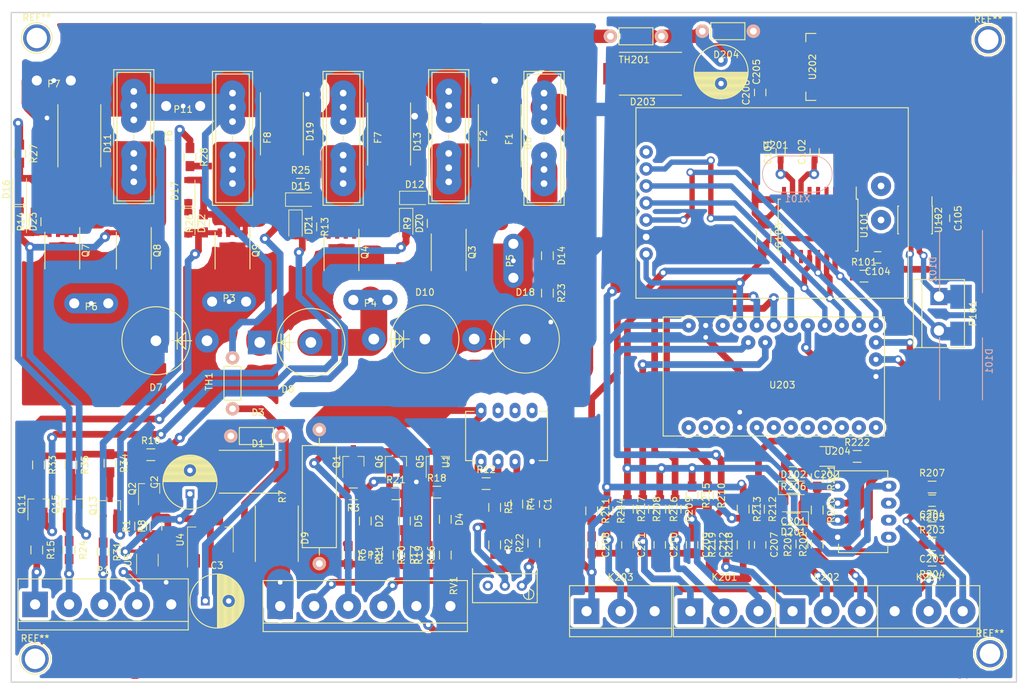
<source format=kicad_pcb>
(kicad_pcb (version 4) (host pcbnew 4.0.6)
  (layers (0 F.Cu signal) (31 B.Cu signal) (34 B.Paste user) (35 F.Paste user) (36 B.SilkS user) (37 F.SilkS user) (38 B.Mask user) (39 F.Mask user) (44 Edge.Cuts user))
  (net 0 "")
  (net 1 GND)
  (net 2 CoolantTemp)
  (net 3 "Net-(C2-Pad1)")
  (net 4 "Net-(C3-Pad1)")
  (net 5 12vSwitched)
  (net 6 "Net-(D2-Pad2)")
  (net 7 "Net-(D4-Pad2)")
  (net 8 "Net-(D5-Pad2)")
  (net 9 StarterSolenoidT30)
  (net 10 StopSolenoid)
  (net 11 "Net-(D8-Pad1)")
  (net 12 AlternatorExcitation)
  (net 13 "Net-(D9-Pad1)")
  (net 14 "Net-(D11-Pad2)")
  (net 15 "Net-(D12-Pad1)")
  (net 16 "Net-(D12-Pad2)")
  (net 17 "Net-(D13-Pad2)")
  (net 18 "Net-(D14-Pad1)")
  (net 19 "Net-(D14-Pad2)")
  (net 20 "Net-(D15-Pad1)")
  (net 21 "Net-(D16-Pad1)")
  (net 22 "Net-(D17-Pad1)")
  (net 23 "Net-(D17-Pad2)")
  (net 24 "Net-(D20-Pad2)")
  (net 25 "Net-(D21-Pad2)")
  (net 26 "Net-(D22-Pad2)")
  (net 27 "Net-(D23-Pad2)")
  (net 28 Battery+)
  (net 29 GlowBtn)
  (net 30 StartBtn)
  (net 31 StopBtn)
  (net 32 OnOffBtn)
  (net 33 OilSwitch)
  (net 34 Buzzer)
  (net 35 GlowPlugs)
  (net 36 "Net-(R1-Pad1)")
  (net 37 "Net-(R2-Pad1)")
  (net 38 "Net-(R4-Pad1)")
  (net 39 "Net-(R12-Pad2)")
  (net 40 Enable)
  (net 41 "Net-(R12-Pad1)")
  (net 42 "Net-(Q1-Pad1)")
  (net 43 "Net-(Q2-Pad1)")
  (net 44 "Net-(Q5-Pad1)")
  (net 45 "Net-(Q6-Pad1)")
  (net 46 "Net-(Q11-Pad1)")
  (net 47 "Net-(Q11-Pad3)")
  (net 48 "Net-(Q13-Pad1)")
  (net 49 "Net-(Q13-Pad3)")
  (net 50 "Net-(Q15-Pad1)")
  (net 51 "Net-(Q15-Pad3)")
  (net 52 Flywheel+)
  (net 53 Flywheel-)
  (net 54 "Net-(C203-Pad1)")
  (net 55 "Net-(C204-Pad1)")
  (net 56 "Net-(C205-Pad1)")
  (net 57 8V)
  (net 58 FuelLevel+)
  (net 59 NTC1)
  (net 60 NTC2)
  (net 61 NTC3)
  (net 62 "Net-(C212-Pad1)")
  (net 63 5V150mA)
  (net 64 AlternatorB+)
  (net 65 ServiceBattery+)
  (net 66 "Net-(R208-Pad1)")
  (net 67 "Net-(R209-Pad1)")
  (net 68 "Net-(R210-Pad1)")
  (net 69 "Net-(R211-Pad1)")
  (net 70 "Net-(R212-Pad1)")
  (net 71 CANCS)
  (net 72 SCK)
  (net 73 MOSI)
  (net 74 MISO)
  (net 75 "Net-(C201-Pad1)")
  (net 76 RPMPulse)
  (net 77 "Net-(C202-Pad1)")
  (net 78 "Net-(C101-Pad1)")
  (net 79 "Net-(C102-Pad1)")
  (net 80 "Net-(D101-Pad2)")
  (net 81 "Net-(D102-Pad2)")
  (net 82 "Net-(R101-Pad1)")
  (net 83 "Net-(U101-Pad1)")
  (net 84 "Net-(U101-Pad2)")
  (module Connect:1pin (layer F.Cu) (at 51.308 49.022)
    (fp_text reference REF** (at 0 -3.048) (layer F.SilkS))
    (fp_text value 1pin)
    (pad 1 thru_hole circle (at 0 0) (size 4.064 4.064) (drill 3.048) (layers *.Cu *.Mask))
  )
  (module Connect:1pin (layer F.Cu) (at 51.054 141.732)
    (fp_text reference REF** (at 0 -3.048) (layer F.SilkS))
    (fp_text value 1pin)
    (pad 1 thru_hole circle (at 0 0) (size 4.064 4.064) (drill 3.048) (layers *.Cu *.Mask))
  )
  (module Connect:1pin (layer F.Cu) (at 193.548 140.97)
    (fp_text reference REF** (at 0 -3.048) (layer F.SilkS))
    (fp_text value 1pin)
    (pad 1 thru_hole circle (at 0 0) (size 4.064 4.064) (drill 3.048) (layers *.Cu *.Mask))
  )
  (module Connect:bornier3 (layer F.Cu) (at 184.404 134.62)
    (fp_text reference K204 (at 0 -5.08) (layer F.SilkS))
    (fp_text value Supply)
    (pad 1 thru_hole rect (at -5.08 0) (size 3.81 3.81) (drill 1.524) (layers *.Cu *.Mask) (net 1 GND))
    (pad 2 thru_hole circle (at 0 0) (size 3.81 3.81) (drill 1.524) (layers *.Cu *.Mask) (net 5 12vSwitched))
    (pad 3 thru_hole circle (at 5.08 0) (size 3.81 3.81) (drill 1.524) (layers *.Cu *.Mask) (net 65 ServiceBattery+))
  )
  (module Connect:bornier3 (layer F.Cu) (at 169.164 134.62)
    (fp_text reference K202 (at 0 -5.08) (layer F.SilkS))
    (fp_text value FuelCool)
    (pad 1 thru_hole rect (at -5.08 0) (size 3.81 3.81) (drill 1.524) (layers *.Cu *.Mask) (net 64 AlternatorB+))
    (pad 2 thru_hole circle (at 0 0) (size 3.81 3.81) (drill 1.524) (layers *.Cu *.Mask) (net 52 Flywheel+))
    (pad 3 thru_hole circle (at 5.08 0) (size 3.81 3.81) (drill 1.524) (layers *.Cu *.Mask) (net 53 Flywheel-))
  )
  (module Connect:bornier3 (layer F.Cu) (at 153.924 134.62)
    (fp_text reference K201 (at 0 -5.08) (layer F.SilkS))
    (fp_text value Temps)
    (pad 1 thru_hole rect (at -5.08 0) (size 3.81 3.81) (drill 1.524) (layers *.Cu *.Mask) (net 61 NTC3))
    (pad 2 thru_hole circle (at 0 0) (size 3.81 3.81) (drill 1.524) (layers *.Cu *.Mask) (net 60 NTC2))
    (pad 3 thru_hole circle (at 5.08 0) (size 3.81 3.81) (drill 1.524) (layers *.Cu *.Mask) (net 59 NTC1))
  )
  (module Connect:bornier3 (layer F.Cu) (at 138.43 134.62)
    (fp_text reference K203 (at 0 -5.08) (layer F.SilkS))
    (fp_text value FuelCoolAlt)
    (pad 1 thru_hole rect (at -5.08 0) (size 3.81 3.81) (drill 1.524) (layers *.Cu *.Mask) (net 2 CoolantTemp))
    (pad 2 thru_hole circle (at 0 0) (size 3.81 3.81) (drill 1.524) (layers *.Cu *.Mask) (net 58 FuelLevel+))
    (pad 3 thru_hole circle (at 5.08 0) (size 3.81 3.81) (drill 1.524) (layers *.Cu *.Mask) (net 1 GND))
  )
  (module Capacitors_SMD:C_0805_HandSoldering (layer F.Cu) (at 125.476 118.618 270)
    (fp_text reference C1 (at 0 -2.1 270) (layer F.SilkS))
    (fp_text value 10nF)
    (pad 1 smd rect (at -1.25 0 270) (size 1.5 1.25) (layers F.Cu F.Paste F.Mask) (net 1 GND))
    (pad 2 smd rect (at 1.25 0 270) (size 1.5 1.25) (layers F.Cu F.Paste F.Mask) (net 2 CoolantTemp))
  )
  (module Capacitors_ThroughHole:C_Radial_D8_L11.5_P3.5 (layer F.Cu) (at 74.168 117.094 90)
    (fp_text reference C2 (at 1.75 -5.3 90) (layer F.SilkS))
    (fp_text value 10uF)
    (pad 2 thru_hole circle (at 3.5 0 90) (size 1.3 1.3) (drill 0.8) (layers *.Cu *.Mask) (net 1 GND))
    (pad 1 thru_hole rect (at 0 0 90) (size 1.3 1.3) (drill 0.8) (layers *.Cu *.Mask) (net 3 "Net-(C2-Pad1)"))
  )
  (module Capacitors_ThroughHole:C_Radial_D8_L11.5_P3.5 (layer F.Cu) (at 76.454 133.096)
    (fp_text reference C3 (at 1.75 -5.3) (layer F.SilkS))
    (fp_text value 10uF)
    (pad 2 thru_hole circle (at 3.5 0) (size 1.3 1.3) (drill 0.8) (layers *.Cu *.Mask) (net 1 GND))
    (pad 1 thru_hole rect (at 0 0) (size 1.3 1.3) (drill 0.8) (layers *.Cu *.Mask) (net 4 "Net-(C3-Pad1)"))
  )
  (module Diodes_SMD:DO-214AB_Handsoldering (layer F.Cu) (at 84.328 113.792)
    (fp_text reference D1 (at 0 -4.2) (layer F.SilkS))
    (fp_text value "SMBJ30CA-TR TSV")
    (pad 2 smd rect (at 4.1 0) (size 3.6 3.2) (layers F.Cu F.Paste F.Mask) (net 4 "Net-(C3-Pad1)"))
    (pad 1 smd rect (at -4.1 0) (size 3.6 3.2) (layers F.Cu F.Paste F.Mask) (net 1 GND))
  )
  (module Resistors_SMD:R_0805_HandSoldering (layer F.Cu) (at 100.33 121.158 270)
    (fp_text reference D2 (at 0 -2.1 270) (layer F.SilkS))
    (fp_text value ChargeWarn)
    (pad 1 smd rect (at -1.35 0 270) (size 1.5 1.3) (layers F.Cu F.Paste F.Mask) (net 5 12vSwitched))
    (pad 2 smd rect (at 1.35 0 270) (size 1.5 1.3) (layers F.Cu F.Paste F.Mask) (net 6 "Net-(D2-Pad2)"))
  )
  (module Resistors_ThroughHole:Resistor_Horizontal_RM7mm (layer F.Cu) (at 80.264 108.458)
    (fp_text reference D3 (at 4.05892 -3.50012) (layer F.SilkS))
    (fp_text value 10A100V)
    (pad 1 thru_hole circle (at 0 0) (size 1.99898 1.99898) (drill 1.00076) (layers *.Cu *.SilkS *.Mask) (net 1 GND))
    (pad 2 thru_hole circle (at 7.62 0) (size 1.99898 1.99898) (drill 1.00076) (layers *.Cu *.SilkS *.Mask) (net 4 "Net-(C3-Pad1)"))
  )
  (module Resistors_SMD:R_0805_HandSoldering (layer F.Cu) (at 112.268 120.904 270)
    (fp_text reference D4 (at 0 -2.1 270) (layer F.SilkS))
    (fp_text value TempWarn)
    (pad 1 smd rect (at -1.35 0 270) (size 1.5 1.3) (layers F.Cu F.Paste F.Mask) (net 5 12vSwitched))
    (pad 2 smd rect (at 1.35 0 270) (size 1.5 1.3) (layers F.Cu F.Paste F.Mask) (net 7 "Net-(D4-Pad2)"))
  )
  (module Resistors_SMD:R_0805_HandSoldering (layer F.Cu) (at 106.172 121.158 270)
    (fp_text reference D5 (at 0 -2.1 270) (layer F.SilkS))
    (fp_text value OilWarn)
    (pad 1 smd rect (at -1.35 0 270) (size 1.5 1.3) (layers F.Cu F.Paste F.Mask) (net 5 12vSwitched))
    (pad 2 smd rect (at 1.35 0 270) (size 1.5 1.3) (layers F.Cu F.Paste F.Mask) (net 8 "Net-(D5-Pad2)"))
  )
  (module Diodes_SMD:DO-214AB_Handsoldering (layer F.Cu) (at 120.396 64.77 270)
    (fp_text reference D6 (at 0 -4.2 270) (layer F.SilkS))
    (fp_text value "SMBJ30CA-TR TSV")
    (pad 2 smd rect (at 4.1 0 270) (size 3.6 3.2) (layers F.Cu F.Paste F.Mask) (net 16 "Net-(D12-Pad2)"))
    (pad 1 smd rect (at -4.1 0 270) (size 3.6 3.2) (layers F.Cu F.Paste F.Mask) (net 1 GND))
  )
  (module Diodes_SMD:DO-214AB (layer F.Cu) (at 87.122 123.698 270)
    (fp_text reference D9 (at 0 -4.2 270) (layer F.SilkS))
    (fp_text value "1A 40V")
    (pad 2 smd rect (at 3.6 0 270) (size 2.6 3.2) (layers F.Cu F.Paste F.Mask) (net 12 AlternatorExcitation))
    (pad 1 smd rect (at -3.6 0 270) (size 2.6 3.2) (layers F.Cu F.Paste F.Mask) (net 13 "Net-(D9-Pad1)"))
  )
  (module Diodes_SMD:DO-214AB_Handsoldering (layer F.Cu) (at 57.658 64.77 270)
    (fp_text reference D11 (at 0 -4.2 270) (layer F.SilkS))
    (fp_text value "SMBJ30CA-TR TSV")
    (pad 2 smd rect (at 4.1 0 270) (size 3.6 3.2) (layers F.Cu F.Paste F.Mask) (net 14 "Net-(D11-Pad2)"))
    (pad 1 smd rect (at -4.1 0 270) (size 3.6 3.2) (layers F.Cu F.Paste F.Mask) (net 1 GND))
  )
  (module Diodes_SMD:D_SOD-123 (layer F.Cu) (at 107.696 72.898)
    (fp_text reference D12 (at 0 -2) (layer F.SilkS))
    (fp_text value ZENER)
    (pad 1 smd rect (at -1.65 0) (size 0.9 1.2) (layers F.Cu F.Paste F.Mask) (net 15 "Net-(D12-Pad1)"))
    (pad 2 smd rect (at 1.65 0) (size 0.9 1.2) (layers F.Cu F.Paste F.Mask) (net 16 "Net-(D12-Pad2)"))
  )
  (module Diodes_SMD:DO-214AB_Handsoldering (layer F.Cu) (at 103.886 64.516 270)
    (fp_text reference D13 (at 0 -4.2 270) (layer F.SilkS))
    (fp_text value "SMBJ30CA-TR TSV")
    (pad 2 smd rect (at 4.1 0 270) (size 3.6 3.2) (layers F.Cu F.Paste F.Mask) (net 17 "Net-(D13-Pad2)"))
    (pad 1 smd rect (at -4.1 0 270) (size 3.6 3.2) (layers F.Cu F.Paste F.Mask) (net 1 GND))
  )
  (module Resistors_SMD:R_0805_HandSoldering (layer F.Cu) (at 127.508 81.534 270)
    (fp_text reference D14 (at 0 -2.1 270) (layer F.SilkS))
    (fp_text value PowerOn)
    (pad 1 smd rect (at -1.35 0 270) (size 1.5 1.3) (layers F.Cu F.Paste F.Mask) (net 18 "Net-(D14-Pad1)"))
    (pad 2 smd rect (at 1.35 0 270) (size 1.5 1.3) (layers F.Cu F.Paste F.Mask) (net 19 "Net-(D14-Pad2)"))
  )
  (module Diodes_SMD:DO-214AB_Handsoldering (layer F.Cu) (at 87.884 62.992 270)
    (fp_text reference D19 (at 0 -4.2 270) (layer F.SilkS))
    (fp_text value "SMBJ30CA-TR TSV")
    (pad 2 smd rect (at 4.1 0 270) (size 3.6 3.2) (layers F.Cu F.Paste F.Mask) (net 23 "Net-(D17-Pad2)"))
    (pad 1 smd rect (at -4.1 0 270) (size 3.6 3.2) (layers F.Cu F.Paste F.Mask) (net 1 GND))
  )
  (module Diodes_SMD:D_SOD-123 (layer F.Cu) (at 106.426 76.708 270)
    (fp_text reference D20 (at 0 -2 270) (layer F.SilkS))
    (fp_text value 1N4001)
    (pad 1 smd rect (at -1.65 0 270) (size 0.9 1.2) (layers F.Cu F.Paste F.Mask) (net 15 "Net-(D12-Pad1)"))
    (pad 2 smd rect (at 1.65 0 270) (size 0.9 1.2) (layers F.Cu F.Paste F.Mask) (net 24 "Net-(D20-Pad2)"))
  )
  (module Diodes_SMD:D_SOD-123 (layer F.Cu) (at 89.916 76.962 270)
    (fp_text reference D21 (at 0 -2 270) (layer F.SilkS))
    (fp_text value 1N4001)
    (pad 1 smd rect (at -1.65 0 270) (size 0.9 1.2) (layers F.Cu F.Paste F.Mask) (net 20 "Net-(D15-Pad1)"))
    (pad 2 smd rect (at 1.65 0 270) (size 0.9 1.2) (layers F.Cu F.Paste F.Mask) (net 25 "Net-(D21-Pad2)"))
  )
  (module Diodes_SMD:D_SOD-123 (layer F.Cu) (at 73.914 76.708 270)
    (fp_text reference D22 (at 0 -2 270) (layer F.SilkS))
    (fp_text value 1N4001)
    (pad 1 smd rect (at -1.65 0 270) (size 0.9 1.2) (layers F.Cu F.Paste F.Mask) (net 22 "Net-(D17-Pad1)"))
    (pad 2 smd rect (at 1.65 0 270) (size 0.9 1.2) (layers F.Cu F.Paste F.Mask) (net 26 "Net-(D22-Pad2)"))
  )
  (module Diodes_SMD:D_SOD-123 (layer F.Cu) (at 48.768 76.454 270)
    (fp_text reference D23 (at 0 -2 270) (layer F.SilkS))
    (fp_text value 1N4001)
    (pad 1 smd rect (at -1.65 0 270) (size 0.9 1.2) (layers F.Cu F.Paste F.Mask) (net 21 "Net-(D16-Pad1)"))
    (pad 2 smd rect (at 1.65 0 270) (size 0.9 1.2) (layers F.Cu F.Paste F.Mask) (net 27 "Net-(D23-Pad2)"))
  )
  (module Connect:bornier5 (layer F.Cu) (at 61.214 133.604)
    (fp_text reference P1 (at 0 -5.08) (layer F.SilkS))
    (fp_text value VPButtons)
    (pad 2 thru_hole circle (at -5.08 0) (size 3.81 3.81) (drill 1.524) (layers *.Cu *.Mask) (net 29 GlowBtn))
    (pad 3 thru_hole circle (at 0 0) (size 3.81 3.81) (drill 1.524) (layers *.Cu *.Mask) (net 30 StartBtn))
    (pad 1 thru_hole rect (at -10.16 0) (size 3.81 3.81) (drill 1.524) (layers *.Cu *.Mask) (net 31 StopBtn))
    (pad 4 thru_hole circle (at 5.08 0) (size 3.81 3.81) (drill 1.524) (layers *.Cu *.Mask) (net 32 OnOffBtn))
    (pad 5 thru_hole circle (at 10.16 0) (size 3.81 3.81) (drill 1.524) (layers *.Cu *.Mask) (net 1 GND))
  )
  (module Connect:bornier6 (layer F.Cu) (at 100.33 133.858)
    (fp_text reference P2 (at 1.27 -7.62) (layer F.SilkS))
    (fp_text value ToEngine)
    (pad 2 thru_hole circle (at -7.62 0) (size 3.81 3.81) (drill 1.524) (layers *.Cu *.Mask) (net 33 OilSwitch))
    (pad 3 thru_hole circle (at -2.54 0) (size 3.81 3.81) (drill 1.524) (layers *.Cu *.Mask) (net 34 Buzzer))
    (pad 1 thru_hole rect (at -12.7 0) (size 3.81 3.81) (drill 1.524) (layers *.Cu *.Mask) (net 12 AlternatorExcitation))
    (pad 4 thru_hole circle (at 2.54 0) (size 3.81 3.81) (drill 1.524) (layers *.Cu *.Mask) (net 2 CoolantTemp))
    (pad 5 thru_hole circle (at 7.62 0) (size 3.81 3.81) (drill 1.524) (layers *.Cu *.Mask) (net 5 12vSwitched))
    (pad 6 thru_hole circle (at 12.7 0) (size 3.81 3.81) (drill 1.524) (layers *.Cu *.Mask) (net 1 GND))
  )
  (module Divers:CrimpBlade (layer F.Cu) (at 80.01 88.392 180)
    (fp_text reference P3 (at 0 0.5 180) (layer F.SilkS))
    (fp_text value StarterSolenoidT30)
    (pad 1 thru_hole oval (at 0 0 180) (size 8 3) (drill 0.7) (layers *.Cu *.Mask) (net 9 StarterSolenoidT30))
    (pad 1 thru_hole circle (at -2.54 0 180) (size 3 3) (drill 1.5) (layers *.Cu *.Mask) (net 9 StarterSolenoidT30))
    (pad 1 thru_hole circle (at 2.54 0 180) (size 3 3) (drill 1.5) (layers *.Cu *.Mask) (net 9 StarterSolenoidT30))
  )
  (module Divers:CrimpBlade (layer F.Cu) (at 101.092 88.138)
    (fp_text reference P4 (at 0 0.5) (layer F.SilkS))
    (fp_text value StopSolenoid)
    (pad 1 thru_hole oval (at 0 0) (size 8 3) (drill 0.7) (layers *.Cu *.Mask) (net 10 StopSolenoid))
    (pad 1 thru_hole circle (at -2.54 0) (size 3 3) (drill 1.5) (layers *.Cu *.Mask) (net 10 StopSolenoid))
    (pad 1 thru_hole circle (at 2.54 0) (size 3 3) (drill 1.5) (layers *.Cu *.Mask) (net 10 StopSolenoid))
  )
  (module Divers:CrimpBlade (layer F.Cu) (at 122.428 82.296 270)
    (fp_text reference P5 (at 0 0.5 270) (layer F.SilkS))
    (fp_text value 12VSwitchedPower)
    (pad 1 thru_hole oval (at 0 0 270) (size 8 3) (drill 0.7) (layers *.Cu *.Mask) (net 18 "Net-(D14-Pad1)"))
    (pad 1 thru_hole circle (at -2.54 0 270) (size 3 3) (drill 1.5) (layers *.Cu *.Mask) (net 18 "Net-(D14-Pad1)"))
    (pad 1 thru_hole circle (at 2.54 0 270) (size 3 3) (drill 1.5) (layers *.Cu *.Mask) (net 18 "Net-(D14-Pad1)"))
  )
  (module Divers:CrimpBlade (layer F.Cu) (at 59.436 88.646)
    (fp_text reference P6 (at 0 0.5) (layer F.SilkS))
    (fp_text value GlowPlugs)
    (pad 1 thru_hole oval (at 0 0) (size 8 3) (drill 0.7) (layers *.Cu *.Mask) (net 35 GlowPlugs))
    (pad 1 thru_hole circle (at -2.54 0) (size 3 3) (drill 1.5) (layers *.Cu *.Mask) (net 35 GlowPlugs))
    (pad 1 thru_hole circle (at 2.54 0) (size 3 3) (drill 1.5) (layers *.Cu *.Mask) (net 35 GlowPlugs))
  )
  (module TO_SOT_Packages_SMD:SOT-23_Handsoldering (layer F.Cu) (at 98.552 112.268 90)
    (fp_text reference Q1 (at 0 -2.5 90) (layer F.SilkS))
    (fp_text value BC807)
    (pad 1 smd rect (at -1.5 -0.95 90) (size 1.9 0.8) (layers F.Cu F.Paste F.Mask) (net 42 "Net-(Q1-Pad1)"))
    (pad 2 smd rect (at -1.5 0.95 90) (size 1.9 0.8) (layers F.Cu F.Paste F.Mask) (net 5 12vSwitched))
    (pad 3 smd rect (at 1.5 0 90) (size 1.9 0.8) (layers F.Cu F.Paste F.Mask) (net 34 Buzzer))
  )
  (module TO_SOT_Packages_SMD:SOT-23_Handsoldering (layer F.Cu) (at 68.072 116.332 90)
    (fp_text reference Q2 (at 0 -2.5 90) (layer F.SilkS))
    (fp_text value BS170)
    (pad 1 smd rect (at -1.5 -0.95 90) (size 1.9 0.8) (layers F.Cu F.Paste F.Mask) (net 43 "Net-(Q2-Pad1)"))
    (pad 2 smd rect (at -1.5 0.95 90) (size 1.9 0.8) (layers F.Cu F.Paste F.Mask) (net 1 GND))
    (pad 3 smd rect (at 1.5 0 90) (size 1.9 0.8) (layers F.Cu F.Paste F.Mask) (net 40 Enable))
  )
  (module TO_SOT_Packages_SMD:SOT-23_Handsoldering (layer F.Cu) (at 110.998 112.268 90)
    (fp_text reference Q5 (at 0 -2.5 90) (layer F.SilkS))
    (fp_text value BC807)
    (pad 1 smd rect (at -1.5 -0.95 90) (size 1.9 0.8) (layers F.Cu F.Paste F.Mask) (net 44 "Net-(Q5-Pad1)"))
    (pad 2 smd rect (at -1.5 0.95 90) (size 1.9 0.8) (layers F.Cu F.Paste F.Mask) (net 5 12vSwitched))
    (pad 3 smd rect (at 1.5 0 90) (size 1.9 0.8) (layers F.Cu F.Paste F.Mask) (net 34 Buzzer))
  )
  (module TO_SOT_Packages_SMD:SOT-23_Handsoldering (layer F.Cu) (at 104.902 112.268 90)
    (fp_text reference Q6 (at 0 -2.5 90) (layer F.SilkS))
    (fp_text value BC807)
    (pad 1 smd rect (at -1.5 -0.95 90) (size 1.9 0.8) (layers F.Cu F.Paste F.Mask) (net 45 "Net-(Q6-Pad1)"))
    (pad 2 smd rect (at -1.5 0.95 90) (size 1.9 0.8) (layers F.Cu F.Paste F.Mask) (net 5 12vSwitched))
    (pad 3 smd rect (at 1.5 0 90) (size 1.9 0.8) (layers F.Cu F.Paste F.Mask) (net 34 Buzzer))
  )
  (module TO_SOT_Packages_SMD:SOT-23_Handsoldering (layer F.Cu) (at 51.562 118.618 90)
    (fp_text reference Q11 (at 0 -2.5 90) (layer F.SilkS))
    (fp_text value BS250P)
    (pad 1 smd rect (at -1.5 -0.95 90) (size 1.9 0.8) (layers F.Cu F.Paste F.Mask) (net 46 "Net-(Q11-Pad1)"))
    (pad 2 smd rect (at -1.5 0.95 90) (size 1.9 0.8) (layers F.Cu F.Paste F.Mask) (net 25 "Net-(D21-Pad2)"))
    (pad 3 smd rect (at 1.5 0 90) (size 1.9 0.8) (layers F.Cu F.Paste F.Mask) (net 47 "Net-(Q11-Pad3)"))
  )
  (module TO_SOT_Packages_SMD:SOT-23_Handsoldering (layer F.Cu) (at 62.23 118.872 90)
    (fp_text reference Q13 (at 0 -2.5 90) (layer F.SilkS))
    (fp_text value BS250P)
    (pad 1 smd rect (at -1.5 -0.95 90) (size 1.9 0.8) (layers F.Cu F.Paste F.Mask) (net 48 "Net-(Q13-Pad1)"))
    (pad 2 smd rect (at -1.5 0.95 90) (size 1.9 0.8) (layers F.Cu F.Paste F.Mask) (net 26 "Net-(D22-Pad2)"))
    (pad 3 smd rect (at 1.5 0 90) (size 1.9 0.8) (layers F.Cu F.Paste F.Mask) (net 49 "Net-(Q13-Pad3)"))
  )
  (module TO_SOT_Packages_SMD:SOT-23_Handsoldering (layer F.Cu) (at 56.642 118.618 90)
    (fp_text reference Q15 (at 0 -2.5 90) (layer F.SilkS))
    (fp_text value BS250P)
    (pad 1 smd rect (at -1.5 -0.95 90) (size 1.9 0.8) (layers F.Cu F.Paste F.Mask) (net 50 "Net-(Q15-Pad1)"))
    (pad 2 smd rect (at -1.5 0.95 90) (size 1.9 0.8) (layers F.Cu F.Paste F.Mask) (net 27 "Net-(D23-Pad2)"))
    (pad 3 smd rect (at 1.5 0 90) (size 1.9 0.8) (layers F.Cu F.Paste F.Mask) (net 51 "Net-(Q15-Pad3)"))
  )
  (module Resistors_SMD:R_0805_HandSoldering (layer F.Cu) (at 66.802 121.92 90)
    (fp_text reference R1 (at 0 -2.1 90) (layer F.SilkS))
    (fp_text value 100R)
    (pad 1 smd rect (at -1.35 0 90) (size 1.5 1.3) (layers F.Cu F.Paste F.Mask) (net 36 "Net-(R1-Pad1)"))
    (pad 2 smd rect (at 1.35 0 90) (size 1.5 1.3) (layers F.Cu F.Paste F.Mask) (net 43 "Net-(Q2-Pad1)"))
  )
  (module Resistors_SMD:R_0805_HandSoldering (layer F.Cu) (at 119.634 124.714 270)
    (fp_text reference R2 (at 0 -2.1 270) (layer F.SilkS))
    (fp_text value 330R)
    (pad 1 smd rect (at -1.35 0 270) (size 1.5 1.3) (layers F.Cu F.Paste F.Mask) (net 37 "Net-(R2-Pad1)"))
    (pad 2 smd rect (at 1.35 0 270) (size 1.5 1.3) (layers F.Cu F.Paste F.Mask) (net 1 GND))
  )
  (module Resistors_SMD:R_0805_HandSoldering (layer F.Cu) (at 98.552 117.094 180)
    (fp_text reference R3 (at 0 -2.1 180) (layer F.SilkS))
    (fp_text value 2.2K)
    (pad 1 smd rect (at -1.35 0 180) (size 1.5 1.3) (layers F.Cu F.Paste F.Mask) (net 5 12vSwitched))
    (pad 2 smd rect (at 1.35 0 180) (size 1.5 1.3) (layers F.Cu F.Paste F.Mask) (net 42 "Net-(Q1-Pad1)"))
  )
  (module Resistors_SMD:R_0805_HandSoldering (layer F.Cu) (at 122.936 118.618 270)
    (fp_text reference R4 (at 0 -2.1 270) (layer F.SilkS))
    (fp_text value 10K)
    (pad 1 smd rect (at -1.35 0 270) (size 1.5 1.3) (layers F.Cu F.Paste F.Mask) (net 38 "Net-(R4-Pad1)"))
    (pad 2 smd rect (at 1.35 0 270) (size 1.5 1.3) (layers F.Cu F.Paste F.Mask) (net 2 CoolantTemp))
  )
  (module Resistors_SMD:R_0805_HandSoldering (layer F.Cu) (at 119.634 119.126 270)
    (fp_text reference R5 (at 0 -2.1 270) (layer F.SilkS))
    (fp_text value 10K)
    (pad 1 smd rect (at -1.35 0 270) (size 1.5 1.3) (layers F.Cu F.Paste F.Mask) (net 39 "Net-(R12-Pad2)"))
    (pad 2 smd rect (at 1.35 0 270) (size 1.5 1.3) (layers F.Cu F.Paste F.Mask) (net 37 "Net-(R2-Pad1)"))
  )
  (module Resistors_SMD:R_0805_HandSoldering (layer F.Cu) (at 97.79 126.238 270)
    (fp_text reference R6 (at 0 -2.1 270) (layer F.SilkS))
    (fp_text value 10K)
    (pad 1 smd rect (at -1.35 0 270) (size 1.5 1.3) (layers F.Cu F.Paste F.Mask) (net 42 "Net-(Q1-Pad1)"))
    (pad 2 smd rect (at 1.35 0 270) (size 1.5 1.3) (layers F.Cu F.Paste F.Mask) (net 13 "Net-(D9-Pad1)"))
  )
  (module Resistors_ThroughHole:Resistor_Horizontal_RM20mm (layer F.Cu) (at 93.472 127.508 90)
    (fp_text reference R7 (at 10 -5.4991 90) (layer F.SilkS))
    (fp_text value 10R)
    (pad 1 thru_hole circle (at 0 0 90) (size 1.99898 1.99898) (drill 1.00076) (layers *.Cu *.SilkS *.Mask) (net 13 "Net-(D9-Pad1)"))
    (pad 2 thru_hole circle (at 20 0 90) (size 1.99898 1.99898) (drill 1.00076) (layers *.Cu *.SilkS *.Mask) (net 5 12vSwitched))
  )
  (module Resistors_SMD:R_0805_HandSoldering (layer F.Cu) (at 69.088 121.92 90)
    (fp_text reference R8 (at 0 -2.1 90) (layer F.SilkS))
    (fp_text value 10K)
    (pad 1 smd rect (at -1.35 0 90) (size 1.5 1.3) (layers F.Cu F.Paste F.Mask) (net 36 "Net-(R1-Pad1)"))
    (pad 2 smd rect (at 1.35 0 90) (size 1.5 1.3) (layers F.Cu F.Paste F.Mask) (net 1 GND))
  )
  (module Resistors_SMD:R_0805_HandSoldering (layer F.Cu) (at 108.712 76.708 90)
    (fp_text reference R9 (at 0 -2.1 90) (layer F.SilkS))
    (fp_text value 10K)
    (pad 1 smd rect (at -1.35 0 90) (size 1.5 1.3) (layers F.Cu F.Paste F.Mask) (net 24 "Net-(D20-Pad2)"))
    (pad 2 smd rect (at 1.35 0 90) (size 1.5 1.3) (layers F.Cu F.Paste F.Mask) (net 16 "Net-(D12-Pad2)"))
  )
  (module Resistors_SMD:R_0805_HandSoldering (layer F.Cu) (at 68.326 111.252)
    (fp_text reference R10 (at 0 -2.1) (layer F.SilkS))
    (fp_text value 220R)
    (pad 1 smd rect (at -1.35 0) (size 1.5 1.3) (layers F.Cu F.Paste F.Mask) (net 40 Enable))
    (pad 2 smd rect (at 1.35 0) (size 1.5 1.3) (layers F.Cu F.Paste F.Mask) (net 24 "Net-(D20-Pad2)"))
  )
  (module Resistors_SMD:R_0805_HandSoldering (layer F.Cu) (at 100.33 126.238 270)
    (fp_text reference R11 (at 0 -2.1 270) (layer F.SilkS))
    (fp_text value 1K)
    (pad 1 smd rect (at -1.35 0 270) (size 1.5 1.3) (layers F.Cu F.Paste F.Mask) (net 6 "Net-(D2-Pad2)"))
    (pad 2 smd rect (at 1.35 0 270) (size 1.5 1.3) (layers F.Cu F.Paste F.Mask) (net 13 "Net-(D9-Pad1)"))
  )
  (module Resistors_SMD:R_0805_HandSoldering (layer F.Cu) (at 118.364 115.57)
    (fp_text reference R12 (at 0 -2.1) (layer F.SilkS))
    (fp_text value 10M)
    (pad 1 smd rect (at -1.35 0) (size 1.5 1.3) (layers F.Cu F.Paste F.Mask) (net 41 "Net-(R12-Pad1)"))
    (pad 2 smd rect (at 1.35 0) (size 1.5 1.3) (layers F.Cu F.Paste F.Mask) (net 39 "Net-(R12-Pad2)"))
  )
  (module Resistors_SMD:R_0805_HandSoldering (layer F.Cu) (at 92.202 77.216 270)
    (fp_text reference R13 (at 0 -2.1 270) (layer F.SilkS))
    (fp_text value 1K)
    (pad 1 smd rect (at -1.35 0 270) (size 1.5 1.3) (layers F.Cu F.Paste F.Mask) (net 17 "Net-(D13-Pad2)"))
    (pad 2 smd rect (at 1.35 0 270) (size 1.5 1.3) (layers F.Cu F.Paste F.Mask) (net 25 "Net-(D21-Pad2)"))
  )
  (module Resistors_SMD:R_0805_HandSoldering (layer F.Cu) (at 51.054 76.454 90)
    (fp_text reference R14 (at 0 -2.1 90) (layer F.SilkS))
    (fp_text value 1K)
    (pad 1 smd rect (at -1.35 0 90) (size 1.5 1.3) (layers F.Cu F.Paste F.Mask) (net 27 "Net-(D23-Pad2)"))
    (pad 2 smd rect (at 1.35 0 90) (size 1.5 1.3) (layers F.Cu F.Paste F.Mask) (net 14 "Net-(D11-Pad2)"))
  )
  (module Resistors_SMD:R_0805_HandSoldering (layer F.Cu) (at 51.308 125.476 270)
    (fp_text reference R15 (at 0 -2.1 270) (layer F.SilkS))
    (fp_text value 100R)
    (pad 1 smd rect (at -1.35 0 270) (size 1.5 1.3) (layers F.Cu F.Paste F.Mask) (net 46 "Net-(Q11-Pad1)"))
    (pad 2 smd rect (at 1.35 0 270) (size 1.5 1.3) (layers F.Cu F.Paste F.Mask) (net 31 StopBtn))
  )
  (module Resistors_SMD:R_0805_HandSoldering (layer F.Cu) (at 112.268 126.238 90)
    (fp_text reference R16 (at 0 -2.1 90) (layer F.SilkS))
    (fp_text value 1K)
    (pad 1 smd rect (at -1.35 0 90) (size 1.5 1.3) (layers F.Cu F.Paste F.Mask) (net 41 "Net-(R12-Pad1)"))
    (pad 2 smd rect (at 1.35 0 90) (size 1.5 1.3) (layers F.Cu F.Paste F.Mask) (net 7 "Net-(D4-Pad2)"))
  )
  (module Resistors_SMD:R_0805_HandSoldering (layer F.Cu) (at 109.728 126.238 90)
    (fp_text reference R17 (at 0 -2.1 90) (layer F.SilkS))
    (fp_text value 10K)
    (pad 1 smd rect (at -1.35 0 90) (size 1.5 1.3) (layers F.Cu F.Paste F.Mask) (net 41 "Net-(R12-Pad1)"))
    (pad 2 smd rect (at 1.35 0 90) (size 1.5 1.3) (layers F.Cu F.Paste F.Mask) (net 44 "Net-(Q5-Pad1)"))
  )
  (module Resistors_SMD:R_0805_HandSoldering (layer F.Cu) (at 110.998 116.84)
    (fp_text reference R18 (at 0 -2.1) (layer F.SilkS))
    (fp_text value 2.2K)
    (pad 1 smd rect (at -1.35 0) (size 1.5 1.3) (layers F.Cu F.Paste F.Mask) (net 44 "Net-(Q5-Pad1)"))
    (pad 2 smd rect (at 1.35 0) (size 1.5 1.3) (layers F.Cu F.Paste F.Mask) (net 5 12vSwitched))
  )
  (module Resistors_SMD:R_0805_HandSoldering (layer F.Cu) (at 106.172 126.238 270)
    (fp_text reference R19 (at 0 -2.1 270) (layer F.SilkS))
    (fp_text value 1K)
    (pad 1 smd rect (at -1.35 0 270) (size 1.5 1.3) (layers F.Cu F.Paste F.Mask) (net 8 "Net-(D5-Pad2)"))
    (pad 2 smd rect (at 1.35 0 270) (size 1.5 1.3) (layers F.Cu F.Paste F.Mask) (net 33 OilSwitch))
  )
  (module Resistors_SMD:R_0805_HandSoldering (layer F.Cu) (at 103.632 126.238 270)
    (fp_text reference R20 (at 0 -2.1 270) (layer F.SilkS))
    (fp_text value 2.2K)
    (pad 1 smd rect (at -1.35 0 270) (size 1.5 1.3) (layers F.Cu F.Paste F.Mask) (net 45 "Net-(Q6-Pad1)"))
    (pad 2 smd rect (at 1.35 0 270) (size 1.5 1.3) (layers F.Cu F.Paste F.Mask) (net 33 OilSwitch))
  )
  (module Resistors_SMD:R_0805_HandSoldering (layer F.Cu) (at 104.902 117.094)
    (fp_text reference R21 (at 0 -2.1) (layer F.SilkS))
    (fp_text value 10K)
    (pad 1 smd rect (at -1.35 0) (size 1.5 1.3) (layers F.Cu F.Paste F.Mask) (net 45 "Net-(Q6-Pad1)"))
    (pad 2 smd rect (at 1.35 0) (size 1.5 1.3) (layers F.Cu F.Paste F.Mask) (net 5 12vSwitched))
  )
  (module Resistors_SMD:R_0805_HandSoldering (layer F.Cu) (at 125.476 124.46 90)
    (fp_text reference R22 (at 0 -2.1 90) (layer F.SilkS))
    (fp_text value 1K)
    (pad 1 smd rect (at -1.35 0 90) (size 1.5 1.3) (layers F.Cu F.Paste F.Mask) (net 5 12vSwitched))
    (pad 2 smd rect (at 1.35 0 90) (size 1.5 1.3) (layers F.Cu F.Paste F.Mask) (net 2 CoolantTemp))
  )
  (module Resistors_SMD:R_0805_HandSoldering (layer F.Cu) (at 127.508 87.122 270)
    (fp_text reference R23 (at 0 -2.1 270) (layer F.SilkS))
    (fp_text value 1K)
    (pad 1 smd rect (at -1.35 0 270) (size 1.5 1.3) (layers F.Cu F.Paste F.Mask) (net 19 "Net-(D14-Pad2)"))
    (pad 2 smd rect (at 1.35 0 270) (size 1.5 1.3) (layers F.Cu F.Paste F.Mask) (net 1 GND))
  )
  (module Resistors_SMD:R_0805_HandSoldering (layer F.Cu) (at 56.134 125.476 270)
    (fp_text reference R24 (at 0 -2.1 270) (layer F.SilkS))
    (fp_text value 100R)
    (pad 1 smd rect (at -1.35 0 270) (size 1.5 1.3) (layers F.Cu F.Paste F.Mask) (net 50 "Net-(Q15-Pad1)"))
    (pad 2 smd rect (at 1.35 0 270) (size 1.5 1.3) (layers F.Cu F.Paste F.Mask) (net 29 GlowBtn))
  )
  (module Resistors_SMD:R_0805_HandSoldering (layer F.Cu) (at 90.678 70.866)
    (fp_text reference R25 (at 0 -2.1) (layer F.SilkS))
    (fp_text value 10K)
    (pad 1 smd rect (at -1.35 0) (size 1.5 1.3) (layers F.Cu F.Paste F.Mask) (net 31 StopBtn))
    (pad 2 smd rect (at 1.35 0) (size 1.5 1.3) (layers F.Cu F.Paste F.Mask) (net 17 "Net-(D13-Pad2)"))
  )
  (module Resistors_SMD:R_0805_HandSoldering (layer F.Cu) (at 76.2 76.708 90)
    (fp_text reference R26 (at 0 -2.1 90) (layer F.SilkS))
    (fp_text value 1K)
    (pad 1 smd rect (at -1.35 0 90) (size 1.5 1.3) (layers F.Cu F.Paste F.Mask) (net 26 "Net-(D22-Pad2)"))
    (pad 2 smd rect (at 1.35 0 90) (size 1.5 1.3) (layers F.Cu F.Paste F.Mask) (net 23 "Net-(D17-Pad2)"))
  )
  (module Resistors_SMD:R_0805_HandSoldering (layer F.Cu) (at 48.768 66.294 270)
    (fp_text reference R27 (at 0 -2.1 270) (layer F.SilkS))
    (fp_text value 2.2K)
    (pad 1 smd rect (at -1.35 0 270) (size 1.5 1.3) (layers F.Cu F.Paste F.Mask) (net 29 GlowBtn))
    (pad 2 smd rect (at 1.35 0 270) (size 1.5 1.3) (layers F.Cu F.Paste F.Mask) (net 14 "Net-(D11-Pad2)"))
  )
  (module Resistors_SMD:R_0805_HandSoldering (layer F.Cu) (at 74.168 66.802 270)
    (fp_text reference R28 (at 0 -2.1 270) (layer F.SilkS))
    (fp_text value 2.2K)
    (pad 1 smd rect (at -1.35 0 270) (size 1.5 1.3) (layers F.Cu F.Paste F.Mask) (net 30 StartBtn))
    (pad 2 smd rect (at 1.35 0 270) (size 1.5 1.3) (layers F.Cu F.Paste F.Mask) (net 23 "Net-(D17-Pad2)"))
  )
  (module Resistors_SMD:R_0805_HandSoldering (layer F.Cu) (at 61.214 125.73 270)
    (fp_text reference R31 (at 0 -2.1 270) (layer F.SilkS))
    (fp_text value 100R)
    (pad 1 smd rect (at -1.35 0 270) (size 1.5 1.3) (layers F.Cu F.Paste F.Mask) (net 48 "Net-(Q13-Pad1)"))
    (pad 2 smd rect (at 1.35 0 270) (size 1.5 1.3) (layers F.Cu F.Paste F.Mask) (net 30 StartBtn))
  )
  (module Resistors_SMD:R_0805_HandSoldering (layer F.Cu) (at 51.562 112.776 270)
    (fp_text reference R33 (at 0 -2.1 270) (layer F.SilkS))
    (fp_text value 220R)
    (pad 1 smd rect (at -1.35 0 270) (size 1.5 1.3) (layers F.Cu F.Paste F.Mask) (net 40 Enable))
    (pad 2 smd rect (at 1.35 0 270) (size 1.5 1.3) (layers F.Cu F.Paste F.Mask) (net 47 "Net-(Q11-Pad3)"))
  )
  (module Resistors_SMD:R_0805_HandSoldering (layer F.Cu) (at 62.23 112.522 270)
    (fp_text reference R34 (at 0 -2.1 270) (layer F.SilkS))
    (fp_text value 220R)
    (pad 1 smd rect (at -1.35 0 270) (size 1.5 1.3) (layers F.Cu F.Paste F.Mask) (net 40 Enable))
    (pad 2 smd rect (at 1.35 0 270) (size 1.5 1.3) (layers F.Cu F.Paste F.Mask) (net 49 "Net-(Q13-Pad3)"))
  )
  (module Resistors_SMD:R_0805_HandSoldering (layer F.Cu) (at 56.388 112.776 270)
    (fp_text reference R35 (at 0 -2.1 270) (layer F.SilkS))
    (fp_text value 220R)
    (pad 1 smd rect (at -1.35 0 270) (size 1.5 1.3) (layers F.Cu F.Paste F.Mask) (net 40 Enable))
    (pad 2 smd rect (at 1.35 0 270) (size 1.5 1.3) (layers F.Cu F.Paste F.Mask) (net 51 "Net-(Q15-Pad3)"))
  )
  (module Potentiometers:Potentiometer_Bourns_3296W_3-8Zoll_Inline_ScrewUp (layer F.Cu) (at 123.698 130.81 90)
    (fp_text reference RV1 (at 0 -10.16 90) (layer F.SilkS))
    (fp_text value 20K)
    (pad 2 thru_hole circle (at 0 -2.54 90) (size 1.524 1.524) (drill 0.8128) (layers *.Cu *.Mask) (net 37 "Net-(R2-Pad1)"))
    (pad 3 thru_hole circle (at 0 -5.08 90) (size 1.524 1.524) (drill 0.8128) (layers *.Cu *.Mask))
    (pad 1 thru_hole circle (at 0 0 90) (size 1.524 1.524) (drill 0.8128) (layers *.Cu *.Mask) (net 5 12vSwitched))
  )
  (module Resistors_ThroughHole:Resistor_Horizontal_RM7mm (layer F.Cu) (at 80.518 104.394 90)
    (fp_text reference TH1 (at 4.05892 -3.50012 90) (layer F.SilkS))
    (fp_text value THERMISTOR)
    (pad 1 thru_hole circle (at 0 0 90) (size 1.99898 1.99898) (drill 1.00076) (layers *.Cu *.SilkS *.Mask) (net 4 "Net-(C3-Pad1)"))
    (pad 2 thru_hole circle (at 7.62 0 90) (size 1.99898 1.99898) (drill 1.00076) (layers *.Cu *.SilkS *.Mask) (net 28 Battery+))
  )
  (module Housings_DIP:DIP-8_W7.62mm_LongPads (layer F.Cu) (at 117.602 112.268 90)
    (fp_text reference U1 (at 0 -5.22 90) (layer F.SilkS))
    (fp_text value LM358)
    (pad 1 thru_hole oval (at 0 0 90) (size 2.3 1.6) (drill 0.8) (layers *.Cu *.Mask) (net 41 "Net-(R12-Pad1)"))
    (pad 2 thru_hole oval (at 0 2.54 90) (size 2.3 1.6) (drill 0.8) (layers *.Cu *.Mask) (net 39 "Net-(R12-Pad2)"))
    (pad 3 thru_hole oval (at 0 5.08 90) (size 2.3 1.6) (drill 0.8) (layers *.Cu *.Mask) (net 38 "Net-(R4-Pad1)"))
    (pad 4 thru_hole oval (at 0 7.62 90) (size 2.3 1.6) (drill 0.8) (layers *.Cu *.Mask) (net 1 GND))
    (pad 5 thru_hole oval (at 7.62 7.62 90) (size 2.3 1.6) (drill 0.8) (layers *.Cu *.Mask))
    (pad 6 thru_hole oval (at 7.62 5.08 90) (size 2.3 1.6) (drill 0.8) (layers *.Cu *.Mask))
    (pad 7 thru_hole oval (at 7.62 2.54 90) (size 2.3 1.6) (drill 0.8) (layers *.Cu *.Mask))
    (pad 8 thru_hole oval (at 7.62 0 90) (size 2.3 1.6) (drill 0.8) (layers *.Cu *.Mask) (net 5 12vSwitched))
  )
  (module TO_SOT_Packages_SMD:SOT-223-3Lead_TabPin2 (layer F.Cu) (at 77.216 123.952 90)
    (fp_text reference U4 (at 0 -4.5 90) (layer F.SilkS))
    (fp_text value NCP1117ST50T3G)
    (pad 2 smd rect (at 3.15 0 90) (size 2 3.8) (layers F.Cu F.Paste F.Mask) (net 3 "Net-(C2-Pad1)"))
    (pad 2 smd rect (at -3.15 0 90) (size 2 1.5) (layers F.Cu F.Paste F.Mask) (net 3 "Net-(C2-Pad1)"))
    (pad 3 smd rect (at -3.15 2.3 90) (size 2 1.5) (layers F.Cu F.Paste F.Mask) (net 4 "Net-(C3-Pad1)"))
    (pad 1 smd rect (at -3.15 -2.3 90) (size 2 1.5) (layers F.Cu F.Paste F.Mask) (net 1 GND))
  )
  (module TO_SOT_Packages_SMD:SOT-23-6_Handsoldering (layer F.Cu) (at 67.818 127 90)
    (fp_text reference U5 (at 0 -2.9 90) (layer F.SilkS))
    (fp_text value Max16054)
    (pad 1 smd rect (at -1.35 -0.95 90) (size 1.56 0.65) (layers F.Cu F.Paste F.Mask) (net 32 OnOffBtn))
    (pad 2 smd rect (at -1.35 0 90) (size 1.56 0.65) (layers F.Cu F.Paste F.Mask) (net 1 GND))
    (pad 3 smd rect (at -1.35 0.95 90) (size 1.56 0.65) (layers F.Cu F.Paste F.Mask) (net 1 GND))
    (pad 4 smd rect (at 1.35 0.95 90) (size 1.56 0.65) (layers F.Cu F.Paste F.Mask))
    (pad 6 smd rect (at 1.35 -0.95 90) (size 1.56 0.65) (layers F.Cu F.Paste F.Mask) (net 3 "Net-(C2-Pad1)"))
    (pad 5 smd rect (at 1.35 0 90) (size 1.56 0.65) (layers F.Cu F.Paste F.Mask) (net 36 "Net-(R1-Pad1)"))
  )
  (module Divers:Si7137PowerPak (layer F.Cu) (at 112.776 81.026 270)
    (fp_text reference Q3 (at 0 -3.5 270) (layer F.SilkS))
    (fp_text value SI7137)
    (pad 2 smd rect (at -2.67 -1.905 270) (size 1.27 0.61) (layers F.Cu F.Paste F.Mask) (net 16 "Net-(D12-Pad2)"))
    (pad 2 smd rect (at -2.67 -0.635 270) (size 1.27 0.61) (layers F.Cu F.Paste F.Mask) (net 16 "Net-(D12-Pad2)"))
    (pad 2 smd rect (at -2.67 0.635 270) (size 1.27 0.61) (layers F.Cu F.Paste F.Mask) (net 16 "Net-(D12-Pad2)"))
    (pad 1 smd rect (at -2.67 1.905 270) (size 1.27 0.61) (layers F.Cu F.Paste F.Mask) (net 24 "Net-(D20-Pad2)"))
    (pad 3 smd rect (at 2.795 1.905 270) (size 1.02 0.61) (layers F.Cu F.Paste F.Mask) (net 18 "Net-(D14-Pad1)"))
    (pad 3 smd rect (at 2.795 0.635 270) (size 1.02 0.61) (layers F.Cu F.Paste F.Mask) (net 18 "Net-(D14-Pad1)"))
    (pad 3 smd rect (at 2.795 -0.635 270) (size 1.02 0.61) (layers F.Cu F.Paste F.Mask) (net 18 "Net-(D14-Pad1)"))
    (pad 3 smd rect (at 2.795 -1.905 270) (size 1.02 0.61) (layers F.Cu F.Paste F.Mask) (net 18 "Net-(D14-Pad1)"))
    (pad 3 smd rect (at 0.69 0 270) (size 3.81 3.91) (layers F.Cu F.Paste F.Mask) (net 18 "Net-(D14-Pad1)"))
  )
  (module Divers:Si7137PowerPak (layer F.Cu) (at 96.774 81.026 270)
    (fp_text reference Q4 (at 0 -3.5 270) (layer F.SilkS))
    (fp_text value SI7137)
    (pad 2 smd rect (at -2.67 -1.905 270) (size 1.27 0.61) (layers F.Cu F.Paste F.Mask) (net 17 "Net-(D13-Pad2)"))
    (pad 2 smd rect (at -2.67 -0.635 270) (size 1.27 0.61) (layers F.Cu F.Paste F.Mask) (net 17 "Net-(D13-Pad2)"))
    (pad 2 smd rect (at -2.67 0.635 270) (size 1.27 0.61) (layers F.Cu F.Paste F.Mask) (net 17 "Net-(D13-Pad2)"))
    (pad 1 smd rect (at -2.67 1.905 270) (size 1.27 0.61) (layers F.Cu F.Paste F.Mask) (net 25 "Net-(D21-Pad2)"))
    (pad 3 smd rect (at 2.795 1.905 270) (size 1.02 0.61) (layers F.Cu F.Paste F.Mask) (net 11 "Net-(D8-Pad1)"))
    (pad 3 smd rect (at 2.795 0.635 270) (size 1.02 0.61) (layers F.Cu F.Paste F.Mask) (net 11 "Net-(D8-Pad1)"))
    (pad 3 smd rect (at 2.795 -0.635 270) (size 1.02 0.61) (layers F.Cu F.Paste F.Mask) (net 11 "Net-(D8-Pad1)"))
    (pad 3 smd rect (at 2.795 -1.905 270) (size 1.02 0.61) (layers F.Cu F.Paste F.Mask) (net 11 "Net-(D8-Pad1)"))
    (pad 3 smd rect (at 0.69 0 270) (size 3.81 3.91) (layers F.Cu F.Paste F.Mask) (net 11 "Net-(D8-Pad1)"))
  )
  (module Divers:Si7137PowerPak (layer F.Cu) (at 55.118 80.772 270)
    (fp_text reference Q7 (at 0 -3.5 270) (layer F.SilkS))
    (fp_text value SI7137)
    (pad 2 smd rect (at -2.67 -1.905 270) (size 1.27 0.61) (layers F.Cu F.Paste F.Mask) (net 14 "Net-(D11-Pad2)"))
    (pad 2 smd rect (at -2.67 -0.635 270) (size 1.27 0.61) (layers F.Cu F.Paste F.Mask) (net 14 "Net-(D11-Pad2)"))
    (pad 2 smd rect (at -2.67 0.635 270) (size 1.27 0.61) (layers F.Cu F.Paste F.Mask) (net 14 "Net-(D11-Pad2)"))
    (pad 1 smd rect (at -2.67 1.905 270) (size 1.27 0.61) (layers F.Cu F.Paste F.Mask) (net 27 "Net-(D23-Pad2)"))
    (pad 3 smd rect (at 2.795 1.905 270) (size 1.02 0.61) (layers F.Cu F.Paste F.Mask) (net 35 GlowPlugs))
    (pad 3 smd rect (at 2.795 0.635 270) (size 1.02 0.61) (layers F.Cu F.Paste F.Mask) (net 35 GlowPlugs))
    (pad 3 smd rect (at 2.795 -0.635 270) (size 1.02 0.61) (layers F.Cu F.Paste F.Mask) (net 35 GlowPlugs))
    (pad 3 smd rect (at 2.795 -1.905 270) (size 1.02 0.61) (layers F.Cu F.Paste F.Mask) (net 35 GlowPlugs))
    (pad 3 smd rect (at 0.69 0 270) (size 3.81 3.91) (layers F.Cu F.Paste F.Mask) (net 35 GlowPlugs))
  )
  (module Divers:Si7137PowerPak (layer F.Cu) (at 65.786 80.772 270)
    (fp_text reference Q8 (at 0 -3.5 270) (layer F.SilkS))
    (fp_text value SI7137)
    (pad 2 smd rect (at -2.67 -1.905 270) (size 1.27 0.61) (layers F.Cu F.Paste F.Mask) (net 14 "Net-(D11-Pad2)"))
    (pad 2 smd rect (at -2.67 -0.635 270) (size 1.27 0.61) (layers F.Cu F.Paste F.Mask) (net 14 "Net-(D11-Pad2)"))
    (pad 2 smd rect (at -2.67 0.635 270) (size 1.27 0.61) (layers F.Cu F.Paste F.Mask) (net 14 "Net-(D11-Pad2)"))
    (pad 1 smd rect (at -2.67 1.905 270) (size 1.27 0.61) (layers F.Cu F.Paste F.Mask) (net 27 "Net-(D23-Pad2)"))
    (pad 3 smd rect (at 2.795 1.905 270) (size 1.02 0.61) (layers F.Cu F.Paste F.Mask) (net 35 GlowPlugs))
    (pad 3 smd rect (at 2.795 0.635 270) (size 1.02 0.61) (layers F.Cu F.Paste F.Mask) (net 35 GlowPlugs))
    (pad 3 smd rect (at 2.795 -0.635 270) (size 1.02 0.61) (layers F.Cu F.Paste F.Mask) (net 35 GlowPlugs))
    (pad 3 smd rect (at 2.795 -1.905 270) (size 1.02 0.61) (layers F.Cu F.Paste F.Mask) (net 35 GlowPlugs))
    (pad 3 smd rect (at 0.69 0 270) (size 3.81 3.91) (layers F.Cu F.Paste F.Mask) (net 35 GlowPlugs))
  )
  (module Divers:Si7137PowerPak (layer F.Cu) (at 80.518 80.772 270)
    (fp_text reference Q9 (at 0 -3.5 270) (layer F.SilkS))
    (fp_text value SI7137)
    (pad 2 smd rect (at -2.67 -1.905 270) (size 1.27 0.61) (layers F.Cu F.Paste F.Mask) (net 23 "Net-(D17-Pad2)"))
    (pad 2 smd rect (at -2.67 -0.635 270) (size 1.27 0.61) (layers F.Cu F.Paste F.Mask) (net 23 "Net-(D17-Pad2)"))
    (pad 2 smd rect (at -2.67 0.635 270) (size 1.27 0.61) (layers F.Cu F.Paste F.Mask) (net 23 "Net-(D17-Pad2)"))
    (pad 1 smd rect (at -2.67 1.905 270) (size 1.27 0.61) (layers F.Cu F.Paste F.Mask) (net 26 "Net-(D22-Pad2)"))
    (pad 3 smd rect (at 2.795 1.905 270) (size 1.02 0.61) (layers F.Cu F.Paste F.Mask) (net 9 StarterSolenoidT30))
    (pad 3 smd rect (at 2.795 0.635 270) (size 1.02 0.61) (layers F.Cu F.Paste F.Mask) (net 9 StarterSolenoidT30))
    (pad 3 smd rect (at 2.795 -0.635 270) (size 1.02 0.61) (layers F.Cu F.Paste F.Mask) (net 9 StarterSolenoidT30))
    (pad 3 smd rect (at 2.795 -1.905 270) (size 1.02 0.61) (layers F.Cu F.Paste F.Mask) (net 9 StarterSolenoidT30))
    (pad 3 smd rect (at 0.69 0 270) (size 3.81 3.91) (layers F.Cu F.Paste F.Mask) (net 9 StarterSolenoidT30))
  )
  (module Diodes_ThroughHole:Diode_P600_Vertical_AnodeUp (layer F.Cu) (at 69.088 94.234)
    (fp_text reference D7 (at 0 6.985) (layer F.SilkS))
    (fp_text value "5A 600V")
    (pad 2 thru_hole circle (at 7.62 0) (size 3.54076 3.54076) (drill 1.6002) (layers *.Cu *.Mask) (net 9 StarterSolenoidT30))
    (pad 1 thru_hole rect (at 0 0) (size 3.54076 3.54076) (drill 1.6002) (layers *.Cu *.Mask) (net 1 GND))
  )
  (module Diodes_ThroughHole:Diode_P600_Vertical_AnodeUp (layer F.Cu) (at 124.206 93.98 180)
    (fp_text reference D18 (at 0 6.985 180) (layer F.SilkS))
    (fp_text value "5A 600V")
    (pad 2 thru_hole circle (at 7.62 0 180) (size 3.54076 3.54076) (drill 1.6002) (layers *.Cu *.Mask) (net 18 "Net-(D14-Pad1)"))
    (pad 1 thru_hole rect (at 0 0 180) (size 3.54076 3.54076) (drill 1.6002) (layers *.Cu *.Mask) (net 1 GND))
  )
  (module Diodes_ThroughHole:Diode_P600_Vertical_AnodeUp (layer F.Cu) (at 109.22 93.98 180)
    (fp_text reference D10 (at 0 6.985 180) (layer F.SilkS))
    (fp_text value "10A 600V")
    (pad 2 thru_hole circle (at 7.62 0 180) (size 3.54076 3.54076) (drill 1.6002) (layers *.Cu *.Mask) (net 10 StopSolenoid))
    (pad 1 thru_hole rect (at 0 0 180) (size 3.54076 3.54076) (drill 1.6002) (layers *.Cu *.Mask) (net 1 GND))
  )
  (module Diodes_ThroughHole:Diode_P600_Vertical_KathodeUp (layer F.Cu) (at 84.582 94.488)
    (fp_text reference D8 (at 4.191 6.985) (layer F.SilkS))
    (fp_text value "10A 600V")
    (pad 2 thru_hole circle (at 7.62 0 180) (size 3.54076 3.54076) (drill 1.6002) (layers *.Cu *.Mask) (net 10 StopSolenoid))
    (pad 1 thru_hole rect (at 0 0 180) (size 3.54076 3.54076) (drill 1.6002) (layers *.Cu *.Mask) (net 11 "Net-(D8-Pad1)"))
  )
  (module Diodes_SMD:D_SOD-123 (layer F.Cu) (at 90.678 73.152)
    (fp_text reference D15 (at 0 -2) (layer F.SilkS))
    (fp_text value ZENER)
    (pad 1 smd rect (at -1.65 0) (size 0.9 1.2) (layers F.Cu F.Paste F.Mask) (net 20 "Net-(D15-Pad1)"))
    (pad 2 smd rect (at 1.65 0) (size 0.9 1.2) (layers F.Cu F.Paste F.Mask) (net 17 "Net-(D13-Pad2)"))
  )
  (module Diodes_SMD:D_SOD-123 (layer F.Cu) (at 48.768 71.628 90)
    (fp_text reference D16 (at 0 -2 90) (layer F.SilkS))
    (fp_text value ZENER)
    (pad 1 smd rect (at -1.65 0 90) (size 0.9 1.2) (layers F.Cu F.Paste F.Mask) (net 21 "Net-(D16-Pad1)"))
    (pad 2 smd rect (at 1.65 0 90) (size 0.9 1.2) (layers F.Cu F.Paste F.Mask) (net 14 "Net-(D11-Pad2)"))
  )
  (module Diodes_SMD:D_SOD-123 (layer F.Cu) (at 73.914 71.882 90)
    (fp_text reference D17 (at 0 -2 90) (layer F.SilkS))
    (fp_text value "10V Zeener")
    (pad 1 smd rect (at -1.65 0 90) (size 0.9 1.2) (layers F.Cu F.Paste F.Mask) (net 22 "Net-(D17-Pad1)"))
    (pad 2 smd rect (at 1.65 0 90) (size 0.9 1.2) (layers F.Cu F.Paste F.Mask) (net 23 "Net-(D17-Pad2)"))
  )
  (module Capacitors_SMD:C_0805_HandSoldering (layer F.Cu) (at 184.912 124.714 180)
    (fp_text reference C203 (at 0 -2.1 180) (layer F.SilkS))
    (fp_text value 1nF)
    (pad 1 smd rect (at -1.25 0 180) (size 1.5 1.25) (layers F.Cu F.Paste F.Mask) (net 54 "Net-(C203-Pad1)"))
    (pad 2 smd rect (at 1.25 0 180) (size 1.5 1.25) (layers F.Cu F.Paste F.Mask) (net 1 GND))
  )
  (module Capacitors_SMD:C_0805_HandSoldering (layer F.Cu) (at 184.912 118.11 180)
    (fp_text reference C204 (at 0 -2.1 180) (layer F.SilkS))
    (fp_text value 1nF)
    (pad 1 smd rect (at -1.25 0 180) (size 1.5 1.25) (layers F.Cu F.Paste F.Mask) (net 55 "Net-(C204-Pad1)"))
    (pad 2 smd rect (at 1.25 0 180) (size 1.5 1.25) (layers F.Cu F.Paste F.Mask) (net 1 GND))
  )
  (module Capacitors_ThroughHole:C_Radial_D8_L11.5_P3.5 (layer F.Cu) (at 153.416 52.324 270)
    (fp_text reference C205 (at 1.75 -5.3 270) (layer F.SilkS))
    (fp_text value 100uF)
    (pad 2 thru_hole circle (at 3.5 0 270) (size 1.3 1.3) (drill 0.8) (layers *.Cu *.Mask) (net 1 GND))
    (pad 1 thru_hole rect (at 0 0 270) (size 1.3 1.3) (drill 0.8) (layers *.Cu *.Mask) (net 56 "Net-(C205-Pad1)"))
  )
  (module Capacitors_SMD:C_0805_HandSoldering (layer F.Cu) (at 159.258 57.15 90)
    (fp_text reference C206 (at 0 -2.1 90) (layer F.SilkS))
    (fp_text value 10nF)
    (pad 1 smd rect (at -1.25 0 90) (size 1.5 1.25) (layers F.Cu F.Paste F.Mask) (net 57 8V))
    (pad 2 smd rect (at 1.25 0 90) (size 1.5 1.25) (layers F.Cu F.Paste F.Mask) (net 1 GND))
  )
  (module Capacitors_SMD:C_0805_HandSoldering (layer F.Cu) (at 159.258 124.714 270)
    (fp_text reference C207 (at 0 -2.1 270) (layer F.SilkS))
    (fp_text value 10nF)
    (pad 1 smd rect (at -1.25 0 270) (size 1.5 1.25) (layers F.Cu F.Paste F.Mask) (net 2 CoolantTemp))
    (pad 2 smd rect (at 1.25 0 270) (size 1.5 1.25) (layers F.Cu F.Paste F.Mask) (net 1 GND))
  )
  (module Capacitors_SMD:C_0805_HandSoldering (layer F.Cu) (at 134.112 124.714 270)
    (fp_text reference C208 (at 0 -2.1 270) (layer F.SilkS))
    (fp_text value 10nF)
    (pad 1 smd rect (at -1.25 0 270) (size 1.5 1.25) (layers F.Cu F.Paste F.Mask) (net 58 FuelLevel+))
    (pad 2 smd rect (at 1.25 0 270) (size 1.5 1.25) (layers F.Cu F.Paste F.Mask) (net 1 GND))
  )
  (module Capacitors_SMD:C_0805_HandSoldering (layer F.Cu) (at 149.098 124.714 270)
    (fp_text reference C209 (at 0 -2.1 270) (layer F.SilkS))
    (fp_text value 10nF)
    (pad 1 smd rect (at -1.25 0 270) (size 1.5 1.25) (layers F.Cu F.Paste F.Mask) (net 59 NTC1))
    (pad 2 smd rect (at 1.25 0 270) (size 1.5 1.25) (layers F.Cu F.Paste F.Mask) (net 1 GND))
  )
  (module Capacitors_SMD:C_0805_HandSoldering (layer F.Cu) (at 144.272 124.714 270)
    (fp_text reference C210 (at 0 -2.1 270) (layer F.SilkS))
    (fp_text value 10nF)
    (pad 1 smd rect (at -1.25 0 270) (size 1.5 1.25) (layers F.Cu F.Paste F.Mask) (net 60 NTC2))
    (pad 2 smd rect (at 1.25 0 270) (size 1.5 1.25) (layers F.Cu F.Paste F.Mask) (net 1 GND))
  )
  (module Capacitors_SMD:C_0805_HandSoldering (layer F.Cu) (at 139.446 124.714 270)
    (fp_text reference C211 (at 0 -2.1 270) (layer F.SilkS))
    (fp_text value 10nF)
    (pad 1 smd rect (at -1.25 0 270) (size 1.5 1.25) (layers F.Cu F.Paste F.Mask) (net 61 NTC3))
    (pad 2 smd rect (at 1.25 0 270) (size 1.5 1.25) (layers F.Cu F.Paste F.Mask) (net 1 GND))
  )
  (module Capacitors_SMD:C_0805_HandSoldering (layer F.Cu) (at 151.638 124.714 270)
    (fp_text reference C212 (at 0 -2.1 270) (layer F.SilkS))
    (fp_text value 1nF)
    (pad 1 smd rect (at -1.25 0 270) (size 1.5 1.25) (layers F.Cu F.Paste F.Mask) (net 62 "Net-(C212-Pad1)"))
    (pad 2 smd rect (at 1.25 0 270) (size 1.5 1.25) (layers F.Cu F.Paste F.Mask) (net 1 GND))
  )
  (module Diodes_SMD:D_SOD-123 (layer F.Cu) (at 164.211 116.205)
    (fp_text reference D202 (at 0 -2) (layer F.SilkS))
    (fp_text value 1N5819)
    (pad 1 smd rect (at -1.65 0) (size 0.9 1.2) (layers F.Cu F.Paste F.Mask) (net 1 GND))
    (pad 2 smd rect (at 1.65 0) (size 0.9 1.2) (layers F.Cu F.Paste F.Mask) (net 75 "Net-(C201-Pad1)"))
  )
  (module Diodes_SMD:DO-214AB_Handsoldering (layer F.Cu) (at 141.732 54.356 180)
    (fp_text reference D203 (at 0 -4.2 180) (layer F.SilkS))
    (fp_text value "SMBJ30CA-TR TSV")
    (pad 2 smd rect (at 4.1 0 180) (size 3.6 3.2) (layers F.Cu F.Paste F.Mask) (net 56 "Net-(C205-Pad1)"))
    (pad 1 smd rect (at -4.1 0 180) (size 3.6 3.2) (layers F.Cu F.Paste F.Mask) (net 1 GND))
  )
  (module Resistors_SMD:R_0805_HandSoldering (layer F.Cu) (at 165.481 124.587 90)
    (fp_text reference R201 (at 0 -2.1 90) (layer F.SilkS))
    (fp_text value 22K)
    (pad 1 smd rect (at -1.35 0 90) (size 1.5 1.3) (layers F.Cu F.Paste F.Mask) (net 52 Flywheel+))
    (pad 2 smd rect (at 1.35 0 90) (size 1.5 1.3) (layers F.Cu F.Paste F.Mask) (net 75 "Net-(C201-Pad1)"))
  )
  (module Resistors_SMD:R_0805_HandSoldering (layer F.Cu) (at 167.767 124.587 90)
    (fp_text reference R202 (at 0 -2.1 90) (layer F.SilkS))
    (fp_text value 22K)
    (pad 1 smd rect (at -1.35 0 90) (size 1.5 1.3) (layers F.Cu F.Paste F.Mask) (net 53 Flywheel-))
    (pad 2 smd rect (at 1.35 0 90) (size 1.5 1.3) (layers F.Cu F.Paste F.Mask) (net 1 GND))
  )
  (module Resistors_SMD:R_0805_HandSoldering (layer F.Cu) (at 184.912 120.396 180)
    (fp_text reference R203 (at 0 -2.1 180) (layer F.SilkS))
    (fp_text value 1M)
    (pad 1 smd rect (at -1.35 0 180) (size 1.5 1.3) (layers F.Cu F.Paste F.Mask) (net 55 "Net-(C204-Pad1)"))
    (pad 2 smd rect (at 1.35 0 180) (size 1.5 1.3) (layers F.Cu F.Paste F.Mask) (net 65 ServiceBattery+))
  )
  (module Resistors_SMD:R_0805_HandSoldering (layer F.Cu) (at 184.912 127 180)
    (fp_text reference R204 (at 0 -2.1 180) (layer F.SilkS))
    (fp_text value 1M)
    (pad 1 smd rect (at -1.35 0 180) (size 1.5 1.3) (layers F.Cu F.Paste F.Mask) (net 54 "Net-(C203-Pad1)"))
    (pad 2 smd rect (at 1.35 0 180) (size 1.5 1.3) (layers F.Cu F.Paste F.Mask) (net 5 12vSwitched))
  )
  (module Resistors_SMD:R_0805_HandSoldering (layer F.Cu) (at 184.912 122.682)
    (fp_text reference R205 (at 0 -2.1) (layer F.SilkS))
    (fp_text value 470K)
    (pad 1 smd rect (at -1.35 0) (size 1.5 1.3) (layers F.Cu F.Paste F.Mask) (net 1 GND))
    (pad 2 smd rect (at 1.35 0) (size 1.5 1.3) (layers F.Cu F.Paste F.Mask) (net 54 "Net-(C203-Pad1)"))
  )
  (module Resistors_SMD:R_0805_HandSoldering (layer F.Cu) (at 164.211 113.919 180)
    (fp_text reference R206 (at 0 -2.1 180) (layer F.SilkS))
    (fp_text value 1K)
    (pad 1 smd rect (at -1.35 0 180) (size 1.5 1.3) (layers F.Cu F.Paste F.Mask) (net 75 "Net-(C201-Pad1)"))
    (pad 2 smd rect (at 1.35 0 180) (size 1.5 1.3) (layers F.Cu F.Paste F.Mask) (net 1 GND))
  )
  (module Resistors_SMD:R_0805_HandSoldering (layer F.Cu) (at 184.912 116.078)
    (fp_text reference R207 (at 0 -2.1) (layer F.SilkS))
    (fp_text value 470K)
    (pad 1 smd rect (at -1.35 0) (size 1.5 1.3) (layers F.Cu F.Paste F.Mask) (net 1 GND))
    (pad 2 smd rect (at 1.35 0) (size 1.5 1.3) (layers F.Cu F.Paste F.Mask) (net 55 "Net-(C204-Pad1)"))
  )
  (module Resistors_SMD:R_0805_HandSoldering (layer F.Cu) (at 141.732 119.38 270)
    (fp_text reference R208 (at 0 -2.1 270) (layer F.SilkS))
    (fp_text value 100K)
    (pad 1 smd rect (at -1.35 0 270) (size 1.5 1.3) (layers F.Cu F.Paste F.Mask) (net 66 "Net-(R208-Pad1)"))
    (pad 2 smd rect (at 1.35 0 270) (size 1.5 1.3) (layers F.Cu F.Paste F.Mask) (net 61 NTC3))
  )
  (module Resistors_SMD:R_0805_HandSoldering (layer F.Cu) (at 146.558 119.38 270)
    (fp_text reference R209 (at 0 -2.1 270) (layer F.SilkS))
    (fp_text value 100K)
    (pad 1 smd rect (at -1.35 0 270) (size 1.5 1.3) (layers F.Cu F.Paste F.Mask) (net 67 "Net-(R209-Pad1)"))
    (pad 2 smd rect (at 1.35 0 270) (size 1.5 1.3) (layers F.Cu F.Paste F.Mask) (net 60 NTC2))
  )
  (module Resistors_SMD:R_0805_HandSoldering (layer F.Cu) (at 151.384 117.348 270)
    (fp_text reference R210 (at 0 -2.1 270) (layer F.SilkS))
    (fp_text value 100K)
    (pad 1 smd rect (at -1.35 0 270) (size 1.5 1.3) (layers F.Cu F.Paste F.Mask) (net 68 "Net-(R210-Pad1)"))
    (pad 2 smd rect (at 1.35 0 270) (size 1.5 1.3) (layers F.Cu F.Paste F.Mask) (net 59 NTC1))
  )
  (module Resistors_SMD:R_0805_HandSoldering (layer F.Cu) (at 134.112 119.634 270)
    (fp_text reference R211 (at 0 -2.1 270) (layer F.SilkS))
    (fp_text value 100K)
    (pad 1 smd rect (at -1.35 0 270) (size 1.5 1.3) (layers F.Cu F.Paste F.Mask) (net 69 "Net-(R211-Pad1)"))
    (pad 2 smd rect (at 1.35 0 270) (size 1.5 1.3) (layers F.Cu F.Paste F.Mask) (net 58 FuelLevel+))
  )
  (module Resistors_SMD:R_0805_HandSoldering (layer F.Cu) (at 159.004 119.38 270)
    (fp_text reference R212 (at 0 -2.1 270) (layer F.SilkS))
    (fp_text value 100K)
    (pad 1 smd rect (at -1.35 0 270) (size 1.5 1.3) (layers F.Cu F.Paste F.Mask) (net 70 "Net-(R212-Pad1)"))
    (pad 2 smd rect (at 1.35 0 270) (size 1.5 1.3) (layers F.Cu F.Paste F.Mask) (net 2 CoolantTemp))
  )
  (module Resistors_SMD:R_0805_HandSoldering (layer F.Cu) (at 156.718 119.38 270)
    (fp_text reference R213 (at 0 -2.1 270) (layer F.SilkS))
    (fp_text value 1K)
    (pad 1 smd rect (at -1.35 0 270) (size 1.5 1.3) (layers F.Cu F.Paste F.Mask) (net 57 8V))
    (pad 2 smd rect (at 1.35 0 270) (size 1.5 1.3) (layers F.Cu F.Paste F.Mask) (net 2 CoolantTemp))
  )
  (module Resistors_SMD:R_0805_HandSoldering (layer F.Cu) (at 136.398 119.634 270)
    (fp_text reference R214 (at 0 -2.1 270) (layer F.SilkS))
    (fp_text value 1K)
    (pad 1 smd rect (at -1.35 0 270) (size 1.5 1.3) (layers F.Cu F.Paste F.Mask) (net 57 8V))
    (pad 2 smd rect (at 1.35 0 270) (size 1.5 1.3) (layers F.Cu F.Paste F.Mask) (net 58 FuelLevel+))
  )
  (module Resistors_SMD:R_0805_HandSoldering (layer F.Cu) (at 149.098 117.348 270)
    (fp_text reference R215 (at 0 -2.1 270) (layer F.SilkS))
    (fp_text value 4.7K)
    (pad 1 smd rect (at -1.35 0 270) (size 1.5 1.3) (layers F.Cu F.Paste F.Mask) (net 63 5V150mA))
    (pad 2 smd rect (at 1.35 0 270) (size 1.5 1.3) (layers F.Cu F.Paste F.Mask) (net 59 NTC1))
  )
  (module Resistors_SMD:R_0805_HandSoldering (layer F.Cu) (at 144.272 119.38 270)
    (fp_text reference R216 (at 0 -2.1 270) (layer F.SilkS))
    (fp_text value 4.7K)
    (pad 1 smd rect (at -1.35 0 270) (size 1.5 1.3) (layers F.Cu F.Paste F.Mask) (net 63 5V150mA))
    (pad 2 smd rect (at 1.35 0 270) (size 1.5 1.3) (layers F.Cu F.Paste F.Mask) (net 60 NTC2))
  )
  (module Resistors_SMD:R_0805_HandSoldering (layer F.Cu) (at 139.446 119.38 270)
    (fp_text reference R217 (at 0 -2.1 270) (layer F.SilkS))
    (fp_text value 4.7K)
    (pad 1 smd rect (at -1.35 0 270) (size 1.5 1.3) (layers F.Cu F.Paste F.Mask) (net 63 5V150mA))
    (pad 2 smd rect (at 1.35 0 270) (size 1.5 1.3) (layers F.Cu F.Paste F.Mask) (net 61 NTC3))
  )
  (module Resistors_SMD:R_0805_HandSoldering (layer F.Cu) (at 156.718 124.714 90)
    (fp_text reference R218 (at 0 -2.1 90) (layer F.SilkS))
    (fp_text value 470K)
    (pad 1 smd rect (at -1.35 0 90) (size 1.5 1.3) (layers F.Cu F.Paste F.Mask) (net 1 GND))
    (pad 2 smd rect (at 1.35 0 90) (size 1.5 1.3) (layers F.Cu F.Paste F.Mask) (net 62 "Net-(C212-Pad1)"))
  )
  (module Resistors_SMD:R_0805_HandSoldering (layer F.Cu) (at 154.178 124.714 90)
    (fp_text reference R219 (at 0 -2.1 90) (layer F.SilkS))
    (fp_text value 1M)
    (pad 1 smd rect (at -1.35 0 90) (size 1.5 1.3) (layers F.Cu F.Paste F.Mask) (net 64 AlternatorB+))
    (pad 2 smd rect (at 1.35 0 90) (size 1.5 1.3) (layers F.Cu F.Paste F.Mask) (net 62 "Net-(C212-Pad1)"))
  )
  (module Resistors_ThroughHole:Resistor_Horizontal_RM7mm (layer F.Cu) (at 144.526 48.768 180)
    (fp_text reference TH201 (at 4.05892 -3.50012 180) (layer F.SilkS))
    (fp_text value "500mA Thermistor")
    (pad 1 thru_hole circle (at 0 0 180) (size 1.99898 1.99898) (drill 1.00076) (layers *.Cu *.SilkS *.Mask) (net 56 "Net-(C205-Pad1)"))
    (pad 2 thru_hole circle (at 7.62 0 180) (size 1.99898 1.99898) (drill 1.00076) (layers *.Cu *.SilkS *.Mask) (net 5 12vSwitched))
  )
  (module Divers:MCP2515Board (layer F.Cu) (at 140.716 59.436)
    (fp_text reference U201 (at 20.828 5.588) (layer F.SilkS))
    (fp_text value MCP2515Shield)
    (pad 8 thru_hole circle (at 36.576 11.684) (size 3 3) (drill 1) (layers *.Cu *.Mask))
    (pad 9 thru_hole circle (at 36.576 16.764) (size 3 3) (drill 1) (layers *.Cu *.Mask))
    (pad 7 thru_hole circle (at 1.524 21.844) (size 2 2) (drill 1) (layers *.Cu *.Mask) (net 63 5V150mA))
    (pad 6 thru_hole circle (at 1.524 19.304) (size 2 2) (drill 1) (layers *.Cu *.Mask) (net 1 GND))
    (pad 5 thru_hole circle (at 1.524 16.764) (size 2 2) (drill 1) (layers *.Cu *.Mask) (net 71 CANCS))
    (pad 1 thru_hole circle (at 1.524 6.604) (size 2 2) (drill 1) (layers *.Cu *.Mask))
    (pad 2 thru_hole circle (at 1.524 9.144) (size 2 2) (drill 1) (layers *.Cu *.Mask) (net 72 SCK))
    (pad 3 thru_hole circle (at 1.524 11.684) (size 2 2) (drill 1) (layers *.Cu *.Mask) (net 73 MOSI))
    (pad 4 thru_hole circle (at 1.524 14.224) (size 2 2) (drill 1) (layers *.Cu *.Mask) (net 74 MISO))
  )
  (module TO_SOT_Packages_SMD:TO-263-3Lead (layer F.Cu) (at 168.148 53.34)
    (fp_text reference U202 (at -1.075 0 90) (layer F.SilkS))
    (fp_text value LM7808CT)
    (pad 2 smd rect (at -4.575 0) (size 4.6 1.39) (layers F.Cu F.Paste F.Mask) (net 1 GND))
    (pad 2 smd rect (at 4.575 0) (size 9.4 10.8) (layers F.Cu F.Paste F.Mask) (net 1 GND))
    (pad 3 smd rect (at -4.575 2.54) (size 4.6 1.39) (layers F.Cu F.Paste F.Mask) (net 57 8V))
    (pad 1 smd rect (at -4.575 -2.54) (size 4.6 1.39) (layers F.Cu F.Paste F.Mask) (net 56 "Net-(C205-Pad1)"))
  )
  (module Divers:ArduinoProMini (layer F.Cu) (at 154.94 94.488)
    (fp_text reference U203 (at 7.62 6.35) (layer F.SilkS))
    (fp_text value ArdinoMinPro)
    (pad 20 thru_hole circle (at 3.81 -2.54) (size 2.1 2.1) (drill 0.762) (layers *.Cu *.Mask) (net 67 "Net-(R209-Pad1)"))
    (pad 22 thru_hole circle (at -1.27 -2.54) (size 2.1 2.1) (drill 0.762) (layers *.Cu *.Mask))
    (pad 3 thru_hole circle (at -1.27 12.7) (size 2.1 2.1) (drill 0.762) (layers *.Cu *.Mask))
    (pad 6 thru_hole circle (at 6.35 12.7) (size 2.1 2.1) (drill 0.762) (layers *.Cu *.Mask))
    (pad 7 thru_hole circle (at 8.89 12.7) (size 2.1 2.1) (drill 0.762) (layers *.Cu *.Mask))
    (pad 8 thru_hole circle (at 11.43 12.7) (size 2.1 2.1) (drill 0.762) (layers *.Cu *.Mask))
    (pad 24 thru_hole circle (at -6.35 -2.54) (size 2.1 2.1) (drill 0.762) (layers *.Cu *.Mask) (net 57 8V))
    (pad 23 thru_hole circle (at -3.81 -2.54) (size 2.1 2.1) (drill 0.762) (layers *.Cu *.Mask) (net 1 GND))
    (pad 21 thru_hole circle (at 1.27 -2.54) (size 2.1 2.1) (drill 0.762) (layers *.Cu *.Mask) (net 63 5V150mA))
    (pad 19 thru_hole circle (at 6.35 -2.54) (size 2.1 2.1) (drill 1) (layers *.Cu *.Mask) (net 68 "Net-(R210-Pad1)"))
    (pad 18 thru_hole circle (at 8.89 -2.54) (size 2.1 2.1) (drill 0.762) (layers *.Cu *.Mask) (net 69 "Net-(R211-Pad1)"))
    (pad 17 thru_hole circle (at 11.43 -2.54) (size 2.1 2.1) (drill 0.762) (layers *.Cu *.Mask) (net 70 "Net-(R212-Pad1)"))
    (pad 16 thru_hole circle (at 13.97 -2.54) (size 2.1 2.1) (drill 0.762) (layers *.Cu *.Mask) (net 72 SCK))
    (pad 15 thru_hole circle (at 16.51 -2.54) (size 2.1 2.1) (drill 0.762) (layers *.Cu *.Mask) (net 74 MISO))
    (pad 14 thru_hole circle (at 19.05 -2.54) (size 2.1 2.1) (drill 0.762) (layers *.Cu *.Mask) (net 73 MOSI))
    (pad 13 thru_hole circle (at 21.59 -2.54) (size 2.1 2.1) (drill 0.762) (layers *.Cu *.Mask) (net 71 CANCS))
    (pad 1 thru_hole circle (at -6.35 12.7) (size 2.1 2.1) (drill 0.762) (layers *.Cu *.Mask))
    (pad 2 thru_hole circle (at -3.81 12.7) (size 2.1 2.1) (drill 0.762) (layers *.Cu *.Mask))
    (pad 5 thru_hole circle (at 3.81 12.7) (size 2.1 2.1) (drill 0.762) (layers *.Cu *.Mask) (net 76 RPMPulse))
    (pad 9 thru_hole circle (at 13.97 12.7) (size 2.1 2.1) (drill 0.762) (layers *.Cu *.Mask))
    (pad 10 thru_hole circle (at 16.51 12.7) (size 2.1 2.1) (drill 0.762) (layers *.Cu *.Mask))
    (pad 11 thru_hole circle (at 19.05 12.7) (size 2.1 2.1) (drill 0.762) (layers *.Cu *.Mask))
    (pad 12 thru_hole circle (at 21.59 12.7) (size 2.1 2.1) (drill 0.762) (layers *.Cu *.Mask))
    (pad A7 thru_hole circle (at 21.59 0) (size 2.1 2.1) (drill 0.762) (layers *.Cu *.Mask) (net 54 "Net-(C203-Pad1)"))
    (pad A6 thru_hole circle (at 21.59 2.54) (size 2.1 2.1) (drill 0.762) (layers *.Cu *.Mask) (net 55 "Net-(C204-Pad1)"))
    (pad 31 thru_hole circle (at 21.59 5.08) (size 2.1 2.1) (drill 0.762) (layers *.Cu *.Mask) (net 1 GND))
    (pad A5 thru_hole circle (at 2.54 0) (size 2.1 2.1) (drill 0.762) (layers *.Cu *.Mask) (net 62 "Net-(C212-Pad1)"))
    (pad A4 thru_hole circle (at 5.08 0) (size 2.1 2.1) (drill 0.762) (layers *.Cu *.Mask) (net 66 "Net-(R208-Pad1)"))
    (pad 4 thru_hole circle (at 1.27 12.7) (size 2.1 2.1) (drill 0.762) (layers *.Cu *.Mask) (net 1 GND))
  )
  (module Divers:CrimpBlade (layer F.Cu) (at 53.848 55.372)
    (fp_text reference P7 (at 0 0.5) (layer F.SilkS))
    (fp_text value 0v)
    (pad 1 thru_hole oval (at 0 0) (size 8 3) (drill 0.7) (layers *.Cu *.Mask) (net 1 GND))
    (pad 1 thru_hole circle (at -2.54 0) (size 3 3) (drill 1.5) (layers *.Cu *.Mask) (net 1 GND))
    (pad 1 thru_hole circle (at 2.54 0) (size 3 3) (drill 1.5) (layers *.Cu *.Mask) (net 1 GND))
  )
  (module Divers:CrimpBlade (layer F.Cu) (at 73.152 59.182)
    (fp_text reference P11 (at 0 0.5) (layer F.SilkS))
    (fp_text value Battery+)
    (pad 1 thru_hole oval (at 0 0) (size 8 3) (drill 0.7) (layers *.Cu *.Mask) (net 28 Battery+))
    (pad 1 thru_hole circle (at -2.54 0) (size 3 3) (drill 1.5) (layers *.Cu *.Mask) (net 28 Battery+))
    (pad 1 thru_hole circle (at 2.54 0) (size 3 3) (drill 1.5) (layers *.Cu *.Mask) (net 28 Battery+))
  )
  (module Divers:BladeFuse-CarType (layer F.Cu) (at 80.518 64.008 270)
    (fp_text reference F8 (at -0.1 -5.2 270) (layer F.SilkS))
    (fp_text value "FUSE 40A")
    (pad 2 thru_hole circle (at 6.75 0 270) (size 3.8 3.8) (drill 1) (layers *.Cu *.Mask) (net 23 "Net-(D17-Pad2)"))
    (pad 2 thru_hole circle (at 2.5 0 270) (size 3.8 3.8) (drill 1) (layers *.Cu *.Mask) (net 23 "Net-(D17-Pad2)"))
    (pad 1 thru_hole circle (at -2.5 0 270) (size 3.8 3.8) (drill 1) (layers *.Cu *.Mask) (net 28 Battery+))
    (pad 1 thru_hole circle (at -6.75 0 270) (size 3.8 3.8) (drill 1) (layers *.Cu *.Mask) (net 28 Battery+))
    (pad 1 thru_hole rect (at -4.65 0 270) (size 3 3.5) (drill 1) (layers *.Cu *.Mask) (net 28 Battery+))
    (pad 2 thru_hole rect (at 4.65 0 270) (size 3 3.5) (drill 1) (layers *.Cu *.Mask) (net 23 "Net-(D17-Pad2)"))
  )
  (module Divers:BladeFuse-CarType (layer F.Cu) (at 97.028 64.008 270)
    (fp_text reference F7 (at -0.1 -5.2 270) (layer F.SilkS))
    (fp_text value "FUSE 15A")
    (pad 2 thru_hole circle (at 6.75 0 270) (size 3.8 3.8) (drill 1) (layers *.Cu *.Mask) (net 17 "Net-(D13-Pad2)"))
    (pad 2 thru_hole circle (at 2.5 0 270) (size 3.8 3.8) (drill 1) (layers *.Cu *.Mask) (net 17 "Net-(D13-Pad2)"))
    (pad 1 thru_hole circle (at -2.5 0 270) (size 3.8 3.8) (drill 1) (layers *.Cu *.Mask) (net 28 Battery+))
    (pad 1 thru_hole circle (at -6.75 0 270) (size 3.8 3.8) (drill 1) (layers *.Cu *.Mask) (net 28 Battery+))
    (pad 1 thru_hole rect (at -4.65 0 270) (size 3 3.5) (drill 1) (layers *.Cu *.Mask) (net 28 Battery+))
    (pad 2 thru_hole rect (at 4.65 0 270) (size 3 3.5) (drill 1) (layers *.Cu *.Mask) (net 17 "Net-(D13-Pad2)"))
  )
  (module Divers:BladeFuse-CarType (layer F.Cu) (at 65.786 63.754 270)
    (fp_text reference F6 (at -0.1 -5.2 270) (layer F.SilkS))
    (fp_text value "FUSE 40A")
    (pad 2 thru_hole circle (at 6.75 0 270) (size 3.8 3.8) (drill 1) (layers *.Cu *.Mask) (net 14 "Net-(D11-Pad2)"))
    (pad 2 thru_hole circle (at 2.5 0 270) (size 3.8 3.8) (drill 1) (layers *.Cu *.Mask) (net 14 "Net-(D11-Pad2)"))
    (pad 1 thru_hole circle (at -2.5 0 270) (size 3.8 3.8) (drill 1) (layers *.Cu *.Mask) (net 28 Battery+))
    (pad 1 thru_hole circle (at -6.75 0 270) (size 3.8 3.8) (drill 1) (layers *.Cu *.Mask) (net 28 Battery+))
    (pad 1 thru_hole rect (at -4.65 0 270) (size 3 3.5) (drill 1) (layers *.Cu *.Mask) (net 28 Battery+))
    (pad 2 thru_hole rect (at 4.65 0 270) (size 3 3.5) (drill 1) (layers *.Cu *.Mask) (net 14 "Net-(D11-Pad2)"))
  )
  (module Divers:BladeFuse-CarType (layer F.Cu) (at 112.776 63.754 270)
    (fp_text reference F2 (at -0.1 -5.2 270) (layer F.SilkS))
    (fp_text value "FUSE 30A")
    (pad 2 thru_hole circle (at 6.75 0 270) (size 3.8 3.8) (drill 1) (layers *.Cu *.Mask) (net 16 "Net-(D12-Pad2)"))
    (pad 2 thru_hole circle (at 2.5 0 270) (size 3.8 3.8) (drill 1) (layers *.Cu *.Mask) (net 16 "Net-(D12-Pad2)"))
    (pad 1 thru_hole circle (at -2.5 0 270) (size 3.8 3.8) (drill 1) (layers *.Cu *.Mask) (net 28 Battery+))
    (pad 1 thru_hole circle (at -6.75 0 270) (size 3.8 3.8) (drill 1) (layers *.Cu *.Mask) (net 28 Battery+))
    (pad 1 thru_hole rect (at -4.65 0 270) (size 3 3.5) (drill 1) (layers *.Cu *.Mask) (net 28 Battery+))
    (pad 2 thru_hole rect (at 4.65 0 270) (size 3 3.5) (drill 1) (layers *.Cu *.Mask) (net 16 "Net-(D12-Pad2)"))
  )
  (module Divers:BladeFuse-CarType (layer F.Cu) (at 127 64.008 90)
    (fp_text reference F1 (at -0.1 -5.2 90) (layer F.SilkS))
    (fp_text value "FUSE 5A")
    (pad 2 thru_hole circle (at 6.75 0 90) (size 3.8 3.8) (drill 1) (layers *.Cu *.Mask) (net 5 12vSwitched))
    (pad 2 thru_hole circle (at 2.5 0 90) (size 3.8 3.8) (drill 1) (layers *.Cu *.Mask) (net 5 12vSwitched))
    (pad 1 thru_hole circle (at -2.5 0 90) (size 3.8 3.8) (drill 1) (layers *.Cu *.Mask) (net 18 "Net-(D14-Pad1)"))
    (pad 1 thru_hole circle (at -6.75 0 90) (size 3.8 3.8) (drill 1) (layers *.Cu *.Mask) (net 18 "Net-(D14-Pad1)"))
    (pad 1 thru_hole rect (at -4.65 0 90) (size 3 3.5) (drill 1) (layers *.Cu *.Mask) (net 18 "Net-(D14-Pad1)"))
    (pad 2 thru_hole rect (at 4.65 0 90) (size 3 3.5) (drill 1) (layers *.Cu *.Mask) (net 5 12vSwitched))
  )
  (module Diodes_SMD:D_SOD-123 (layer F.Cu) (at 164.211 120.777 180)
    (fp_text reference D201 (at 0 -2 180) (layer F.SilkS))
    (fp_text value 1N5819)
    (pad 1 smd rect (at -1.65 0 180) (size 0.9 1.2) (layers F.Cu F.Paste F.Mask) (net 75 "Net-(C201-Pad1)"))
    (pad 2 smd rect (at 1.65 0 180) (size 0.9 1.2) (layers F.Cu F.Paste F.Mask) (net 1 GND))
  )
  (module Resistors_SMD:R_0805_HandSoldering (layer F.Cu) (at 167.767 119.507 270)
    (fp_text reference R220 (at 0 -2.1 270) (layer F.SilkS))
    (fp_text value 22K)
    (pad 1 smd rect (at -1.35 0 270) (size 1.5 1.3) (layers F.Cu F.Paste F.Mask) (net 76 RPMPulse))
    (pad 2 smd rect (at 1.35 0 270) (size 1.5 1.3) (layers F.Cu F.Paste F.Mask) (net 75 "Net-(C201-Pad1)"))
  )
  (module Resistors_SMD:R_0805_HandSoldering (layer F.Cu) (at 167.767 114.681 270)
    (fp_text reference R221 (at 0 -2.1 270) (layer F.SilkS))
    (fp_text value 100K)
    (pad 1 smd rect (at -1.35 0 270) (size 1.5 1.3) (layers F.Cu F.Paste F.Mask) (net 1 GND))
    (pad 2 smd rect (at 1.35 0 270) (size 1.5 1.3) (layers F.Cu F.Paste F.Mask) (net 76 RPMPulse))
  )
  (module Housings_DIP:DIP-8_W7.62mm_LongPads (layer F.Cu) (at 170.815 115.951)
    (fp_text reference U204 (at 0 -5.22) (layer F.SilkS))
    (fp_text value LM358)
    (pad 1 thru_hole oval (at 0 0) (size 2.3 1.6) (drill 0.8) (layers *.Cu *.Mask) (net 76 RPMPulse))
    (pad 2 thru_hole oval (at 0 2.54) (size 2.3 1.6) (drill 0.8) (layers *.Cu *.Mask) (net 77 "Net-(C202-Pad1)"))
    (pad 3 thru_hole oval (at 0 5.08) (size 2.3 1.6) (drill 0.8) (layers *.Cu *.Mask) (net 75 "Net-(C201-Pad1)"))
    (pad 4 thru_hole oval (at 0 7.62) (size 2.3 1.6) (drill 0.8) (layers *.Cu *.Mask) (net 1 GND))
    (pad 5 thru_hole oval (at 7.62 7.62) (size 2.3 1.6) (drill 0.8) (layers *.Cu *.Mask))
    (pad 6 thru_hole oval (at 7.62 5.08) (size 2.3 1.6) (drill 0.8) (layers *.Cu *.Mask))
    (pad 7 thru_hole oval (at 7.62 2.54) (size 2.3 1.6) (drill 0.8) (layers *.Cu *.Mask))
    (pad 8 thru_hole oval (at 7.62 0) (size 2.3 1.6) (drill 0.8) (layers *.Cu *.Mask) (net 63 5V150mA))
  )
  (module Resistors_SMD:R_0805_HandSoldering (layer F.Cu) (at 173.736 111.506)
    (fp_text reference R222 (at 0 -2.1) (layer F.SilkS))
    (fp_text value 100K)
    (pad 1 smd rect (at -1.35 0) (size 1.5 1.3) (layers F.Cu F.Paste F.Mask) (net 77 "Net-(C202-Pad1)"))
    (pad 2 smd rect (at 1.35 0) (size 1.5 1.3) (layers F.Cu F.Paste F.Mask) (net 75 "Net-(C201-Pad1)"))
  )
  (module Resistors_SMD:R_0603_HandSoldering (layer F.Cu) (at 162.306 66.04 90)
    (fp_text reference C101 (at 0 -1.9 90) (layer F.SilkS))
    (fp_text value 22pF)
    (pad 1 smd rect (at -1.1 0 90) (size 1.2 0.9) (layers F.Cu F.Paste F.Mask) (net 78 "Net-(C101-Pad1)"))
    (pad 2 smd rect (at 1.1 0 90) (size 1.2 0.9) (layers F.Cu F.Paste F.Mask) (net 1 GND))
  )
  (module Resistors_SMD:R_0603_HandSoldering (layer F.Cu) (at 167.386 66.04 90)
    (fp_text reference C102 (at 0 -1.9 90) (layer F.SilkS))
    (fp_text value 22pF)
    (pad 1 smd rect (at -1.1 0 90) (size 1.2 0.9) (layers F.Cu F.Paste F.Mask) (net 79 "Net-(C102-Pad1)"))
    (pad 2 smd rect (at 1.1 0 90) (size 1.2 0.9) (layers F.Cu F.Paste F.Mask) (net 1 GND))
  )
  (module Resistors_SMD:R_1206_HandSoldering (layer F.Cu) (at 159.766 78.486 270)
    (fp_text reference C103 (at 0 -2.3 270) (layer F.SilkS))
    (fp_text value 10uF)
    (pad 1 smd rect (at -2 0 270) (size 2 1.7) (layers F.Cu F.Paste F.Mask) (net 1 GND))
    (pad 2 smd rect (at 2 0 270) (size 2 1.7) (layers F.Cu F.Paste F.Mask) (net 63 5V150mA))
  )
  (module Capacitors_SMD:C_0805_HandSoldering (layer F.Cu) (at 176.784 81.788 180)
    (fp_text reference C104 (at 0 -2.1 180) (layer F.SilkS))
    (fp_text value 100nF)
    (pad 1 smd rect (at -1.25 0 180) (size 1.5 1.25) (layers F.Cu F.Paste F.Mask) (net 1 GND))
    (pad 2 smd rect (at 1.25 0 180) (size 1.5 1.25) (layers F.Cu F.Paste F.Mask) (net 63 5V150mA))
  )
  (module Capacitors_SMD:C_0805_HandSoldering (layer F.Cu) (at 186.69 75.946 270)
    (fp_text reference C105 (at 0 -2.1 270) (layer F.SilkS))
    (fp_text value 100nF)
    (pad 1 smd rect (at -1.25 0 270) (size 1.5 1.25) (layers F.Cu F.Paste F.Mask) (net 1 GND))
    (pad 2 smd rect (at 1.25 0 270) (size 1.5 1.25) (layers F.Cu F.Paste F.Mask) (net 63 5V150mA))
  )
  (module Capacitors_SMD:C_1210 (layer F.Cu) (at 164.211 118.491 180)
    (fp_text reference C201 (at 0 -2.7 180) (layer F.SilkS))
    (fp_text value 1uF)
    (pad 1 smd rect (at -1.5 0 180) (size 1 2.5) (layers F.Cu F.Paste F.Mask) (net 75 "Net-(C201-Pad1)"))
    (pad 2 smd rect (at 1.5 0 180) (size 1 2.5) (layers F.Cu F.Paste F.Mask) (net 1 GND))
  )
  (module Capacitors_SMD:C_1210 (layer F.Cu) (at 169.164 111.506 180)
    (fp_text reference C202 (at 0 -2.7 180) (layer F.SilkS))
    (fp_text value 1uF)
    (pad 1 smd rect (at -1.5 0 180) (size 1 2.5) (layers F.Cu F.Paste F.Mask) (net 77 "Net-(C202-Pad1)"))
    (pad 2 smd rect (at 1.5 0 180) (size 1 2.5) (layers F.Cu F.Paste F.Mask) (net 1 GND))
  )
  (module Diodes_SMD:DO-214AB_Handsoldering (layer B.Cu) (at 189.23 97.282 90)
    (fp_text reference D101 (at 0 4.2 90) (layer B.SilkS) (effects (justify mirror)))
    (fp_text value "SMBJ30CA-TR TSV")
    (pad 2 smd rect (at 4.1 0 90) (size 3.6 3.2) (layers B.Cu B.Paste B.Mask) (net 80 "Net-(D101-Pad2)"))
    (pad 1 smd rect (at -4.1 0 90) (size 3.6 3.2) (layers B.Cu B.Paste B.Mask) (net 1 GND))
  )
  (module Diodes_SMD:DO-214AB_Handsoldering (layer B.Cu) (at 189.23 83.566 270)
    (fp_text reference D102 (at 0 4.2 270) (layer B.SilkS) (effects (justify mirror)))
    (fp_text value "SMBJ30CA-TR TSV")
    (pad 2 smd rect (at 4.1 0 270) (size 3.6 3.2) (layers B.Cu B.Paste B.Mask) (net 81 "Net-(D102-Pad2)"))
    (pad 1 smd rect (at -4.1 0 270) (size 3.6 3.2) (layers B.Cu B.Paste B.Mask) (net 1 GND))
  )
  (module Resistors_ThroughHole:Resistor_Horizontal_RM7mm (layer F.Cu) (at 158.242 48.006 180)
    (fp_text reference D204 (at 4.05892 -3.50012 180) (layer F.SilkS))
    (fp_text value 1N5819)
    (pad 1 thru_hole circle (at 0 0 180) (size 1.99898 1.99898) (drill 1.00076) (layers *.Cu *.SilkS *.Mask) (net 1 GND))
    (pad 2 thru_hole circle (at 7.62 0 180) (size 1.99898 1.99898) (drill 1.00076) (layers *.Cu *.SilkS *.Mask) (net 56 "Net-(C205-Pad1)"))
  )
  (module Connect:bornier2 (layer F.Cu) (at 185.928 90.17 270)
    (fp_text reference P101 (at 0 -5.08 270) (layer F.SilkS))
    (fp_text value CanBus)
    (pad 1 thru_hole rect (at -2.54 0 270) (size 2.54 2.54) (drill 1.524) (layers *.Cu *.Mask) (net 81 "Net-(D102-Pad2)"))
    (pad 2 thru_hole circle (at 2.54 0 270) (size 2.54 2.54) (drill 1.524) (layers *.Cu *.Mask) (net 80 "Net-(D101-Pad2)"))
  )
  (module Resistors_SMD:R_0805_HandSoldering (layer F.Cu) (at 174.752 84.582)
    (fp_text reference R101 (at 0 -2.1) (layer F.SilkS))
    (fp_text value 10K)
    (pad 1 smd rect (at -1.35 0) (size 1.5 1.3) (layers F.Cu F.Paste F.Mask) (net 82 "Net-(R101-Pad1)"))
    (pad 2 smd rect (at 1.35 0) (size 1.5 1.3) (layers F.Cu F.Paste F.Mask) (net 63 5V150mA))
  )
  (module Housings_SOIC:SOIC-18W_7.5x11.6mm_Pitch1.27mm (layer F.Cu) (at 167.894 76.962 270)
    (fp_text reference U101 (at 0 -6.875 270) (layer F.SilkS))
    (fp_text value MCP2515)
    (pad 1 smd rect (at -4.7 -5.08 270) (size 2 0.6) (layers F.Cu F.Paste F.Mask) (net 83 "Net-(U101-Pad1)"))
    (pad 2 smd rect (at -4.7 -3.81 270) (size 2 0.6) (layers F.Cu F.Paste F.Mask) (net 84 "Net-(U101-Pad2)"))
    (pad 3 smd rect (at -4.7 -2.54 270) (size 2 0.6) (layers F.Cu F.Paste F.Mask))
    (pad 4 smd rect (at -4.7 -1.27 270) (size 2 0.6) (layers F.Cu F.Paste F.Mask))
    (pad 5 smd rect (at -4.7 0 270) (size 2 0.6) (layers F.Cu F.Paste F.Mask))
    (pad 6 smd rect (at -4.7 1.27 270) (size 2 0.6) (layers F.Cu F.Paste F.Mask))
    (pad 7 smd rect (at -4.7 2.54 270) (size 2 0.6) (layers F.Cu F.Paste F.Mask) (net 79 "Net-(C102-Pad1)"))
    (pad 8 smd rect (at -4.7 3.81 270) (size 2 0.6) (layers F.Cu F.Paste F.Mask) (net 78 "Net-(C101-Pad1)"))
    (pad 9 smd rect (at -4.7 5.08 270) (size 2 0.6) (layers F.Cu F.Paste F.Mask) (net 1 GND))
    (pad 10 smd rect (at 4.7 5.08 270) (size 2 0.6) (layers F.Cu F.Paste F.Mask))
    (pad 11 smd rect (at 4.7 3.81 270) (size 2 0.6) (layers F.Cu F.Paste F.Mask))
    (pad 12 smd rect (at 4.7 2.54 270) (size 2 0.6) (layers F.Cu F.Paste F.Mask))
    (pad 13 smd rect (at 4.7 1.27 270) (size 2 0.6) (layers F.Cu F.Paste F.Mask) (net 72 SCK))
    (pad 14 smd rect (at 4.7 0 270) (size 2 0.6) (layers F.Cu F.Paste F.Mask) (net 73 MOSI))
    (pad 15 smd rect (at 4.7 -1.27 270) (size 2 0.6) (layers F.Cu F.Paste F.Mask) (net 74 MISO))
    (pad 16 smd rect (at 4.7 -2.54 270) (size 2 0.6) (layers F.Cu F.Paste F.Mask) (net 71 CANCS))
    (pad 17 smd rect (at 4.7 -3.81 270) (size 2 0.6) (layers F.Cu F.Paste F.Mask) (net 82 "Net-(R101-Pad1)"))
    (pad 18 smd rect (at 4.7 -5.08 270) (size 2 0.6) (layers F.Cu F.Paste F.Mask) (net 63 5V150mA))
  )
  (module Housings_SOIC:SOIC-8_3.9x4.9mm_Pitch1.27mm (layer F.Cu) (at 182.372 76.2 270)
    (fp_text reference U102 (at 0 -3.5 270) (layer F.SilkS))
    (fp_text value TJA1050)
    (pad 1 smd rect (at -2.7 -1.905 270) (size 1.55 0.6) (layers F.Cu F.Paste F.Mask) (net 83 "Net-(U101-Pad1)"))
    (pad 2 smd rect (at -2.7 -0.635 270) (size 1.55 0.6) (layers F.Cu F.Paste F.Mask) (net 1 GND))
    (pad 3 smd rect (at -2.7 0.635 270) (size 1.55 0.6) (layers F.Cu F.Paste F.Mask) (net 63 5V150mA))
    (pad 4 smd rect (at -2.7 1.905 270) (size 1.55 0.6) (layers F.Cu F.Paste F.Mask) (net 84 "Net-(U101-Pad2)"))
    (pad 5 smd rect (at 2.7 1.905 270) (size 1.55 0.6) (layers F.Cu F.Paste F.Mask))
    (pad 6 smd rect (at 2.7 0.635 270) (size 1.55 0.6) (layers F.Cu F.Paste F.Mask) (net 80 "Net-(D101-Pad2)"))
    (pad 7 smd rect (at 2.7 -0.635 270) (size 1.55 0.6) (layers F.Cu F.Paste F.Mask) (net 81 "Net-(D102-Pad2)"))
    (pad 8 smd rect (at 2.7 -1.905 270) (size 1.55 0.6) (layers F.Cu F.Paste F.Mask) (net 1 GND))
  )
  (module Crystals:Resonator-2pin_w10.0mm_h5.0mm (layer B.Cu) (at 162.306 69.342)
    (fp_text reference X101 (at 2.5 3.7) (layer B.SilkS) (effects (justify mirror)))
    (fp_text value 8MHz)
    (pad 1 thru_hole circle (at 0 0) (size 1.5 1.5) (drill 0.8) (layers *.Cu *.Mask) (net 78 "Net-(C101-Pad1)"))
    (pad 2 thru_hole circle (at 5 0) (size 1.5 1.5) (drill 0.8) (layers *.Cu *.Mask) (net 79 "Net-(C102-Pad1)"))
  )
  (module Connect:1pin (layer F.Cu) (at 193.294 49.276)
    (fp_text reference REF** (at 0 -3.048) (layer F.SilkS))
    (fp_text value 1pin)
    (pad 1 thru_hole circle (at 0 0) (size 4.064 4.064) (drill 3.048) (layers *.Cu *.Mask))
  )
  (gr_text Serv+ (at 189.484 141.478 90) (layer F.Cu) (effects (font (size 1.5 1.5) (thickness 0.3))))
  (gr_text 12v (at 184.404 140.208 90) (layer F.Cu) (effects (font (size 1.5 1.5) (thickness 0.3))))
  (gr_text 8v (at 179.324 140.716 90) (layer F.Cu) (effects (font (size 1.5 1.5) (thickness 0.3))))
  (gr_text Fly- (at 174.244 140.208 90) (layer F.Cu) (effects (font (size 1.5 1.5) (thickness 0.3))))
  (gr_text Fly+ (at 169.164 140.208 90) (layer F.Cu) (effects (font (size 1.5 1.5) (thickness 0.3))))
  (gr_text AltB+ (at 164.084 140.208 90) (layer F.Cu) (effects (font (size 1.5 1.5) (thickness 0.3))))
  (gr_text NTC3 (at 148.844 140.716 90) (layer F.Cu) (effects (font (size 1.5 1.5) (thickness 0.3))))
  (gr_text NTC2 (at 153.924 140.462 90) (layer F.Cu) (effects (font (size 1.5 1.5) (thickness 0.3))))
  (gr_text NTC1 (at 159.258 140.462 90) (layer F.Cu) (effects (font (size 1.5 1.5) (thickness 0.3))))
  (gr_text Fuel+ (at 138.176 140.462 90) (layer F.Cu) (effects (font (size 1.5 1.5) (thickness 0.3))))
  (gr_text 0v (at 143.51 141.224 90) (layer F.Cu) (effects (font (size 1.5 1.5) (thickness 0.3))))
  (gr_text Temp (at 133.096 140.462 90) (layer F.Cu) (effects (font (size 1.5 1.5) (thickness 0.3))))
  (gr_text 0v (at 113.284 142.24 90) (layer F.Cu) (effects (font (size 1.5 1.5) (thickness 0.3))))
  (gr_text 12V (at 107.95 141.224 90) (layer F.Cu) (effects (font (size 1.5 1.5) (thickness 0.3))))
  (gr_text Temp (at 102.87 140.462 90) (layer F.Cu) (effects (font (size 1.5 1.5) (thickness 0.3))))
  (gr_text Buzzer (at 97.536 140.97 90) (layer F.Cu) (effects (font (size 1.5 1.5) (thickness 0.3))))
  (gr_text Oil (at 92.71 141.478 90) (layer F.Cu) (effects (font (size 1.5 1.5) (thickness 0.3))))
  (gr_text AltEx (at 87.63 140.97 90) (layer F.Cu) (effects (font (size 1.5 1.5) (thickness 0.3))))
  (gr_text 0v (at 71.374 140.97 90) (layer F.Cu) (effects (font (size 1.5 1.5) (thickness 0.3))))
  (gr_text On/Off (at 66.04 140.97 90) (layer F.Cu) (effects (font (size 1.5 1.5) (thickness 0.3))))
  (gr_text Start (at 61.214 140.716 90) (layer F.Cu) (effects (font (size 1.5 1.5) (thickness 0.3))))
  (gr_text Glow (at 55.88 140.716 90) (layer F.Cu) (effects (font (size 1.5 1.5) (thickness 0.3))))
  (gr_text Stop (at 50.546 138.43) (layer F.Cu) (effects (font (size 1.5 1.5) (thickness 0.3))))
  (gr_line (start 197.498 145.212) (end 197.498 45.212) (angle 90) (layer Edge.Cuts) (width 0.2))
  (gr_line (start 47.498 145.212) (end 197.498 145.212) (angle 90) (layer Edge.Cuts) (width 0.2))
  (gr_line (start 47.498 45.212) (end 47.498 145.212) (angle 90) (layer Edge.Cuts) (width 0.2))
  (gr_line (start 47.498 45.212) (end 197.498 45.212) (angle 90) (layer Edge.Cuts) (width 0.2))
  (segment (start 158.496 73.152) (end 161.29 73.152) (width 1) (layer F.Cu) (net 1))
  (segment (start 167.386 64.94) (end 170.096 64.94) (width 1) (layer F.Cu) (net 1))
  (segment (start 171.196 66.04) (end 171.196 69.85) (width 1) (layer F.Cu) (net 1))
  (segment (start 170.096 64.94) (end 171.196 66.04) (width 1) (layer F.Cu) (net 1))
  (segment (start 164.973 63.373) (end 178.963 63.373) (width 1) (layer F.Cu) (net 1))
  (segment (start 178.963 63.373) (end 188.488 72.898) (width 1) (layer F.Cu) (net 1))
  (segment (start 162.306 64.94) (end 158.072 64.94) (width 1) (layer F.Cu) (net 1))
  (segment (start 158.496 75.216) (end 159.766 76.486) (width 1) (layer F.Cu) (net 1))
  (segment (start 158.496 65.364) (end 158.496 73.152) (width 1) (layer F.Cu) (net 1))
  (segment (start 158.496 73.152) (end 158.496 75.216) (width 1) (layer F.Cu) (net 1))
  (segment (start 158.072 64.94) (end 158.496 65.364) (width 1) (layer F.Cu) (net 1))
  (segment (start 164.338 64.94) (end 164.338 64.008) (width 1) (layer F.Cu) (net 1))
  (segment (start 164.846 63.5) (end 164.973 63.373) (width 2) (layer F.Cu) (net 1))
  (segment (start 164.973 63.373) (end 172.723 55.623) (width 2) (layer F.Cu) (net 1))
  (segment (start 164.338 64.008) (end 164.846 63.5) (width 1) (layer F.Cu) (net 1))
  (segment (start 162.306 64.94) (end 164.338 64.94) (width 1) (layer F.Cu) (net 1))
  (segment (start 164.338 64.94) (end 167.386 64.94) (width 1) (layer F.Cu) (net 1))
  (segment (start 172.723 53.34) (end 172.723 55.623) (width 2) (layer F.Cu) (net 1))
  (segment (start 189.23 101.382) (end 189.23 112.014) (width 2) (layer B.Cu) (net 1))
  (segment (start 190.246 113.03) (end 190.246 113.284) (width 2) (layer B.Cu) (net 1))
  (segment (start 189.23 112.014) (end 190.246 113.03) (width 2) (layer B.Cu) (net 1))
  (segment (start 189.23 79.466) (end 193.004 79.466) (width 2) (layer B.Cu) (net 1))
  (segment (start 194.31 96.302) (end 189.23 101.382) (width 2) (layer B.Cu) (net 1))
  (segment (start 194.31 80.772) (end 194.31 96.302) (width 2) (layer B.Cu) (net 1))
  (segment (start 193.004 79.466) (end 194.31 80.772) (width 2) (layer B.Cu) (net 1))
  (segment (start 190.5 59.69) (end 190.5 78.196) (width 2) (layer B.Cu) (net 1))
  (segment (start 190.5 78.196) (end 189.23 79.466) (width 2) (layer B.Cu) (net 1))
  (segment (start 184.277 78.9) (end 184.277 79.629) (width 0.8) (layer F.Cu) (net 1))
  (segment (start 184.277 79.629) (end 185.166 80.518) (width 0.8) (layer F.Cu) (net 1))
  (segment (start 185.166 80.518) (end 189.992 80.518) (width 0.8) (layer F.Cu) (net 1))
  (segment (start 178.034 81.788) (end 178.816 81.788) (width 1) (layer F.Cu) (net 1))
  (segment (start 188.488 72.898) (end 186.69 74.696) (width 1) (layer F.Cu) (net 1))
  (segment (start 189.484 72.898) (end 188.488 72.898) (width 1) (layer F.Cu) (net 1))
  (segment (start 189.992 80.518) (end 189.992 73.406) (width 1) (layer F.Cu) (net 1))
  (segment (start 189.992 73.406) (end 189.484 72.898) (width 1) (layer F.Cu) (net 1))
  (segment (start 186.944 83.566) (end 189.992 80.518) (width 1) (layer F.Cu) (net 1))
  (segment (start 180.594 83.566) (end 186.944 83.566) (width 1) (layer F.Cu) (net 1))
  (segment (start 178.816 81.788) (end 180.594 83.566) (width 1) (layer F.Cu) (net 1))
  (segment (start 183.007 73.5) (end 183.007 75.311) (width 0.8) (layer F.Cu) (net 1))
  (segment (start 185.948 75.438) (end 186.69 74.696) (width 0.8) (layer F.Cu) (net 1))
  (segment (start 183.134 75.438) (end 185.948 75.438) (width 0.8) (layer F.Cu) (net 1))
  (segment (start 183.007 75.311) (end 183.134 75.438) (width 0.8) (layer F.Cu) (net 1))
  (segment (start 162.814 72.262) (end 162.814 73.438) (width 0.8) (layer F.Cu) (net 1))
  (segment (start 162.814 73.438) (end 159.766 76.486) (width 0.8) (layer F.Cu) (net 1))
  (segment (start 142.24 78.74) (end 136.144 78.74) (width 0.8) (layer B.Cu) (net 1))
  (segment (start 135.128 79.756) (end 132.842 82.042) (width 2) (layer B.Cu) (net 1))
  (segment (start 136.144 78.74) (end 135.128 79.756) (width 0.8) (layer B.Cu) (net 1))
  (segment (start 159.258 55.9) (end 147.376 55.9) (width 2) (layer F.Cu) (net 1))
  (segment (start 147.376 55.9) (end 145.832 54.356) (width 2) (layer F.Cu) (net 1))
  (segment (start 153.416 55.824) (end 153.416 56.134) (width 2) (layer B.Cu) (net 1))
  (segment (start 153.416 56.134) (end 149.86 59.69) (width 2) (layer B.Cu) (net 1))
  (segment (start 158.242 48.006) (end 158.242 54.102) (width 2) (layer B.Cu) (net 1))
  (segment (start 156.52 55.824) (end 153.416 55.824) (width 2) (layer B.Cu) (net 1))
  (segment (start 158.242 54.102) (end 156.52 55.824) (width 2) (layer B.Cu) (net 1))
  (segment (start 158.242 48.006) (end 167.389 48.006) (width 2) (layer F.Cu) (net 1))
  (segment (start 167.389 48.006) (end 172.723 53.34) (width 2) (layer F.Cu) (net 1))
  (segment (start 147.066 59.69) (end 149.86 59.69) (width 2) (layer B.Cu) (net 1))
  (segment (start 149.86 59.69) (end 190.5 59.69) (width 2) (layer B.Cu) (net 1))
  (segment (start 190.5 59.69) (end 190.79 59.69) (width 2) (layer B.Cu) (net 1))
  (segment (start 179.324 134.62) (end 179.324 139.446) (width 1) (layer B.Cu) (net 1))
  (segment (start 179.07 139.7) (end 179.07 139.446) (width 1) (layer B.Cu) (net 1))
  (segment (start 179.324 139.446) (end 179.07 139.7) (width 1) (layer B.Cu) (net 1))
  (segment (start 173.228 116.84) (end 173.228 122.936) (width 1) (layer B.Cu) (net 1))
  (segment (start 173.228 115.316) (end 179.07 109.474) (width 1) (layer B.Cu) (net 1))
  (segment (start 173.228 116.84) (end 173.228 115.316) (width 1) (layer B.Cu) (net 1))
  (segment (start 179.07 102.108) (end 179.07 109.474) (width 1) (layer B.Cu) (net 1))
  (segment (start 172.593 123.571) (end 170.815 123.571) (width 1) (layer B.Cu) (net 1))
  (segment (start 173.228 122.936) (end 172.593 123.571) (width 1) (layer B.Cu) (net 1))
  (segment (start 183.562 116.078) (end 182.626 116.078) (width 1) (layer F.Cu) (net 1))
  (segment (start 182.626 116.078) (end 180.594 114.046) (width 1) (layer F.Cu) (net 1))
  (segment (start 180.594 114.046) (end 177.098004 114.046) (width 1) (layer F.Cu) (net 1))
  (segment (start 177.098004 114.046) (end 175.574004 115.57) (width 1) (layer F.Cu) (net 1))
  (segment (start 175.574004 115.57) (end 175.574004 120.589996) (width 1) (layer F.Cu) (net 1))
  (segment (start 175.574004 120.589996) (end 172.593 123.571) (width 1) (layer F.Cu) (net 1))
  (segment (start 172.593 123.571) (end 170.815 123.571) (width 1) (layer F.Cu) (net 1))
  (segment (start 162.861 113.919) (end 162.861 112.221) (width 1) (layer F.Cu) (net 1))
  (segment (start 163.576 111.506) (end 167.914 111.506) (width 1) (layer F.Cu) (net 1))
  (segment (start 162.861 112.221) (end 163.576 111.506) (width 1) (layer F.Cu) (net 1))
  (segment (start 158.878 53.466) (end 159.258 53.466) (width 2) (layer F.Cu) (net 1))
  (segment (start 192.913 136.017) (end 192.913 115.951) (width 1) (layer B.Cu) (net 1))
  (segment (start 192.913 115.951) (end 190.246 113.284) (width 1) (layer B.Cu) (net 1))
  (segment (start 190.246 113.284) (end 179.07 102.108) (width 1) (layer B.Cu) (net 1))
  (segment (start 159.258 55.9) (end 159.258 53.466) (width 2) (layer F.Cu) (net 1))
  (segment (start 179.07 102.108) (end 176.53 99.568) (width 1) (layer B.Cu) (net 1))
  (segment (start 162.561 120.777) (end 162.561 124.967) (width 1) (layer F.Cu) (net 1))
  (segment (start 161.564 125.964) (end 159.258 125.964) (width 1) (layer F.Cu) (net 1))
  (segment (start 162.561 124.967) (end 161.564 125.964) (width 1) (layer F.Cu) (net 1))
  (segment (start 183.662 124.714) (end 181.61 124.714) (width 1) (layer F.Cu) (net 1))
  (segment (start 172.974 125.73) (end 170.815 123.571) (width 1) (layer F.Cu) (net 1))
  (segment (start 180.594 125.73) (end 172.974 125.73) (width 1) (layer F.Cu) (net 1))
  (segment (start 181.61 124.714) (end 180.594 125.73) (width 1) (layer F.Cu) (net 1))
  (segment (start 183.562 122.682) (end 183.562 124.614) (width 1) (layer F.Cu) (net 1))
  (segment (start 183.562 124.614) (end 183.662 124.714) (width 1) (layer F.Cu) (net 1))
  (segment (start 183.562 116.078) (end 183.562 118.01) (width 1) (layer F.Cu) (net 1))
  (segment (start 183.562 118.01) (end 183.662 118.11) (width 1) (layer F.Cu) (net 1))
  (segment (start 170.815 123.571) (end 168.101 123.571) (width 1) (layer F.Cu) (net 1))
  (segment (start 168.101 123.571) (end 167.767 123.237) (width 1) (layer F.Cu) (net 1))
  (segment (start 167.767 113.331) (end 167.767 112.141) (width 1) (layer F.Cu) (net 1))
  (segment (start 167.767 112.141) (end 167.513 111.887) (width 1) (layer F.Cu) (net 1))
  (segment (start 162.561 116.205) (end 162.561 114.219) (width 1) (layer F.Cu) (net 1))
  (segment (start 162.561 114.219) (end 162.861 113.919) (width 1) (layer F.Cu) (net 1))
  (segment (start 162.961 118.491) (end 162.961 116.605) (width 1) (layer F.Cu) (net 1))
  (segment (start 162.961 116.605) (end 162.561 116.205) (width 1) (layer F.Cu) (net 1))
  (segment (start 162.561 120.777) (end 162.561 118.891) (width 1) (layer F.Cu) (net 1))
  (segment (start 162.561 118.891) (end 162.961 118.491) (width 1) (layer F.Cu) (net 1))
  (segment (start 53.848 55.372) (end 51.308 55.372) (width 4) (layer F.Cu) (net 1))
  (segment (start 51.308 55.372) (end 51.054 55.626) (width 4) (layer F.Cu) (net 1))
  (segment (start 51.054 55.626) (end 51.054 58.602) (width 4) (layer F.Cu) (net 1))
  (segment (start 51.054 58.602) (end 53.122 60.67) (width 4) (layer F.Cu) (net 1))
  (segment (start 53.848 55.372) (end 53.848 59.944) (width 4) (layer F.Cu) (net 1))
  (segment (start 53.848 59.944) (end 53.122 60.67) (width 4) (layer F.Cu) (net 1))
  (segment (start 57.658 60.67) (end 57.658 56.642) (width 4) (layer F.Cu) (net 1))
  (segment (start 57.658 56.642) (end 56.388 55.372) (width 4) (layer F.Cu) (net 1))
  (segment (start 56.388 55.372) (end 53.848 55.372) (width 4) (layer F.Cu) (net 1))
  (segment (start 129.54 123.444) (end 129.54 128.778) (width 4) (layer B.Cu) (net 1))
  (segment (start 128.27 134.366) (end 126.746 135.89) (width 4) (layer B.Cu) (net 1))
  (segment (start 128.27 130.048) (end 128.27 134.366) (width 4) (layer B.Cu) (net 1))
  (segment (start 129.54 128.778) (end 128.27 130.048) (width 4) (layer B.Cu) (net 1))
  (segment (start 53.848 55.372) (end 53.848 56.86) (width 1) (layer F.Cu) (net 1))
  (segment (start 53.848 56.86) (end 57.658 60.67) (width 1) (layer F.Cu) (net 1))
  (segment (start 156.718 126.064) (end 156.718 129.032) (width 1) (layer F.Cu) (net 1))
  (segment (start 156.718 129.032) (end 157.48 129.794) (width 1) (layer F.Cu) (net 1))
  (segment (start 151.638 125.964) (end 151.638 128.27) (width 1) (layer F.Cu) (net 1))
  (segment (start 151.638 128.27) (end 153.162 129.794) (width 1) (layer F.Cu) (net 1))
  (segment (start 153.162 129.794) (end 157.48 129.794) (width 1) (layer F.Cu) (net 1))
  (segment (start 129.54 113.792) (end 129.54 99.314) (width 4) (layer B.Cu) (net 1))
  (segment (start 129.54 123.444) (end 129.54 113.792) (width 4) (layer B.Cu) (net 1))
  (segment (start 151.13 91.948) (end 151.13 93.726) (width 1) (layer B.Cu) (net 1))
  (segment (start 156.21 104.902) (end 156.21 107.188) (width 1) (layer B.Cu) (net 1))
  (via (at 156.21 104.902) (size 1.5) (drill 0.7) (layers F.Cu B.Cu) (net 1))
  (segment (start 156.21 98.806) (end 156.21 104.902) (width 1) (layer F.Cu) (net 1))
  (segment (start 151.13 93.726) (end 156.21 98.806) (width 1) (layer F.Cu) (net 1))
  (via (at 151.13 93.726) (size 1.5) (drill 0.7) (layers F.Cu B.Cu) (net 1))
  (segment (start 147.574 59.69) (end 147.066 59.69) (width 2) (layer B.Cu) (net 1))
  (segment (start 147.066 59.69) (end 132.842 59.69) (width 2) (layer B.Cu) (net 1))
  (segment (start 159.258 53.466) (end 159.258 53.594) (width 1) (layer F.Cu) (net 1))
  (segment (start 163.573 53.34) (end 159.384 53.34) (width 2) (layer F.Cu) (net 1))
  (segment (start 159.384 53.34) (end 159.258 53.466) (width 1) (layer F.Cu) (net 1))
  (segment (start 163.573 53.34) (end 172.723 53.34) (width 1) (layer F.Cu) (net 1))
  (segment (start 143.51 134.62) (end 143.51 136.144) (width 1) (layer B.Cu) (net 1))
  (segment (start 189.484 139.446) (end 192.913 136.017) (width 1) (layer B.Cu) (net 1))
  (segment (start 192.913 136.017) (end 193.04 135.89) (width 1) (layer B.Cu) (net 1))
  (segment (start 146.812 139.446) (end 179.07 139.446) (width 1) (layer B.Cu) (net 1))
  (segment (start 179.07 139.446) (end 189.484 139.446) (width 1) (layer B.Cu) (net 1))
  (segment (start 143.51 136.144) (end 146.812 139.446) (width 1) (layer B.Cu) (net 1))
  (segment (start 176.53 99.568) (end 160.782 99.568) (width 1) (layer B.Cu) (net 1))
  (segment (start 156.21 104.14) (end 156.21 107.188) (width 1) (layer B.Cu) (net 1))
  (segment (start 160.782 99.568) (end 156.21 104.14) (width 1) (layer B.Cu) (net 1))
  (segment (start 143.51 134.62) (end 143.51 135.89) (width 1) (layer B.Cu) (net 1))
  (segment (start 143.51 135.89) (end 139.7 139.7) (width 1) (layer B.Cu) (net 1))
  (segment (start 139.7 139.7) (end 130.556 139.7) (width 1) (layer B.Cu) (net 1))
  (segment (start 130.556 139.7) (end 126.746 135.89) (width 1) (layer B.Cu) (net 1))
  (segment (start 143.51 134.62) (end 143.51 132.588) (width 1) (layer B.Cu) (net 1))
  (segment (start 139.446 128.524) (end 139.446 125.964) (width 1) (layer F.Cu) (net 1))
  (via (at 139.446 128.524) (size 1.5) (drill 0.7) (layers F.Cu B.Cu) (net 1))
  (segment (start 143.51 132.588) (end 139.446 128.524) (width 1) (layer B.Cu) (net 1))
  (segment (start 134.112 125.964) (end 139.446 125.964) (width 1) (layer F.Cu) (net 1))
  (segment (start 144.272 125.964) (end 139.446 125.964) (width 1) (layer F.Cu) (net 1))
  (segment (start 149.098 125.964) (end 144.272 125.964) (width 1) (layer F.Cu) (net 1))
  (segment (start 151.638 125.964) (end 149.098 125.964) (width 1) (layer F.Cu) (net 1))
  (segment (start 159.258 125.964) (end 156.818 125.964) (width 1) (layer F.Cu) (net 1))
  (segment (start 156.818 125.964) (end 156.718 126.064) (width 1) (layer F.Cu) (net 1))
  (segment (start 91.694 57.404) (end 89.372 57.404) (width 4) (layer F.Cu) (net 1))
  (segment (start 89.372 57.404) (end 87.884 58.892) (width 4) (layer F.Cu) (net 1))
  (segment (start 124.206 93.98) (end 132.588 93.98) (width 4) (layer B.Cu) (net 1))
  (segment (start 131.318 51.054) (end 117.856 51.054) (width 4) (layer B.Cu) (net 1))
  (segment (start 132.842 52.578) (end 131.318 51.054) (width 4) (layer B.Cu) (net 1))
  (segment (start 132.842 93.726) (end 132.842 82.042) (width 4) (layer B.Cu) (net 1))
  (segment (start 132.842 82.042) (end 132.842 59.69) (width 4) (layer B.Cu) (net 1))
  (segment (start 132.842 59.69) (end 132.842 52.578) (width 4) (layer B.Cu) (net 1))
  (segment (start 132.588 93.98) (end 132.842 93.726) (width 4) (layer B.Cu) (net 1))
  (segment (start 129.54 99.314) (end 124.206 93.98) (width 4) (layer B.Cu) (net 1))
  (segment (start 127.508 88.472) (end 127.508 90.932) (width 1) (layer F.Cu) (net 1))
  (segment (start 128.016 91.44) (end 125.476 93.98) (width 1) (layer B.Cu) (net 1))
  (via (at 128.016 91.44) (size 1.5) (drill 0.7) (layers F.Cu B.Cu) (net 1))
  (segment (start 127.508 90.932) (end 128.016 91.44) (width 1) (layer F.Cu) (net 1))
  (segment (start 125.476 93.98) (end 124.206 93.98) (width 1) (layer B.Cu) (net 1))
  (segment (start 119.634 126.064) (end 121.332 126.064) (width 1) (layer F.Cu) (net 1))
  (segment (start 123.952 123.444) (end 129.54 123.444) (width 1) (layer B.Cu) (net 1))
  (segment (start 121.666 125.73) (end 123.952 123.444) (width 1) (layer B.Cu) (net 1))
  (via (at 121.666 125.73) (size 1.5) (drill 0.7) (layers F.Cu B.Cu) (net 1))
  (segment (start 121.332 126.064) (end 121.666 125.73) (width 1) (layer F.Cu) (net 1))
  (segment (start 129.54 113.792) (end 126.746 113.792) (width 1) (layer B.Cu) (net 1))
  (segment (start 115.316 135.89) (end 126.746 135.89) (width 4) (layer B.Cu) (net 1))
  (segment (start 113.284 133.858) (end 115.316 135.89) (width 4) (layer B.Cu) (net 1))
  (segment (start 126.746 113.792) (end 125.222 112.268) (width 1) (layer B.Cu) (net 1))
  (segment (start 113.03 133.858) (end 113.284 133.858) (width 4) (layer B.Cu) (net 1))
  (segment (start 80.264 108.458) (end 75.692 108.458) (width 1) (layer F.Cu) (net 1))
  (segment (start 71.628 115.226) (end 69.022 117.832) (width 1) (layer F.Cu) (net 1))
  (segment (start 71.628 112.522) (end 71.628 115.226) (width 1) (layer F.Cu) (net 1))
  (segment (start 75.692 108.458) (end 71.628 112.522) (width 1) (layer F.Cu) (net 1))
  (segment (start 80.264 108.458) (end 80.264 113.756) (width 1) (layer F.Cu) (net 1))
  (segment (start 80.264 113.756) (end 80.228 113.792) (width 1) (layer F.Cu) (net 1))
  (segment (start 74.168 113.594) (end 74.168 113.03) (width 1) (layer B.Cu) (net 1))
  (segment (start 74.168 113.03) (end 78.74 108.458) (width 1) (layer B.Cu) (net 1))
  (segment (start 78.74 108.458) (end 80.264 108.458) (width 1) (layer B.Cu) (net 1))
  (segment (start 74.916 127.102) (end 71.018 127.102) (width 1) (layer F.Cu) (net 1))
  (segment (start 71.018 127.102) (end 70.231 127.889) (width 1) (layer F.Cu) (net 1))
  (segment (start 79.954 133.096) (end 79.954 135.326) (width 4) (layer B.Cu) (net 1))
  (segment (start 79.954 135.326) (end 84.582 139.954) (width 4) (layer B.Cu) (net 1))
  (segment (start 113.03 139.192) (end 113.03 133.858) (width 4) (layer B.Cu) (net 1))
  (segment (start 112.268 139.954) (end 113.03 139.192) (width 4) (layer B.Cu) (net 1))
  (segment (start 84.582 139.954) (end 112.268 139.954) (width 4) (layer B.Cu) (net 1))
  (segment (start 71.374 133.604) (end 71.374 137.16) (width 4) (layer B.Cu) (net 1))
  (segment (start 79.954 137.216) (end 79.954 133.096) (width 4) (layer B.Cu) (net 1))
  (segment (start 78.994 138.176) (end 79.954 137.216) (width 4) (layer B.Cu) (net 1))
  (segment (start 72.39 138.176) (end 78.994 138.176) (width 4) (layer B.Cu) (net 1))
  (segment (start 71.374 137.16) (end 72.39 138.176) (width 4) (layer B.Cu) (net 1))
  (segment (start 79.954 135.326) (end 83.312 138.684) (width 1) (layer B.Cu) (net 1))
  (segment (start 83.312 138.684) (end 111.252 138.684) (width 1) (layer B.Cu) (net 1))
  (segment (start 111.252 138.684) (end 113.03 136.906) (width 1) (layer B.Cu) (net 1))
  (segment (start 113.03 136.906) (end 113.03 133.858) (width 1) (layer B.Cu) (net 1))
  (segment (start 125.476 117.368) (end 125.476 112.522) (width 1) (layer F.Cu) (net 1))
  (segment (start 125.476 112.522) (end 125.222 112.268) (width 1) (layer F.Cu) (net 1))
  (segment (start 71.374 133.604) (end 71.374 131.064) (width 1) (layer B.Cu) (net 1))
  (segment (start 70.231 129.921) (end 70.231 127.889) (width 1) (layer F.Cu) (net 1))
  (segment (start 70.612 130.302) (end 70.231 129.921) (width 1) (layer F.Cu) (net 1))
  (via (at 70.612 130.302) (size 1.5) (drill 0.7) (layers F.Cu B.Cu) (net 1))
  (segment (start 71.374 131.064) (end 70.612 130.302) (width 1) (layer B.Cu) (net 1))
  (segment (start 71.374 133.604) (end 71.374 135.382) (width 2) (layer B.Cu) (net 1))
  (segment (start 69.088 94.234) (end 69.088 80.772) (width 4) (layer B.Cu) (net 1))
  (segment (start 52.832 66.548) (end 52.832 60.96) (width 4) (layer B.Cu) (net 1))
  (segment (start 61.468 75.184) (end 52.832 66.548) (width 4) (layer B.Cu) (net 1))
  (segment (start 63.5 75.184) (end 61.468 75.184) (width 4) (layer B.Cu) (net 1))
  (segment (start 69.088 80.772) (end 63.5 75.184) (width 4) (layer B.Cu) (net 1))
  (segment (start 124.206 93.98) (end 124.206 92.202) (width 4) (layer B.Cu) (net 1))
  (segment (start 124.206 92.202) (end 121.158 89.154) (width 4) (layer B.Cu) (net 1))
  (segment (start 121.158 89.154) (end 114.046 89.154) (width 4) (layer B.Cu) (net 1))
  (segment (start 114.046 89.154) (end 109.22 93.98) (width 4) (layer B.Cu) (net 1))
  (via (at 119.634 55.372) (size 2) (drill 1) (layers F.Cu B.Cu) (net 1))
  (segment (start 119.634 55.372) (end 120.396 56.134) (width 4) (layer F.Cu) (net 1))
  (segment (start 120.396 56.134) (end 120.396 60.67) (width 4) (layer F.Cu) (net 1))
  (segment (start 119.634 52.832) (end 117.856 51.054) (width 4) (layer B.Cu) (net 1))
  (segment (start 119.634 55.372) (end 119.634 52.832) (width 4) (layer B.Cu) (net 1))
  (segment (start 117.856 51.054) (end 106.426 51.054) (width 4) (layer B.Cu) (net 1))
  (segment (start 104.394 53.594) (end 104.394 53.086) (width 4) (layer B.Cu) (net 1))
  (segment (start 106.426 51.054) (end 104.394 53.086) (width 4) (layer B.Cu) (net 1))
  (segment (start 69.088 120.57) (end 70.786 120.57) (width 1) (layer F.Cu) (net 1))
  (segment (start 70.786 120.57) (end 70.866 120.65) (width 1) (layer F.Cu) (net 1))
  (segment (start 70.866 120.65) (end 70.866 127.254) (width 1) (layer F.Cu) (net 1))
  (segment (start 70.866 127.254) (end 70.231 127.889) (width 1) (layer F.Cu) (net 1))
  (segment (start 69.77 128.35) (end 68.768 128.35) (width 1) (layer F.Cu) (net 1))
  (segment (start 70.231 127.889) (end 69.77 128.35) (width 1) (layer F.Cu) (net 1))
  (segment (start 69.022 117.832) (end 69.022 120.504) (width 1) (layer F.Cu) (net 1))
  (segment (start 69.022 120.504) (end 69.088 120.57) (width 1) (layer F.Cu) (net 1))
  (segment (start 67.818 128.35) (end 68.768 128.35) (width 0.5) (layer F.Cu) (net 1))
  (segment (start 57.658 60.67) (end 53.122 60.67) (width 4) (layer F.Cu) (net 1))
  (segment (start 87.63 52.07) (end 88.392 52.832) (width 4) (layer B.Cu) (net 1))
  (segment (start 61.722 52.07) (end 87.63 52.07) (width 4) (layer B.Cu) (net 1))
  (segment (start 52.832 60.96) (end 61.722 52.07) (width 4) (layer B.Cu) (net 1))
  (via (at 52.832 60.96) (size 1.5) (drill 0.7) (layers F.Cu B.Cu) (net 1))
  (segment (start 53.122 60.67) (end 52.832 60.96) (width 4) (layer F.Cu) (net 1))
  (segment (start 104.394 53.594) (end 104.394 53.34) (width 4) (layer B.Cu) (net 1))
  (via (at 91.694 57.404) (size 1.5) (drill 0.7) (layers F.Cu B.Cu) (net 1))
  (segment (start 91.694 57.404) (end 88.392 56.896) (width 4) (layer B.Cu) (net 1))
  (segment (start 88.392 56.896) (end 88.392 52.832) (width 4) (layer B.Cu) (net 1))
  (segment (start 89.916 51.308) (end 88.392 52.832) (width 4) (layer B.Cu) (net 1))
  (segment (start 102.362 51.308) (end 89.916 51.308) (width 4) (layer B.Cu) (net 1))
  (segment (start 104.394 53.34) (end 102.362 51.308) (width 4) (layer B.Cu) (net 1))
  (segment (start 107.406 60.416) (end 107.696 60.706) (width 4) (layer F.Cu) (net 1))
  (via (at 107.696 60.706) (size 2) (drill 1) (layers F.Cu B.Cu) (net 1))
  (segment (start 107.406 60.416) (end 103.886 60.416) (width 4) (layer F.Cu) (net 1))
  (segment (start 107.696 60.706) (end 104.394 57.404) (width 4) (layer B.Cu) (net 1))
  (segment (start 104.394 57.404) (end 104.394 53.594) (width 4) (layer B.Cu) (net 1))
  (via (at 134.112 128.778) (size 1.5) (drill 0.7) (layers F.Cu B.Cu) (net 2))
  (segment (start 125.476 123.11) (end 128.444 123.11) (width 1) (layer F.Cu) (net 2))
  (segment (start 128.444 123.11) (end 134.112 128.778) (width 1) (layer F.Cu) (net 2))
  (via (at 155.02 120.73) (size 1.5) (drill 0.7) (layers F.Cu B.Cu) (net 2))
  (segment (start 152.654 118.364) (end 155.02 120.73) (width 1) (layer B.Cu) (net 2))
  (segment (start 152.654 118.364) (end 137.668 118.364) (width 1) (layer B.Cu) (net 2))
  (segment (start 137.668 118.364) (end 134.112 121.92) (width 1) (layer B.Cu) (net 2))
  (segment (start 134.112 128.778) (end 134.112 121.92) (width 1) (layer B.Cu) (net 2))
  (segment (start 134.112 133.858) (end 134.112 128.778) (width 1) (layer B.Cu) (net 2))
  (segment (start 134.112 133.858) (end 133.35 134.62) (width 1) (layer B.Cu) (net 2))
  (segment (start 156.718 120.73) (end 155.02 120.73) (width 1) (layer F.Cu) (net 2))
  (segment (start 159.004 120.73) (end 156.718 120.73) (width 1) (layer F.Cu) (net 2))
  (segment (start 159.258 123.464) (end 159.258 120.984) (width 1) (layer F.Cu) (net 2))
  (segment (start 159.258 120.984) (end 159.004 120.73) (width 1) (layer F.Cu) (net 2))
  (segment (start 125.476 123.11) (end 123.778 123.11) (width 1) (layer F.Cu) (net 2))
  (segment (start 115.316 130.048) (end 117.094 128.27) (width 1) (layer F.Cu) (net 2))
  (segment (start 105.156 130.048) (end 115.316 130.048) (width 1) (layer F.Cu) (net 2))
  (segment (start 104.394 130.81) (end 105.156 130.048) (width 1) (layer F.Cu) (net 2))
  (via (at 104.394 130.81) (size 1.5) (drill 0.7) (layers F.Cu B.Cu) (net 2))
  (segment (start 104.394 130.81) (end 102.87 132.334) (width 1) (layer B.Cu) (net 2))
  (segment (start 121.92 128.27) (end 117.094 128.27) (width 1) (layer F.Cu) (net 2))
  (segment (start 123.444 126.746) (end 121.92 128.27) (width 1) (layer F.Cu) (net 2))
  (segment (start 123.444 123.444) (end 123.444 126.746) (width 1) (layer F.Cu) (net 2))
  (segment (start 123.778 123.11) (end 123.444 123.444) (width 1) (layer F.Cu) (net 2))
  (segment (start 102.87 133.858) (end 102.87 132.334) (width 1) (layer B.Cu) (net 2))
  (segment (start 125.476 119.868) (end 125.476 123.11) (width 1) (layer F.Cu) (net 2))
  (segment (start 122.936 119.968) (end 125.376 119.968) (width 1) (layer F.Cu) (net 2))
  (segment (start 125.376 119.968) (end 125.476 119.868) (width 1) (layer F.Cu) (net 2))
  (segment (start 72.644 120.904) (end 69.342 120.904) (width 1) (layer B.Cu) (net 3))
  (segment (start 69.342 120.904) (end 64.516 125.73) (width 1) (layer B.Cu) (net 3))
  (via (at 64.516 125.73) (size 1.5) (drill 0.7) (layers F.Cu B.Cu) (net 3))
  (segment (start 64.516 125.73) (end 64.596 125.65) (width 1) (layer F.Cu) (net 3))
  (segment (start 64.596 125.65) (end 64.69 125.65) (width 1) (layer F.Cu) (net 3))
  (segment (start 77.216 120.802) (end 72.746 120.802) (width 1) (layer F.Cu) (net 3))
  (segment (start 74.168 119.38) (end 74.168 117.094) (width 1) (layer B.Cu) (net 3))
  (segment (start 72.644 120.904) (end 74.168 119.38) (width 1) (layer B.Cu) (net 3))
  (via (at 72.644 120.904) (size 1.5) (drill 0.7) (layers F.Cu B.Cu) (net 3))
  (segment (start 72.746 120.802) (end 72.644 120.904) (width 1) (layer F.Cu) (net 3))
  (segment (start 77.216 127.102) (end 77.216 120.802) (width 1) (layer F.Cu) (net 3))
  (segment (start 66.868 125.65) (end 64.69 125.65) (width 0.5) (layer F.Cu) (net 3))
  (segment (start 87.884 108.458) (end 87.884 113.284) (width 1) (layer B.Cu) (net 4))
  (segment (start 76.454 124.714) (end 76.454 133.096) (width 1) (layer B.Cu) (net 4))
  (segment (start 87.884 113.284) (end 76.454 124.714) (width 1) (layer B.Cu) (net 4))
  (segment (start 88.428 113.792) (end 87.122 113.792) (width 1) (layer F.Cu) (net 4))
  (segment (start 87.122 113.792) (end 82.296 118.618) (width 1) (layer F.Cu) (net 4))
  (segment (start 81.686 127.102) (end 79.516 127.102) (width 1) (layer F.Cu) (net 4))
  (segment (start 82.296 126.492) (end 81.686 127.102) (width 1) (layer F.Cu) (net 4))
  (segment (start 82.296 118.618) (end 82.296 126.492) (width 1) (layer F.Cu) (net 4))
  (segment (start 87.884 108.458) (end 87.884 107.442) (width 1) (layer F.Cu) (net 4))
  (segment (start 84.836 104.394) (end 80.518 104.394) (width 1) (layer F.Cu) (net 4))
  (segment (start 87.884 107.442) (end 84.836 104.394) (width 1) (layer F.Cu) (net 4))
  (segment (start 88.428 113.792) (end 88.428 109.002) (width 1) (layer F.Cu) (net 4))
  (segment (start 88.428 109.002) (end 87.884 108.458) (width 1) (layer F.Cu) (net 4))
  (segment (start 183.562 127) (end 183.562 129.206) (width 1) (layer F.Cu) (net 5))
  (segment (start 183.562 129.206) (end 184.404 130.048) (width 1) (layer F.Cu) (net 5))
  (segment (start 183.157998 131.294002) (end 129.055998 131.294002) (width 1) (layer F.Cu) (net 5))
  (segment (start 127.762 135.382) (end 126.492 135.382) (width 1) (layer F.Cu) (net 5))
  (segment (start 129.032 134.112) (end 127.762 135.382) (width 1) (layer F.Cu) (net 5))
  (segment (start 129.032 131.318) (end 129.032 134.112) (width 1) (layer F.Cu) (net 5))
  (segment (start 129.055998 131.294002) (end 129.032 131.318) (width 1) (layer F.Cu) (net 5))
  (segment (start 127 61.508) (end 127 59.358) (width 1) (layer F.Cu) (net 5))
  (segment (start 127 59.358) (end 129.208 59.358) (width 1) (layer F.Cu) (net 5))
  (segment (start 117.602 104.648) (end 110.744 104.648) (width 1) (layer F.Cu) (net 5))
  (segment (start 110.744 104.648) (end 110.998 104.394) (width 1) (layer F.Cu) (net 5))
  (segment (start 111.76 104.394) (end 111.76 104.648) (width 1) (layer F.Cu) (net 5))
  (segment (start 110.998 104.394) (end 111.76 104.394) (width 1) (layer F.Cu) (net 5))
  (via (at 184.404 130.048) (size 1.5) (drill 0.7) (layers F.Cu B.Cu) (net 5))
  (segment (start 183.157998 131.294002) (end 184.404 130.048) (width 1) (layer F.Cu) (net 5))
  (segment (start 184.404 134.62) (end 184.404 130.048) (width 1) (layer B.Cu) (net 5))
  (segment (start 127 59.358) (end 127 55.372) (width 2) (layer F.Cu) (net 5))
  (segment (start 127 55.372) (end 133.604 48.768) (width 2) (layer F.Cu) (net 5))
  (segment (start 133.604 48.768) (end 136.906 48.768) (width 2) (layer F.Cu) (net 5))
  (segment (start 117.602 104.648) (end 111.76 104.648) (width 1) (layer F.Cu) (net 5))
  (segment (start 111.76 104.648) (end 110.744 104.648) (width 1) (layer F.Cu) (net 5))
  (segment (start 110.744 104.648) (end 110.236 105.156) (width 1) (layer F.Cu) (net 5))
  (segment (start 106.252 117.094) (end 106.252 114.168) (width 1) (layer F.Cu) (net 5))
  (segment (start 106.252 114.168) (end 105.852 113.768) (width 1) (layer F.Cu) (net 5))
  (segment (start 131.572 99.06) (end 116.332 99.06) (width 4) (layer F.Cu) (net 5))
  (segment (start 116.332 99.06) (end 110.236 105.156) (width 4) (layer F.Cu) (net 5))
  (segment (start 127 59.358) (end 129.208 59.358) (width 4) (layer F.Cu) (net 5))
  (segment (start 132.334 98.298) (end 131.572 99.06) (width 4) (layer F.Cu) (net 5))
  (segment (start 132.334 62.484) (end 132.334 98.298) (width 4) (layer F.Cu) (net 5))
  (segment (start 129.208 59.358) (end 132.334 62.484) (width 4) (layer F.Cu) (net 5))
  (segment (start 95.824 105.156) (end 93.472 107.508) (width 4) (layer F.Cu) (net 5))
  (segment (start 110.236 105.156) (end 95.824 105.156) (width 4) (layer F.Cu) (net 5))
  (segment (start 99.502 113.768) (end 99.502 116.694) (width 1) (layer F.Cu) (net 5))
  (segment (start 99.502 116.694) (end 99.902 117.094) (width 1) (layer F.Cu) (net 5))
  (segment (start 111.948 113.768) (end 111.948 116.6) (width 1) (layer F.Cu) (net 5))
  (segment (start 111.948 116.6) (end 112.268 116.92) (width 1) (layer F.Cu) (net 5))
  (segment (start 112.268 116.92) (end 112.348 116.84) (width 1) (layer F.Cu) (net 5))
  (segment (start 107.95 133.858) (end 107.95 134.874) (width 1) (layer B.Cu) (net 5))
  (segment (start 107.95 134.874) (end 109.728 136.652) (width 1) (layer B.Cu) (net 5))
  (via (at 109.728 136.652) (size 1.5) (drill 0.7) (layers F.Cu B.Cu) (net 5))
  (segment (start 109.728 136.652) (end 111.76 138.684) (width 1) (layer F.Cu) (net 5))
  (segment (start 111.76 138.684) (end 123.19 138.684) (width 1) (layer F.Cu) (net 5))
  (segment (start 123.19 138.684) (end 126.492 135.382) (width 1) (layer F.Cu) (net 5))
  (segment (start 126.492 126.826) (end 125.476 125.81) (width 1) (layer F.Cu) (net 5))
  (segment (start 126.492 135.382) (end 126.492 126.826) (width 1) (layer F.Cu) (net 5))
  (segment (start 124.714 128.016) (end 124.714 129.794) (width 1) (layer B.Cu) (net 5))
  (via (at 124.714 128.016) (size 1.5) (drill 0.7) (layers F.Cu B.Cu) (net 5))
  (segment (start 125.476 126.492) (end 124.714 128.016) (width 1) (layer F.Cu) (net 5))
  (segment (start 124.714 129.794) (end 123.698 130.81) (width 1) (layer B.Cu) (net 5))
  (segment (start 106.252 117.094) (end 106.252 117.014) (width 1) (layer F.Cu) (net 5))
  (segment (start 106.252 117.014) (end 107.95 115.316) (width 1) (layer F.Cu) (net 5))
  (segment (start 107.95 115.316) (end 107.95 115.062) (width 1) (layer B.Cu) (net 5))
  (via (at 107.95 115.316) (size 1.5) (drill 0.7) (layers F.Cu B.Cu) (net 5))
  (segment (start 99.902 117.094) (end 99.902 117.014) (width 1) (layer F.Cu) (net 5))
  (segment (start 99.902 117.014) (end 101.6 115.316) (width 1) (layer F.Cu) (net 5))
  (via (at 101.6 115.316) (size 1.5) (drill 0.7) (layers F.Cu B.Cu) (net 5))
  (segment (start 101.6 115.316) (end 101.854 115.062) (width 1) (layer B.Cu) (net 5))
  (segment (start 101.854 115.062) (end 107.95 115.062) (width 1) (layer B.Cu) (net 5))
  (segment (start 117.602 104.648) (end 117.602 105.41) (width 1) (layer F.Cu) (net 5))
  (segment (start 117.602 105.41) (end 114.554 108.458) (width 1) (layer F.Cu) (net 5))
  (segment (start 114.554 115.316) (end 113.03 116.84) (width 1) (layer F.Cu) (net 5))
  (segment (start 114.554 108.458) (end 114.554 115.316) (width 1) (layer F.Cu) (net 5))
  (segment (start 113.03 116.84) (end 112.348 116.84) (width 1) (layer F.Cu) (net 5))
  (segment (start 107.95 111.506) (end 107.95 115.062) (width 4) (layer B.Cu) (net 5))
  (segment (start 107.95 115.062) (end 107.95 133.858) (width 4) (layer B.Cu) (net 5))
  (segment (start 93.472 107.508) (end 103.952 107.508) (width 4) (layer B.Cu) (net 5))
  (segment (start 103.952 107.508) (end 107.95 111.506) (width 4) (layer B.Cu) (net 5))
  (segment (start 125.476 125.81) (end 125.476 126.492) (width 1) (layer F.Cu) (net 5))
  (segment (start 112.268 119.554) (end 112.268 116.92) (width 1) (layer F.Cu) (net 5))
  (segment (start 112.268 116.92) (end 112.348 116.84) (width 1) (layer F.Cu) (net 5))
  (segment (start 100.33 119.808) (end 100.33 117.522) (width 1) (layer F.Cu) (net 5))
  (segment (start 100.33 117.522) (end 100.156 117.348) (width 1) (layer F.Cu) (net 5))
  (segment (start 106.172 119.808) (end 106.172 117.174) (width 1) (layer F.Cu) (net 5))
  (segment (start 106.172 117.174) (end 106.252 117.094) (width 1) (layer F.Cu) (net 5))
  (segment (start 100.156 119.634) (end 100.33 119.808) (width 1) (layer F.Cu) (net 5))
  (segment (start 106.172 117.174) (end 106.252 117.094) (width 1) (layer F.Cu) (net 5))
  (segment (start 100.33 124.888) (end 100.33 122.508) (width 1) (layer F.Cu) (net 6))
  (segment (start 112.268 124.888) (end 112.268 122.254) (width 1) (layer F.Cu) (net 7))
  (segment (start 106.172 122.508) (end 106.172 124.888) (width 1) (layer F.Cu) (net 8))
  (segment (start 80.01 88.392) (end 80.01 90.932) (width 4) (layer F.Cu) (net 9))
  (segment (start 80.01 90.932) (end 76.708 94.234) (width 4) (layer F.Cu) (net 9))
  (segment (start 80.518 81.462) (end 80.518 87.884) (width 4) (layer F.Cu) (net 9))
  (segment (start 80.518 87.884) (end 80.01 88.392) (width 4) (layer F.Cu) (net 9))
  (segment (start 82.423 83.567) (end 82.423 85.979) (width 1) (layer F.Cu) (net 9))
  (segment (start 82.423 85.979) (end 80.01 88.392) (width 1) (layer F.Cu) (net 9))
  (segment (start 81.153 83.567) (end 81.153 82.097) (width 1) (layer F.Cu) (net 9))
  (segment (start 81.153 82.097) (end 80.518 81.462) (width 1) (layer F.Cu) (net 9))
  (segment (start 79.883 83.567) (end 78.613 83.567) (width 1) (layer F.Cu) (net 9))
  (segment (start 81.153 83.567) (end 79.883 83.567) (width 1) (layer F.Cu) (net 9))
  (segment (start 82.423 83.567) (end 81.153 83.567) (width 1) (layer F.Cu) (net 9))
  (segment (start 92.202 94.488) (end 101.092 94.488) (width 4) (layer F.Cu) (net 10))
  (segment (start 101.092 94.488) (end 101.6 93.98) (width 4) (layer F.Cu) (net 10))
  (segment (start 101.6 93.98) (end 101.6 88.646) (width 4) (layer F.Cu) (net 10))
  (segment (start 101.6 88.646) (end 101.092 88.138) (width 4) (layer F.Cu) (net 10))
  (segment (start 96.774 81.716) (end 96.774 81.788) (width 4) (layer F.Cu) (net 11))
  (segment (start 96.774 81.788) (end 84.582 93.98) (width 4) (layer F.Cu) (net 11))
  (segment (start 84.582 93.98) (end 84.582 94.488) (width 4) (layer F.Cu) (net 11))
  (segment (start 96.139 83.821) (end 96.139 82.351) (width 1) (layer F.Cu) (net 11))
  (segment (start 96.139 82.351) (end 96.774 81.716) (width 1) (layer F.Cu) (net 11))
  (segment (start 96.139 83.821) (end 94.869 83.821) (width 1) (layer F.Cu) (net 11))
  (segment (start 97.409 83.821) (end 96.139 83.821) (width 1) (layer F.Cu) (net 11))
  (segment (start 98.679 83.821) (end 97.409 83.821) (width 1) (layer F.Cu) (net 11))
  (segment (start 87.63 133.858) (end 87.63 130.302) (width 4) (layer B.Cu) (net 12))
  (segment (start 87.122 127.298) (end 87.122 129.794) (width 4) (layer F.Cu) (net 12))
  (segment (start 87.122 129.794) (end 87.63 130.302) (width 4) (layer F.Cu) (net 12))
  (segment (start 87.63 130.302) (end 87.122 129.794) (width 2) (layer F.Cu) (net 12))
  (via (at 87.63 130.302) (size 1.5) (drill 0.7) (layers F.Cu B.Cu) (net 12))
  (segment (start 93.472 127.508) (end 97.71 127.508) (width 1) (layer F.Cu) (net 13))
  (segment (start 97.71 127.508) (end 97.79 127.588) (width 1) (layer F.Cu) (net 13))
  (segment (start 87.122 120.098) (end 88.856 120.098) (width 4) (layer F.Cu) (net 13))
  (segment (start 93.472 124.714) (end 93.472 127.508) (width 4) (layer F.Cu) (net 13))
  (segment (start 88.856 120.098) (end 93.472 124.714) (width 4) (layer F.Cu) (net 13))
  (segment (start 100.33 127.588) (end 97.79 127.588) (width 1) (layer F.Cu) (net 13))
  (segment (start 65.786 70.504) (end 65.786 66.254) (width 1) (layer F.Cu) (net 14))
  (segment (start 48.768 69.978) (end 48.768 67.644) (width 1) (layer F.Cu) (net 14))
  (segment (start 65.786 68.404) (end 58.124 68.404) (width 4) (layer F.Cu) (net 14))
  (segment (start 58.124 68.404) (end 57.658 68.87) (width 4) (layer F.Cu) (net 14))
  (segment (start 51.054 75.104) (end 51.054 70.612) (width 1) (layer F.Cu) (net 14))
  (segment (start 50.42 69.978) (end 48.768 69.978) (width 1) (layer F.Cu) (net 14))
  (segment (start 51.054 70.612) (end 50.42 69.978) (width 1) (layer F.Cu) (net 14))
  (segment (start 66.294 76.454) (end 67.564 76.454) (width 1) (layer F.Cu) (net 14))
  (segment (start 67.564 76.454) (end 67.691 76.581) (width 1) (layer F.Cu) (net 14))
  (segment (start 65.024 76.454) (end 66.294 76.454) (width 1) (layer F.Cu) (net 14))
  (segment (start 66.294 76.454) (end 66.421 76.581) (width 1) (layer F.Cu) (net 14))
  (segment (start 56.896 76.454) (end 65.024 76.454) (width 1) (layer F.Cu) (net 14))
  (segment (start 65.151 76.835) (end 65.278 76.708) (width 0.75) (layer F.Cu) (net 14))
  (segment (start 65.151 76.835) (end 65.151 78.102) (width 0.75) (layer F.Cu) (net 14))
  (segment (start 65.024 76.454) (end 65.278 76.708) (width 1) (layer F.Cu) (net 14))
  (segment (start 54.53 75.104) (end 54.53 71.998) (width 1) (layer F.Cu) (net 14))
  (segment (start 54.53 71.998) (end 57.658 68.87) (width 1) (layer F.Cu) (net 14))
  (segment (start 55.372 76.454) (end 56.896 76.454) (width 1) (layer F.Cu) (net 14))
  (segment (start 56.896 76.454) (end 57.023 76.581) (width 1) (layer F.Cu) (net 14))
  (segment (start 54.61 76.454) (end 55.372 76.454) (width 1) (layer F.Cu) (net 14))
  (segment (start 55.372 76.454) (end 55.753 76.835) (width 1) (layer F.Cu) (net 14))
  (segment (start 51.054 75.104) (end 54.53 75.104) (width 1) (layer F.Cu) (net 14))
  (segment (start 54.483 76.581) (end 54.61 76.454) (width 0.75) (layer F.Cu) (net 14))
  (segment (start 54.483 76.581) (end 54.483 78.102) (width 0.75) (layer F.Cu) (net 14))
  (segment (start 54.61 75.184) (end 54.61 76.454) (width 1) (layer F.Cu) (net 14))
  (segment (start 54.53 75.104) (end 54.61 75.184) (width 1) (layer F.Cu) (net 14))
  (segment (start 67.691 78.102) (end 67.691 76.581) (width 0.75) (layer F.Cu) (net 14))
  (segment (start 67.691 76.581) (end 67.564 76.454) (width 0.75) (layer F.Cu) (net 14))
  (segment (start 66.421 78.102) (end 66.421 76.581) (width 0.75) (layer F.Cu) (net 14))
  (segment (start 57.023 78.102) (end 57.023 76.581) (width 0.75) (layer F.Cu) (net 14))
  (segment (start 55.753 78.102) (end 55.753 76.835) (width 0.75) (layer F.Cu) (net 14))
  (segment (start 55.753 78.102) (end 57.023 78.102) (width 0.75) (layer F.Cu) (net 14))
  (segment (start 54.483 78.102) (end 55.753 78.102) (width 0.75) (layer F.Cu) (net 14))
  (segment (start 65.151 78.102) (end 66.421 78.102) (width 1) (layer F.Cu) (net 14))
  (segment (start 66.421 78.102) (end 67.691 78.102) (width 1) (layer F.Cu) (net 14))
  (segment (start 57.658 68.87) (end 65.32 68.87) (width 1) (layer F.Cu) (net 14))
  (segment (start 65.32 68.87) (end 65.786 68.404) (width 1) (layer F.Cu) (net 14))
  (segment (start 57.023 69.505) (end 57.658 68.87) (width 1) (layer F.Cu) (net 14))
  (segment (start 106.426 75.058) (end 106.426 73.278) (width 1) (layer F.Cu) (net 15))
  (segment (start 106.426 73.278) (end 106.046 72.898) (width 1) (layer F.Cu) (net 15))
  (segment (start 112.776 70.504) (end 112.776 66.254) (width 1) (layer F.Cu) (net 16))
  (segment (start 112.776 68.404) (end 119.93 68.404) (width 4) (layer F.Cu) (net 16))
  (segment (start 119.93 68.404) (end 120.396 68.87) (width 4) (layer F.Cu) (net 16))
  (segment (start 119.93 68.404) (end 120.396 68.87) (width 1) (layer F.Cu) (net 16))
  (segment (start 113.284 76.708) (end 113.284 68.912) (width 1) (layer F.Cu) (net 16))
  (segment (start 113.284 68.912) (end 112.776 68.404) (width 1) (layer F.Cu) (net 16))
  (segment (start 113.284 76.708) (end 114.681 76.708) (width 1) (layer F.Cu) (net 16))
  (segment (start 114.681 76.708) (end 114.681 76.581) (width 1) (layer F.Cu) (net 16))
  (segment (start 112.141 76.708) (end 113.284 76.708) (width 1) (layer F.Cu) (net 16))
  (segment (start 113.284 76.708) (end 112.141 76.708) (width 1) (layer F.Cu) (net 16))
  (segment (start 108.712 75.358) (end 111.68 75.358) (width 1) (layer F.Cu) (net 16))
  (segment (start 112.141 75.819) (end 112.141 76.708) (width 1) (layer F.Cu) (net 16))
  (segment (start 112.141 76.708) (end 112.141 76.835) (width 1) (layer F.Cu) (net 16))
  (segment (start 111.68 75.358) (end 112.141 75.819) (width 1) (layer F.Cu) (net 16))
  (segment (start 113.411 78.356) (end 114.681 78.356) (width 0.75) (layer F.Cu) (net 16))
  (segment (start 112.141 78.356) (end 113.411 78.356) (width 0.75) (layer F.Cu) (net 16))
  (segment (start 114.681 78.356) (end 114.681 76.581) (width 0.75) (layer F.Cu) (net 16))
  (segment (start 112.141 78.356) (end 112.141 76.835) (width 0.75) (layer F.Cu) (net 16))
  (segment (start 108.712 75.358) (end 108.712 73.532) (width 1) (layer F.Cu) (net 16))
  (segment (start 108.712 73.532) (end 109.346 72.898) (width 1) (layer F.Cu) (net 16))
  (segment (start 97.028 70.758) (end 97.028 66.508) (width 1) (layer F.Cu) (net 17))
  (segment (start 92.328 73.152) (end 92.328 71.166) (width 1) (layer F.Cu) (net 17))
  (segment (start 92.328 71.166) (end 92.028 70.866) (width 1) (layer F.Cu) (net 17))
  (segment (start 97.028 68.658) (end 103.844 68.658) (width 4) (layer F.Cu) (net 17))
  (segment (start 103.844 68.658) (end 103.886 68.616) (width 4) (layer F.Cu) (net 17))
  (segment (start 103.844 68.658) (end 103.886 68.616) (width 1) (layer F.Cu) (net 17))
  (segment (start 97.409 76.708) (end 97.409 69.039) (width 1) (layer F.Cu) (net 17))
  (segment (start 97.409 69.039) (end 97.028 68.658) (width 1) (layer F.Cu) (net 17))
  (segment (start 97.409 76.708) (end 98.298 76.708) (width 1) (layer F.Cu) (net 17))
  (segment (start 98.298 76.708) (end 98.679 77.089) (width 1) (layer F.Cu) (net 17))
  (segment (start 96.266 76.708) (end 97.409 76.708) (width 1) (layer F.Cu) (net 17))
  (segment (start 97.409 76.708) (end 97.409 76.581) (width 1) (layer F.Cu) (net 17))
  (segment (start 92.202 75.866) (end 92.202 73.278) (width 1) (layer F.Cu) (net 17))
  (segment (start 92.202 73.278) (end 92.328 73.152) (width 1) (layer F.Cu) (net 17))
  (segment (start 92.202 75.866) (end 95.424 75.866) (width 1) (layer F.Cu) (net 17))
  (segment (start 96.139 76.835) (end 96.266 76.708) (width 0.75) (layer F.Cu) (net 17))
  (segment (start 96.139 76.835) (end 96.139 78.356) (width 0.75) (layer F.Cu) (net 17))
  (segment (start 95.424 75.866) (end 96.266 76.708) (width 1) (layer F.Cu) (net 17))
  (segment (start 97.409 78.356) (end 97.409 76.581) (width 0.75) (layer F.Cu) (net 17))
  (segment (start 98.679 78.356) (end 98.679 77.089) (width 0.75) (layer F.Cu) (net 17))
  (segment (start 97.409 78.356) (end 98.679 78.356) (width 0.75) (layer F.Cu) (net 17))
  (segment (start 96.139 78.356) (end 97.409 78.356) (width 0.75) (layer F.Cu) (net 17))
  (segment (start 127 70.758) (end 127 68.658) (width 1) (layer F.Cu) (net 18))
  (segment (start 127 70.758) (end 127 66.508) (width 1) (layer F.Cu) (net 18))
  (segment (start 127.508 80.184) (end 127.508 77.724) (width 1) (layer F.Cu) (net 18))
  (segment (start 127.508 77.724) (end 127 77.216) (width 1) (layer F.Cu) (net 18))
  (segment (start 122.428 82.296) (end 122.428 81.788) (width 4) (layer F.Cu) (net 18))
  (segment (start 122.428 81.788) (end 127 77.216) (width 4) (layer F.Cu) (net 18))
  (segment (start 127 77.216) (end 127 68.658) (width 4) (layer F.Cu) (net 18))
  (segment (start 112.776 81.716) (end 112.776 86.106) (width 4) (layer F.Cu) (net 18))
  (segment (start 116.586 89.916) (end 116.586 93.98) (width 4) (layer F.Cu) (net 18))
  (segment (start 112.776 86.106) (end 116.586 89.916) (width 4) (layer F.Cu) (net 18))
  (segment (start 112.776 81.716) (end 121.848 81.716) (width 4) (layer F.Cu) (net 18))
  (segment (start 121.848 81.716) (end 122.428 82.296) (width 4) (layer F.Cu) (net 18))
  (segment (start 112.141 83.821) (end 112.141 82.351) (width 1) (layer F.Cu) (net 18))
  (segment (start 112.141 82.351) (end 112.776 81.716) (width 1) (layer F.Cu) (net 18))
  (segment (start 112.141 83.821) (end 110.871 83.821) (width 1) (layer F.Cu) (net 18))
  (segment (start 113.411 83.821) (end 112.141 83.821) (width 1) (layer F.Cu) (net 18))
  (segment (start 114.681 83.821) (end 113.411 83.821) (width 1) (layer F.Cu) (net 18))
  (segment (start 127.508 85.772) (end 127.508 82.884) (width 1) (layer F.Cu) (net 19))
  (segment (start 89.916 75.312) (end 89.79 75.312) (width 1) (layer F.Cu) (net 20))
  (segment (start 89.79 75.312) (end 89.028 74.55) (width 1) (layer F.Cu) (net 20))
  (segment (start 89.028 74.55) (end 89.028 73.152) (width 1) (layer F.Cu) (net 20))
  (segment (start 48.768 73.278) (end 48.768 74.804) (width 1) (layer F.Cu) (net 21))
  (segment (start 73.914 75.058) (end 73.914 73.532) (width 1) (layer F.Cu) (net 22))
  (segment (start 87.884 67.092) (end 82.084 67.092) (width 4) (layer F.Cu) (net 23))
  (segment (start 82.084 67.092) (end 80.518 68.658) (width 4) (layer F.Cu) (net 23))
  (segment (start 74.168 68.152) (end 80.012 68.152) (width 1) (layer F.Cu) (net 23))
  (segment (start 80.012 68.152) (end 80.518 68.658) (width 1) (layer F.Cu) (net 23))
  (segment (start 80.772 75.358) (end 80.772 68.912) (width 1) (layer F.Cu) (net 23))
  (segment (start 80.772 68.912) (end 81.068 68.616) (width 1) (layer F.Cu) (net 23))
  (segment (start 82.423 78.102) (end 82.423 76.835) (width 0.75) (layer F.Cu) (net 23))
  (segment (start 82.296 76.708) (end 81.153 76.708) (width 0.75) (layer F.Cu) (net 23))
  (segment (start 82.423 76.835) (end 82.296 76.708) (width 0.75) (layer F.Cu) (net 23))
  (segment (start 79.883 78.102) (end 79.883 76.835) (width 0.75) (layer F.Cu) (net 23))
  (segment (start 79.883 76.835) (end 80.01 76.708) (width 0.75) (layer F.Cu) (net 23))
  (segment (start 80.01 76.708) (end 81.153 76.708) (width 0.75) (layer F.Cu) (net 23))
  (segment (start 79.883 78.102) (end 81.153 78.102) (width 0.75) (layer F.Cu) (net 23))
  (segment (start 81.153 78.102) (end 81.023 78.232) (width 0.75) (layer F.Cu) (net 23))
  (segment (start 81.023 78.232) (end 81.153 78.232) (width 0.75) (layer F.Cu) (net 23))
  (segment (start 82.423 78.102) (end 81.153 78.102) (width 0.75) (layer F.Cu) (net 23))
  (segment (start 76.2 75.358) (end 80.772 75.358) (width 1) (layer F.Cu) (net 23))
  (segment (start 80.772 75.358) (end 80.946 75.358) (width 1) (layer F.Cu) (net 23))
  (segment (start 81.153 75.565) (end 81.153 76.708) (width 1) (layer F.Cu) (net 23))
  (segment (start 80.946 75.358) (end 81.153 75.565) (width 1) (layer F.Cu) (net 23))
  (segment (start 81.153 76.708) (end 81.153 78.232) (width 1) (layer F.Cu) (net 23))
  (segment (start 81.153 78.232) (end 81.153 78.102) (width 1) (layer F.Cu) (net 23))
  (segment (start 73.914 70.232) (end 75.82 70.232) (width 1) (layer F.Cu) (net 23))
  (segment (start 76.2 70.612) (end 76.2 75.358) (width 1) (layer F.Cu) (net 23))
  (segment (start 75.82 70.232) (end 76.2 70.612) (width 1) (layer F.Cu) (net 23))
  (segment (start 94.234 80.772) (end 105.156 80.772) (width 1) (layer B.Cu) (net 24))
  (segment (start 91.924002 83.081998) (end 94.234 80.772) (width 1) (layer B.Cu) (net 24))
  (segment (start 91.924002 87.008678) (end 91.924002 83.081998) (width 1) (layer B.Cu) (net 24))
  (segment (start 97.258002 92.342678) (end 91.924002 87.008678) (width 1) (layer B.Cu) (net 24))
  (segment (start 97.258002 97.649322) (end 97.258002 92.342678) (width 1) (layer B.Cu) (net 24))
  (segment (start 94.996 99.911324) (end 97.258002 97.649322) (width 1) (layer B.Cu) (net 24))
  (segment (start 89.751324 99.911324) (end 94.996 99.911324) (width 1) (layer B.Cu) (net 24))
  (segment (start 87.602644 102.060004) (end 89.751324 99.911324) (width 1) (layer B.Cu) (net 24))
  (segment (start 79.295996 102.060004) (end 87.602644 102.060004) (width 1) (layer B.Cu) (net 24))
  (segment (start 72.644 108.712) (end 79.295996 102.060004) (width 1) (layer B.Cu) (net 24))
  (via (at 72.644 108.712) (size 1.5) (drill 0.7) (layers F.Cu B.Cu) (net 24))
  (segment (start 70.104 111.252) (end 72.644 108.712) (width 1) (layer F.Cu) (net 24))
  (segment (start 106.426 79.502) (end 106.426 78.358) (width 1) (layer F.Cu) (net 24))
  (segment (start 105.664 80.264) (end 106.426 79.502) (width 1) (layer F.Cu) (net 24))
  (via (at 105.664 80.264) (size 1.5) (drill 0.7) (layers F.Cu B.Cu) (net 24))
  (segment (start 105.156 80.772) (end 105.664 80.264) (width 1) (layer B.Cu) (net 24))
  (segment (start 69.676 111.252) (end 70.104 111.252) (width 1) (layer F.Cu) (net 24))
  (segment (start 108.712 78.058) (end 106.726 78.058) (width 1) (layer F.Cu) (net 24))
  (segment (start 106.726 78.058) (end 106.426 78.358) (width 1) (layer F.Cu) (net 24))
  (segment (start 110.871 78.356) (end 109.01 78.356) (width 0.75) (layer F.Cu) (net 24))
  (segment (start 109.01 78.356) (end 108.712 78.058) (width 0.75) (layer F.Cu) (net 24))
  (via (at 69.85 108.204) (size 1.5) (drill 0.7) (layers F.Cu B.Cu) (net 25))
  (segment (start 90.932 78.566) (end 90.932 80.518) (width 1) (layer F.Cu) (net 25))
  (segment (start 90.424 81.026) (end 90.932 80.518) (width 1) (layer F.Cu) (net 25))
  (via (at 90.424 81.026) (size 1.5) (drill 0.7) (layers F.Cu B.Cu) (net 25))
  (segment (start 90.424 87.63) (end 90.424 81.026) (width 1) (layer B.Cu) (net 25))
  (segment (start 95.758 92.964) (end 90.424 87.63) (width 1) (layer B.Cu) (net 25))
  (segment (start 95.758 97.028) (end 95.758 92.964) (width 1) (layer B.Cu) (net 25))
  (segment (start 94.374678 98.411322) (end 95.758 97.028) (width 1) (layer B.Cu) (net 25))
  (segment (start 89.130002 98.411322) (end 94.374678 98.411322) (width 1) (layer B.Cu) (net 25))
  (segment (start 86.981322 100.560002) (end 89.130002 98.411322) (width 1) (layer B.Cu) (net 25))
  (segment (start 77.493998 100.560002) (end 86.981322 100.560002) (width 1) (layer B.Cu) (net 25))
  (segment (start 77.493998 100.560002) (end 69.85 108.204) (width 1) (layer B.Cu) (net 25))
  (segment (start 52.512 120.118) (end 52.512 121.6) (width 1) (layer F.Cu) (net 25))
  (segment (start 52.512 121.6) (end 53.594 122.682) (width 1) (layer F.Cu) (net 25))
  (via (at 53.594 122.682) (size 1.5) (drill 0.7) (layers F.Cu B.Cu) (net 25))
  (segment (start 53.594 122.682) (end 53.594 108.712) (width 1) (layer B.Cu) (net 25))
  (via (at 53.594 108.712) (size 1.5) (drill 0.7) (layers F.Cu B.Cu) (net 25))
  (segment (start 53.594 108.712) (end 54.102 108.204) (width 1) (layer F.Cu) (net 25))
  (segment (start 54.102 108.204) (end 69.85 108.204) (width 1) (layer F.Cu) (net 25))
  (segment (start 92.202 78.566) (end 90.932 78.566) (width 1) (layer F.Cu) (net 25))
  (segment (start 90.932 78.566) (end 89.962 78.566) (width 1) (layer F.Cu) (net 25))
  (segment (start 89.962 78.566) (end 89.916 78.612) (width 1) (layer F.Cu) (net 25))
  (segment (start 94.869 78.356) (end 92.412 78.356) (width 0.75) (layer F.Cu) (net 25))
  (segment (start 92.412 78.356) (end 92.202 78.566) (width 0.75) (layer F.Cu) (net 25))
  (segment (start 63.18 120.372) (end 63.18 122.616) (width 1) (layer F.Cu) (net 26))
  (segment (start 75.438 80.772) (end 75.438 78.058) (width 1) (layer F.Cu) (net 26))
  (segment (start 74.93 81.28) (end 75.438 80.772) (width 1) (layer F.Cu) (net 26))
  (via (at 74.93 81.28) (size 1.5) (drill 0.7) (layers F.Cu B.Cu) (net 26))
  (segment (start 73.890002 82.319998) (end 74.93 81.28) (width 1) (layer B.Cu) (net 26))
  (segment (start 73.890002 98.919322) (end 73.890002 82.319998) (width 1) (layer B.Cu) (net 26))
  (segment (start 63.798662 109.010662) (end 73.890002 98.919322) (width 1) (layer B.Cu) (net 26))
  (segment (start 63.798662 123.145338) (end 63.798662 109.010662) (width 1) (layer B.Cu) (net 26))
  (segment (start 63.754 123.19) (end 63.798662 123.145338) (width 1) (layer B.Cu) (net 26))
  (via (at 63.754 123.19) (size 1.5) (drill 0.7) (layers F.Cu B.Cu) (net 26))
  (segment (start 63.18 122.616) (end 63.754 123.19) (width 1) (layer F.Cu) (net 26))
  (segment (start 76.2 78.058) (end 75.438 78.058) (width 1) (layer F.Cu) (net 26))
  (segment (start 75.438 78.058) (end 74.214 78.058) (width 1) (layer F.Cu) (net 26))
  (segment (start 74.214 78.058) (end 73.914 78.358) (width 1) (layer F.Cu) (net 26))
  (segment (start 78.613 78.102) (end 76.244 78.102) (width 0.75) (layer F.Cu) (net 26))
  (segment (start 76.244 78.102) (end 76.2 78.058) (width 0.75) (layer F.Cu) (net 26))
  (segment (start 50.292 80.264) (end 50.292 96.430676) (width 1) (layer B.Cu) (net 27))
  (segment (start 57.592 122.108) (end 57.592 120.118) (width 1) (layer F.Cu) (net 27))
  (segment (start 58.674 123.19) (end 57.592 122.108) (width 1) (layer F.Cu) (net 27))
  (via (at 58.674 123.19) (size 1.5) (drill 0.7) (layers F.Cu B.Cu) (net 27))
  (segment (start 57.634002 122.150002) (end 58.674 123.19) (width 1) (layer B.Cu) (net 27))
  (segment (start 57.634002 103.772678) (end 57.634002 122.150002) (width 1) (layer B.Cu) (net 27))
  (segment (start 50.292 96.430676) (end 57.634002 103.772678) (width 1) (layer B.Cu) (net 27))
  (segment (start 48.768 78.104) (end 50.754 78.104) (width 1) (layer F.Cu) (net 27))
  (segment (start 50.754 78.104) (end 51.054 77.804) (width 1) (layer F.Cu) (net 27))
  (segment (start 61.846 78.102) (end 61.846 78.362) (width 1) (layer F.Cu) (net 27))
  (segment (start 48.768 78.74) (end 48.768 78.104) (width 1) (layer F.Cu) (net 27))
  (segment (start 50.292 80.264) (end 48.768 78.74) (width 1) (layer F.Cu) (net 27))
  (via (at 50.292 80.264) (size 1.5) (drill 0.7) (layers F.Cu B.Cu) (net 27))
  (segment (start 59.944 80.264) (end 50.292 80.264) (width 1) (layer B.Cu) (net 27))
  (segment (start 61.468 78.74) (end 59.944 80.264) (width 1) (layer B.Cu) (net 27))
  (via (at 61.468 78.74) (size 1.5) (drill 0.7) (layers F.Cu B.Cu) (net 27))
  (segment (start 61.846 78.362) (end 61.468 78.74) (width 1) (layer F.Cu) (net 27))
  (segment (start 63.881 78.102) (end 61.846 78.102) (width 0.75) (layer F.Cu) (net 27))
  (segment (start 53.213 78.102) (end 51.352 78.102) (width 0.75) (layer F.Cu) (net 27))
  (segment (start 51.352 78.102) (end 51.054 77.804) (width 0.75) (layer F.Cu) (net 27))
  (segment (start 65.786 59.104) (end 65.786 61.254) (width 1) (layer F.Cu) (net 28))
  (segment (start 65.786 59.104) (end 65.786 57.004) (width 1) (layer F.Cu) (net 28))
  (segment (start 97.028 59.358) (end 97.028 61.508) (width 1) (layer F.Cu) (net 28))
  (segment (start 80.518 59.358) (end 80.518 61.508) (width 1) (layer F.Cu) (net 28))
  (segment (start 97.028 59.358) (end 97.028 57.258) (width 1) (layer F.Cu) (net 28))
  (segment (start 112.776 59.104) (end 112.776 61.254) (width 1) (layer F.Cu) (net 28))
  (segment (start 73.152 59.182) (end 65.864 59.182) (width 1) (layer F.Cu) (net 28))
  (segment (start 65.864 59.182) (end 65.786 59.104) (width 1) (layer F.Cu) (net 28))
  (segment (start 80.518 96.774) (end 80.518 92.71) (width 1) (layer B.Cu) (net 28))
  (segment (start 76.454 63.422) (end 80.518 59.358) (width 1) (layer B.Cu) (net 28))
  (segment (start 76.454 73.152) (end 76.454 63.422) (width 1) (layer B.Cu) (net 28))
  (segment (start 85.852 82.55) (end 76.454 73.152) (width 1) (layer B.Cu) (net 28))
  (segment (start 85.852 89.662) (end 85.852 82.55) (width 1) (layer B.Cu) (net 28))
  (segment (start 84.074 91.44) (end 85.852 89.662) (width 1) (layer B.Cu) (net 28))
  (segment (start 81.788 91.44) (end 84.074 91.44) (width 1) (layer B.Cu) (net 28))
  (segment (start 80.518 92.71) (end 81.788 91.44) (width 1) (layer B.Cu) (net 28))
  (segment (start 65.786 59.104) (end 80.264 59.104) (width 4) (layer F.Cu) (net 28))
  (segment (start 80.264 59.104) (end 80.518 59.358) (width 4) (layer F.Cu) (net 28))
  (segment (start 97.028 54.102) (end 97.028 59.358) (width 4) (layer F.Cu) (net 28))
  (segment (start 97.028 54.102) (end 98.298 52.832) (width 4) (layer F.Cu) (net 28))
  (segment (start 98.298 52.832) (end 109.982 52.832) (width 4) (layer F.Cu) (net 28))
  (segment (start 109.982 52.832) (end 112.776 55.626) (width 4) (layer F.Cu) (net 28))
  (segment (start 112.776 55.626) (end 112.776 59.104) (width 4) (layer F.Cu) (net 28))
  (segment (start 80.518 59.358) (end 66.04 59.358) (width 4) (layer F.Cu) (net 28))
  (segment (start 80.518 59.358) (end 81.28 58.596) (width 4) (layer F.Cu) (net 28))
  (segment (start 81.28 58.596) (end 81.28 55.118) (width 4) (layer F.Cu) (net 28))
  (segment (start 81.28 55.118) (end 83.566 52.832) (width 4) (layer F.Cu) (net 28))
  (segment (start 83.566 52.832) (end 95.758 52.832) (width 4) (layer F.Cu) (net 28))
  (segment (start 95.758 52.832) (end 97.028 54.102) (width 4) (layer F.Cu) (net 28))
  (segment (start 97.028 54.102) (end 97.028 59.358) (width 4) (layer F.Cu) (net 28))
  (segment (start 80.518 59.358) (end 66.04 59.358) (width 4) (layer B.Cu) (net 28))
  (segment (start 66.04 59.358) (end 65.786 59.104) (width 4) (layer B.Cu) (net 28))
  (segment (start 80.518 59.358) (end 80.518 55.118) (width 1) (layer F.Cu) (net 28))
  (segment (start 65.786 54.102) (end 65.786 59.104) (width 1) (layer F.Cu) (net 28))
  (segment (start 67.056 52.832) (end 65.786 54.102) (width 1) (layer F.Cu) (net 28))
  (segment (start 78.232 52.832) (end 67.056 52.832) (width 1) (layer F.Cu) (net 28))
  (segment (start 80.518 55.118) (end 78.232 52.832) (width 1) (layer F.Cu) (net 28))
  (segment (start 97.028 59.358) (end 97.028 54.102) (width 1) (layer F.Cu) (net 28))
  (segment (start 97.028 54.102) (end 95.758 52.832) (width 1) (layer F.Cu) (net 28))
  (segment (start 80.518 54.356) (end 80.518 59.358) (width 1) (layer F.Cu) (net 28))
  (segment (start 82.042 52.832) (end 80.518 54.356) (width 1) (layer F.Cu) (net 28))
  (segment (start 95.758 52.832) (end 82.042 52.832) (width 1) (layer F.Cu) (net 28))
  (segment (start 112.776 59.104) (end 112.776 55.626) (width 1) (layer F.Cu) (net 28))
  (segment (start 112.776 55.626) (end 109.982 52.832) (width 1) (layer F.Cu) (net 28))
  (segment (start 98.298 52.832) (end 97.028 54.102) (width 1) (layer F.Cu) (net 28))
  (segment (start 109.982 52.832) (end 98.298 52.832) (width 1) (layer F.Cu) (net 28))
  (segment (start 56.134 129.032) (end 56.134 104.394) (width 1) (layer B.Cu) (net 29))
  (segment (start 48.768 61.976) (end 48.768 64.944) (width 1) (layer F.Cu) (net 29))
  (segment (start 48.514 61.722) (end 48.768 61.976) (width 1) (layer F.Cu) (net 29))
  (via (at 48.514 61.722) (size 1.5) (drill 0.7) (layers F.Cu B.Cu) (net 29))
  (segment (start 48.514 96.774) (end 48.514 61.722) (width 1) (layer B.Cu) (net 29))
  (segment (start 56.134 104.394) (end 48.514 96.774) (width 1) (layer B.Cu) (net 29))
  (segment (start 56.134 126.826) (end 56.134 129.032) (width 1) (layer F.Cu) (net 29))
  (segment (start 56.134 129.032) (end 56.134 133.604) (width 1) (layer B.Cu) (net 29))
  (via (at 56.134 129.032) (size 1.5) (drill 0.7) (layers F.Cu B.Cu) (net 29))
  (segment (start 61.214 129.032) (end 61.214 109.474) (width 1) (layer B.Cu) (net 30))
  (segment (start 74.168 64.262) (end 74.168 65.452) (width 1) (layer F.Cu) (net 30))
  (segment (start 72.644 62.738) (end 74.168 64.262) (width 1) (layer F.Cu) (net 30))
  (via (at 72.644 62.738) (size 1.5) (drill 0.7) (layers F.Cu B.Cu) (net 30))
  (segment (start 72.39 62.992) (end 72.644 62.738) (width 1) (layer B.Cu) (net 30))
  (segment (start 72.39 98.298) (end 72.39 62.992) (width 1) (layer B.Cu) (net 30))
  (segment (start 61.214 109.474) (end 72.39 98.298) (width 1) (layer B.Cu) (net 30))
  (segment (start 61.214 133.604) (end 61.214 129.032) (width 1) (layer B.Cu) (net 30))
  (segment (start 61.214 129.032) (end 61.214 127.08) (width 1) (layer F.Cu) (net 30))
  (via (at 61.214 129.032) (size 1.5) (drill 0.7) (layers F.Cu B.Cu) (net 30))
  (segment (start 89.328 70.866) (end 87.63 70.866) (width 1) (layer F.Cu) (net 31))
  (segment (start 48.768 109.22) (end 52.07 105.918) (width 1) (layer F.Cu) (net 31))
  (segment (start 52.07 105.918) (end 69.596 105.918) (width 1) (layer F.Cu) (net 31))
  (via (at 69.596 105.918) (size 1.5) (drill 0.7) (layers F.Cu B.Cu) (net 31))
  (segment (start 69.596 105.918) (end 76.454 99.06) (width 1) (layer B.Cu) (net 31))
  (segment (start 76.454 99.06) (end 86.36 99.06) (width 1) (layer B.Cu) (net 31))
  (segment (start 49.864 126.826) (end 51.308 126.826) (width 1) (layer F.Cu) (net 31))
  (segment (start 86.868 71.628) (end 86.868 77.47) (width 1) (layer F.Cu) (net 31))
  (segment (start 85.344 78.994) (end 86.868 77.47) (width 1) (layer F.Cu) (net 31))
  (via (at 85.344 78.994) (size 1.5) (drill 0.7) (layers F.Cu B.Cu) (net 31))
  (segment (start 87.63 81.28) (end 85.344 78.994) (width 1) (layer B.Cu) (net 31))
  (segment (start 87.63 97.79) (end 87.63 81.28) (width 1) (layer B.Cu) (net 31))
  (segment (start 86.36 99.06) (end 87.63 97.79) (width 1) (layer B.Cu) (net 31))
  (segment (start 48.768 125.73) (end 48.768 109.22) (width 1) (layer F.Cu) (net 31))
  (segment (start 49.864 126.826) (end 48.768 125.73) (width 1) (layer F.Cu) (net 31))
  (segment (start 87.63 70.866) (end 86.868 71.628) (width 1) (layer F.Cu) (net 31))
  (segment (start 51.308 126.826) (end 51.308 128.778) (width 1) (layer F.Cu) (net 31))
  (segment (start 51.054 129.032) (end 51.054 133.604) (width 1) (layer B.Cu) (net 31))
  (segment (start 51.308 128.778) (end 51.054 129.032) (width 1) (layer B.Cu) (net 31))
  (via (at 51.308 128.778) (size 1.5) (drill 0.7) (layers F.Cu B.Cu) (net 31))
  (segment (start 64.262 128.778) (end 65.278 128.778) (width 0.5) (layer F.Cu) (net 32))
  (segment (start 66.294 130.81) (end 64.262 128.778) (width 0.75) (layer B.Cu) (net 32))
  (via (at 64.262 128.778) (size 1.5) (drill 0.7) (layers F.Cu B.Cu) (net 32))
  (segment (start 66.294 133.604) (end 66.294 130.81) (width 0.75) (layer B.Cu) (net 32))
  (segment (start 66.802 129.794) (end 66.802 128.416) (width 0.5) (layer F.Cu) (net 32))
  (segment (start 66.548 130.048) (end 66.802 129.794) (width 0.5) (layer F.Cu) (net 32))
  (segment (start 65.278 128.778) (end 66.548 130.048) (width 0.5) (layer F.Cu) (net 32))
  (segment (start 66.802 128.416) (end 66.868 128.35) (width 0.5) (layer F.Cu) (net 32))
  (segment (start 92.71 133.858) (end 92.71 133.096) (width 1) (layer B.Cu) (net 33))
  (segment (start 92.71 133.096) (end 95.25 130.556) (width 1) (layer B.Cu) (net 33))
  (via (at 95.25 130.556) (size 1.5) (drill 0.7) (layers F.Cu B.Cu) (net 33))
  (segment (start 95.25 130.556) (end 95.504 130.302) (width 1) (layer F.Cu) (net 33))
  (segment (start 95.504 130.302) (end 102.108 130.302) (width 1) (layer F.Cu) (net 33))
  (segment (start 102.108 130.302) (end 103.632 128.778) (width 1) (layer F.Cu) (net 33))
  (segment (start 103.632 128.778) (end 103.632 127.588) (width 1) (layer F.Cu) (net 33))
  (segment (start 106.172 127.588) (end 103.632 127.588) (width 1) (layer F.Cu) (net 33))
  (segment (start 98.552 110.768) (end 94.464 110.768) (width 1) (layer F.Cu) (net 34))
  (segment (start 97.79 117.602) (end 97.79 133.858) (width 1) (layer B.Cu) (net 34))
  (segment (start 92.71 112.522) (end 97.79 117.602) (width 1) (layer B.Cu) (net 34))
  (via (at 92.71 112.522) (size 1.5) (drill 0.7) (layers F.Cu B.Cu) (net 34))
  (segment (start 94.464 110.768) (end 92.71 112.522) (width 1) (layer F.Cu) (net 34))
  (segment (start 104.902 110.768) (end 98.552 110.768) (width 1) (layer F.Cu) (net 34))
  (segment (start 110.998 110.768) (end 104.902 110.768) (width 1) (layer F.Cu) (net 34))
  (segment (start 55.118 81.462) (end 55.118 84.328) (width 4) (layer F.Cu) (net 35))
  (segment (start 55.118 84.328) (end 59.436 88.646) (width 4) (layer F.Cu) (net 35))
  (segment (start 65.786 81.462) (end 65.786 82.296) (width 4) (layer F.Cu) (net 35))
  (segment (start 65.786 82.296) (end 59.436 88.646) (width 4) (layer F.Cu) (net 35))
  (segment (start 57.023 83.567) (end 57.023 86.233) (width 1) (layer F.Cu) (net 35))
  (segment (start 57.023 86.233) (end 59.436 88.646) (width 1) (layer F.Cu) (net 35))
  (segment (start 54.483 83.567) (end 54.483 82.097) (width 1) (layer F.Cu) (net 35))
  (segment (start 54.483 82.097) (end 55.118 81.462) (width 1) (layer F.Cu) (net 35))
  (segment (start 65.151 83.567) (end 65.151 82.097) (width 1) (layer F.Cu) (net 35))
  (segment (start 65.151 82.097) (end 65.786 81.462) (width 1) (layer F.Cu) (net 35))
  (segment (start 63.881 83.567) (end 57.023 83.567) (width 1) (layer F.Cu) (net 35))
  (segment (start 65.151 83.567) (end 63.881 83.567) (width 1) (layer F.Cu) (net 35))
  (segment (start 66.421 83.567) (end 65.151 83.567) (width 1) (layer F.Cu) (net 35))
  (segment (start 67.691 83.567) (end 66.421 83.567) (width 1) (layer F.Cu) (net 35))
  (segment (start 55.753 83.567) (end 57.023 83.567) (width 1) (layer F.Cu) (net 35))
  (segment (start 54.483 83.567) (end 55.753 83.567) (width 1) (layer F.Cu) (net 35))
  (segment (start 53.213 83.567) (end 54.483 83.567) (width 1) (layer F.Cu) (net 35))
  (segment (start 66.802 123.27) (end 69.088 123.27) (width 1) (layer F.Cu) (net 36))
  (segment (start 67.818 125.65) (end 67.818 124.714) (width 0.5) (layer F.Cu) (net 36))
  (segment (start 67.818 124.714) (end 66.802 123.698) (width 0.5) (layer F.Cu) (net 36))
  (segment (start 66.802 123.698) (end 66.802 123.27) (width 0.5) (layer F.Cu) (net 36))
  (segment (start 121.158 130.81) (end 121.158 129.54) (width 1) (layer B.Cu) (net 37))
  (segment (start 117.348 121.92) (end 119.634 121.92) (width 1) (layer F.Cu) (net 37))
  (segment (start 117.094 122.174) (end 117.348 121.92) (width 1) (layer F.Cu) (net 37))
  (via (at 117.094 122.174) (size 1.5) (drill 0.7) (layers F.Cu B.Cu) (net 37))
  (segment (start 117.094 125.476) (end 117.094 122.174) (width 1) (layer B.Cu) (net 37))
  (segment (start 121.158 129.54) (end 117.094 125.476) (width 1) (layer B.Cu) (net 37))
  (segment (start 119.634 123.364) (end 119.634 121.92) (width 1) (layer F.Cu) (net 37))
  (segment (start 119.634 121.92) (end 119.634 120.476) (width 1) (layer F.Cu) (net 37))
  (segment (start 122.936 117.268) (end 122.936 112.522) (width 1) (layer F.Cu) (net 38))
  (segment (start 122.936 112.522) (end 122.682 112.268) (width 1) (layer F.Cu) (net 38))
  (segment (start 119.714 115.57) (end 119.714 117.696) (width 1) (layer F.Cu) (net 39))
  (segment (start 119.714 117.696) (end 119.634 117.776) (width 1) (layer F.Cu) (net 39))
  (segment (start 119.714 115.57) (end 119.714 114.22) (width 1) (layer F.Cu) (net 39))
  (segment (start 120.142 113.792) (end 120.142 112.268) (width 1) (layer F.Cu) (net 39))
  (segment (start 119.714 114.22) (end 120.142 113.792) (width 1) (layer F.Cu) (net 39))
  (segment (start 56.388 111.426) (end 51.562 111.426) (width 1) (layer F.Cu) (net 40))
  (segment (start 62.23 111.172) (end 56.642 111.172) (width 1) (layer F.Cu) (net 40))
  (segment (start 56.642 111.172) (end 56.388 111.426) (width 1) (layer F.Cu) (net 40))
  (segment (start 66.976 111.252) (end 62.31 111.252) (width 1) (layer F.Cu) (net 40))
  (segment (start 62.31 111.252) (end 62.23 111.172) (width 1) (layer F.Cu) (net 40))
  (segment (start 68.072 114.832) (end 68.072 114.808) (width 1) (layer F.Cu) (net 40))
  (segment (start 68.072 114.808) (end 66.976 113.712) (width 1) (layer F.Cu) (net 40))
  (segment (start 66.976 113.712) (end 66.976 111.252) (width 1) (layer F.Cu) (net 40))
  (segment (start 117.014 115.57) (end 117.014 115.904) (width 1) (layer F.Cu) (net 41))
  (segment (start 117.014 115.904) (end 115.316 117.602) (width 1) (layer F.Cu) (net 41))
  (segment (start 113.966 127.588) (end 112.268 127.588) (width 1) (layer F.Cu) (net 41))
  (segment (start 115.316 126.238) (end 113.966 127.588) (width 1) (layer F.Cu) (net 41))
  (segment (start 115.316 117.602) (end 115.316 126.238) (width 1) (layer F.Cu) (net 41))
  (segment (start 117.602 112.268) (end 117.602 112.522) (width 1) (layer F.Cu) (net 41))
  (segment (start 117.602 112.522) (end 117.014 113.11) (width 1) (layer F.Cu) (net 41))
  (segment (start 117.014 113.11) (end 117.014 115.57) (width 1) (layer F.Cu) (net 41))
  (segment (start 109.728 127.588) (end 112.268 127.588) (width 1) (layer F.Cu) (net 41))
  (segment (start 97.602 113.768) (end 97.602 116.694) (width 1) (layer F.Cu) (net 42))
  (segment (start 97.602 116.694) (end 97.202 117.094) (width 1) (layer F.Cu) (net 42))
  (segment (start 97.79 124.888) (end 97.79 117.682) (width 1) (layer F.Cu) (net 42))
  (segment (start 97.79 117.682) (end 97.456 117.348) (width 1) (layer F.Cu) (net 42))
  (segment (start 97.456 124.554) (end 97.79 124.888) (width 1) (layer F.Cu) (net 42))
  (segment (start 67.122 117.832) (end 67.122 120.25) (width 1) (layer F.Cu) (net 43))
  (segment (start 67.122 120.25) (end 66.802 120.57) (width 1) (layer F.Cu) (net 43))
  (segment (start 110.048 113.768) (end 110.048 116.44) (width 1) (layer F.Cu) (net 44))
  (segment (start 110.048 116.44) (end 109.648 116.84) (width 1) (layer F.Cu) (net 44))
  (segment (start 109.648 116.84) (end 109.648 124.808) (width 1) (layer F.Cu) (net 44))
  (segment (start 109.648 124.808) (end 109.728 124.888) (width 1) (layer F.Cu) (net 44))
  (segment (start 103.952 113.768) (end 103.952 116.694) (width 1) (layer F.Cu) (net 45))
  (segment (start 103.952 116.694) (end 103.552 117.094) (width 1) (layer F.Cu) (net 45))
  (segment (start 103.632 124.888) (end 103.632 117.174) (width 1) (layer F.Cu) (net 45))
  (segment (start 103.632 117.174) (end 103.552 117.094) (width 1) (layer F.Cu) (net 45))
  (segment (start 103.552 124.808) (end 103.632 124.888) (width 1) (layer F.Cu) (net 45))
  (segment (start 51.308 124.126) (end 51.308 122.936) (width 1) (layer F.Cu) (net 46))
  (segment (start 50.612 122.24) (end 50.612 120.118) (width 1) (layer F.Cu) (net 46))
  (segment (start 51.308 122.936) (end 50.612 122.24) (width 1) (layer F.Cu) (net 46))
  (segment (start 51.562 114.126) (end 51.562 117.118) (width 1) (layer F.Cu) (net 47))
  (segment (start 61.214 124.38) (end 61.214 120.438) (width 1) (layer F.Cu) (net 48))
  (segment (start 61.214 120.438) (end 61.28 120.372) (width 1) (layer F.Cu) (net 48))
  (segment (start 62.23 117.372) (end 62.23 113.872) (width 1) (layer F.Cu) (net 49))
  (segment (start 56.134 124.126) (end 56.134 122.682) (width 1) (layer F.Cu) (net 50))
  (segment (start 55.692 122.24) (end 55.692 120.118) (width 1) (layer F.Cu) (net 50))
  (segment (start 56.134 122.682) (end 55.692 122.24) (width 1) (layer F.Cu) (net 50))
  (segment (start 56.642 117.118) (end 56.642 114.38) (width 1) (layer F.Cu) (net 51))
  (segment (start 56.642 114.38) (end 56.388 114.126) (width 1) (layer F.Cu) (net 51))
  (segment (start 169.164 134.62) (end 169.164 130.556) (width 1) (layer B.Cu) (net 52))
  (segment (start 165.481 126.873) (end 165.481 125.937) (width 1) (layer F.Cu) (net 52))
  (segment (start 167.894 129.286) (end 165.481 126.873) (width 1) (layer F.Cu) (net 52))
  (via (at 167.894 129.286) (size 1.2) (drill 0.7) (layers F.Cu B.Cu) (net 52))
  (segment (start 169.164 130.556) (end 167.894 129.286) (width 1) (layer B.Cu) (net 52))
  (segment (start 174.244 134.62) (end 174.244 130.048) (width 1) (layer B.Cu) (net 53))
  (segment (start 169.846 128.016) (end 167.767 125.937) (width 1) (layer F.Cu) (net 53))
  (segment (start 172.212 128.016) (end 169.846 128.016) (width 1) (layer F.Cu) (net 53))
  (segment (start 173.482 129.286) (end 172.212 128.016) (width 1) (layer F.Cu) (net 53))
  (via (at 173.482 129.286) (size 1.2) (drill 0.7) (layers F.Cu B.Cu) (net 53))
  (segment (start 174.244 130.048) (end 173.482 129.286) (width 1) (layer B.Cu) (net 53))
  (segment (start 186.262 122.682) (end 187.706 122.682) (width 1) (layer F.Cu) (net 54))
  (segment (start 181.61 94.488) (end 176.53 94.488) (width 1) (layer B.Cu) (net 54))
  (via (at 181.61 94.488) (size 1.2) (drill 0.7) (layers F.Cu B.Cu) (net 54))
  (segment (start 181.61 96.96752) (end 181.61 94.488) (width 1) (layer F.Cu) (net 54))
  (segment (start 187.562002 102.919522) (end 181.61 96.96752) (width 1) (layer F.Cu) (net 54))
  (segment (start 187.562002 110.744) (end 187.562002 102.919522) (width 1) (layer F.Cu) (net 54))
  (segment (start 188.214 111.395998) (end 187.562002 110.744) (width 1) (layer F.Cu) (net 54))
  (segment (start 188.214 122.174) (end 188.214 111.395998) (width 1) (layer F.Cu) (net 54))
  (segment (start 187.706 122.682) (end 188.214 122.174) (width 1) (layer F.Cu) (net 54))
  (segment (start 186.162 124.714) (end 186.162 122.782) (width 1) (layer F.Cu) (net 54))
  (segment (start 186.162 122.782) (end 186.262 122.682) (width 1) (layer F.Cu) (net 54))
  (segment (start 186.262 127) (end 186.262 124.814) (width 1) (layer F.Cu) (net 54))
  (segment (start 186.262 124.814) (end 186.162 124.714) (width 1) (layer F.Cu) (net 54))
  (segment (start 186.262 116.078) (end 186.262 103.458) (width 1) (layer F.Cu) (net 55))
  (segment (start 179.832 97.028) (end 176.53 97.028) (width 1) (layer B.Cu) (net 55))
  (via (at 179.832 97.028) (size 1.2) (drill 0.7) (layers F.Cu B.Cu) (net 55))
  (segment (start 186.262 103.458) (end 179.832 97.028) (width 1) (layer F.Cu) (net 55))
  (segment (start 186.162 118.11) (end 186.162 116.178) (width 1) (layer F.Cu) (net 55))
  (segment (start 186.162 116.178) (end 186.262 116.078) (width 1) (layer F.Cu) (net 55))
  (segment (start 186.262 120.396) (end 186.262 118.21) (width 1) (layer F.Cu) (net 55))
  (segment (start 186.262 118.21) (end 186.162 118.11) (width 1) (layer F.Cu) (net 55))
  (segment (start 150.622 48.006) (end 150.622 49.53) (width 2) (layer B.Cu) (net 56))
  (segment (start 150.622 49.53) (end 153.416 52.324) (width 2) (layer B.Cu) (net 56))
  (segment (start 150.622 48.006) (end 150.622 49.53) (width 2) (layer F.Cu) (net 56))
  (segment (start 151.892 50.8) (end 163.573 50.8) (width 2) (layer F.Cu) (net 56))
  (segment (start 150.622 49.53) (end 151.892 50.8) (width 2) (layer F.Cu) (net 56))
  (segment (start 144.526 48.768) (end 149.86 48.768) (width 2) (layer F.Cu) (net 56))
  (segment (start 149.86 48.768) (end 150.622 48.006) (width 2) (layer F.Cu) (net 56))
  (segment (start 144.526 48.768) (end 143.22 48.768) (width 1) (layer F.Cu) (net 56))
  (segment (start 143.22 48.768) (end 137.632 54.356) (width 2) (layer F.Cu) (net 56))
  (segment (start 136.398 116.078) (end 155.956 116.078) (width 1) (layer B.Cu) (net 57))
  (segment (start 156.718 115.824) (end 156.718 118.03) (width 1) (layer F.Cu) (net 57))
  (segment (start 156.464 115.57) (end 156.718 115.824) (width 1) (layer F.Cu) (net 57))
  (via (at 156.464 115.57) (size 1.2) (drill 0.7) (layers F.Cu B.Cu) (net 57))
  (segment (start 155.956 116.078) (end 156.464 115.57) (width 1) (layer B.Cu) (net 57))
  (segment (start 159.258 58.4) (end 156.992 58.4) (width 2) (layer F.Cu) (net 57))
  (segment (start 156.992 58.4) (end 156.972 58.42) (width 1) (layer F.Cu) (net 57))
  (segment (start 136.398 94.488) (end 136.398 87.63) (width 1) (layer B.Cu) (net 57))
  (segment (start 161.033 58.42) (end 163.573 55.88) (width 2) (layer F.Cu) (net 57))
  (segment (start 144.272 58.42) (end 156.972 58.42) (width 2) (layer F.Cu) (net 57))
  (segment (start 156.972 58.42) (end 161.033 58.42) (width 2) (layer F.Cu) (net 57))
  (segment (start 137.922 64.77) (end 144.272 58.42) (width 2) (layer F.Cu) (net 57))
  (segment (start 137.922 86.106) (end 137.922 64.77) (width 2) (layer F.Cu) (net 57))
  (segment (start 137.16 86.868) (end 137.922 86.106) (width 1) (layer F.Cu) (net 57))
  (via (at 137.16 86.868) (size 1.5) (drill 0.7) (layers F.Cu B.Cu) (net 57))
  (segment (start 136.398 87.63) (end 137.16 86.868) (width 1) (layer B.Cu) (net 57))
  (segment (start 136.398 116.078) (end 136.398 94.488) (width 1) (layer B.Cu) (net 57))
  (segment (start 138.938 91.948) (end 148.59 91.948) (width 1) (layer B.Cu) (net 57))
  (segment (start 136.398 94.488) (end 138.938 91.948) (width 1) (layer B.Cu) (net 57))
  (segment (start 136.398 118.284) (end 136.398 116.078) (width 1) (layer F.Cu) (net 57))
  (via (at 136.398 116.078) (size 1.5) (drill 0.7) (layers F.Cu B.Cu) (net 57))
  (segment (start 134.112 120.984) (end 134.112 123.464) (width 1) (layer F.Cu) (net 58))
  (segment (start 136.398 120.984) (end 134.112 120.984) (width 1) (layer F.Cu) (net 58))
  (segment (start 138.43 134.62) (end 138.43 130.556) (width 1) (layer B.Cu) (net 58))
  (segment (start 136.398 123.698) (end 136.398 120.984) (width 1) (layer F.Cu) (net 58))
  (segment (start 136.652 123.952) (end 136.398 123.698) (width 1) (layer F.Cu) (net 58))
  (via (at 136.652 123.952) (size 1.5) (drill 0.7) (layers F.Cu B.Cu) (net 58))
  (segment (start 136.652 128.778) (end 136.652 123.952) (width 1) (layer B.Cu) (net 58))
  (segment (start 138.43 130.556) (end 136.652 128.778) (width 1) (layer B.Cu) (net 58))
  (segment (start 149.098 118.698) (end 151.384 118.698) (width 1) (layer F.Cu) (net 59))
  (segment (start 149.098 120.904) (end 149.098 123.464) (width 1) (layer F.Cu) (net 59))
  (segment (start 149.86 127.254) (end 149.86 121.666) (width 1) (layer B.Cu) (net 59))
  (segment (start 159.004 132.588) (end 157.226 130.81) (width 1) (layer B.Cu) (net 59))
  (segment (start 157.226 130.81) (end 153.416 130.81) (width 1) (layer B.Cu) (net 59))
  (segment (start 153.416 130.81) (end 149.86 127.254) (width 1) (layer B.Cu) (net 59))
  (segment (start 159.004 134.62) (end 159.004 132.588) (width 1) (layer B.Cu) (net 59))
  (segment (start 149.098 120.904) (end 149.098 118.698) (width 1) (layer F.Cu) (net 59))
  (via (at 149.098 120.904) (size 1.5) (drill 0.7) (layers F.Cu B.Cu) (net 59))
  (segment (start 149.86 121.666) (end 149.098 120.904) (width 1) (layer B.Cu) (net 59))
  (segment (start 144.272 120.73) (end 144.272 123.464) (width 1) (layer F.Cu) (net 60))
  (segment (start 146.558 120.73) (end 144.272 120.73) (width 1) (layer F.Cu) (net 60))
  (segment (start 153.924 134.62) (end 153.924 134.366) (width 1) (layer B.Cu) (net 60))
  (segment (start 153.924 134.366) (end 147.851998 128.293998) (width 1) (layer B.Cu) (net 60))
  (segment (start 147.851998 128.293998) (end 147.089998 128.293998) (width 1) (layer B.Cu) (net 60))
  (segment (start 147.089998 128.293998) (end 146.812 128.016) (width 1) (layer B.Cu) (net 60))
  (segment (start 146.812 128.016) (end 146.812 123.952) (width 1) (layer B.Cu) (net 60))
  (via (at 146.812 123.952) (size 1.5) (drill 0.7) (layers F.Cu B.Cu) (net 60))
  (segment (start 146.812 123.952) (end 146.558 123.698) (width 1) (layer F.Cu) (net 60))
  (segment (start 146.558 123.698) (end 146.558 120.73) (width 1) (layer F.Cu) (net 60))
  (segment (start 139.446 123.464) (end 139.446 120.73) (width 1) (layer F.Cu) (net 61))
  (segment (start 139.446 120.73) (end 141.732 120.73) (width 1) (layer F.Cu) (net 61))
  (segment (start 141.732 120.73) (end 141.732 124.206) (width 1) (layer F.Cu) (net 61))
  (via (at 141.732 124.206) (size 1.5) (drill 0.7) (layers F.Cu B.Cu) (net 61))
  (segment (start 141.732 124.206) (end 141.986 124.46) (width 1) (layer B.Cu) (net 61))
  (segment (start 141.986 124.46) (end 141.986 128.524) (width 1) (layer B.Cu) (net 61))
  (segment (start 141.986 128.524) (end 143.256 129.794) (width 1) (layer B.Cu) (net 61))
  (segment (start 143.256 129.794) (end 147.066 129.794) (width 1) (layer B.Cu) (net 61))
  (segment (start 147.066 129.794) (end 148.844 131.572) (width 1) (layer B.Cu) (net 61))
  (segment (start 148.844 131.572) (end 148.844 134.62) (width 1) (layer B.Cu) (net 61))
  (segment (start 151.638 123.464) (end 151.638 121.412) (width 1) (layer F.Cu) (net 62))
  (segment (start 153.439998 119.610002) (end 153.439998 112.037998) (width 1) (layer F.Cu) (net 62))
  (segment (start 151.638 121.412) (end 153.439998 119.610002) (width 1) (layer F.Cu) (net 62))
  (segment (start 153.439998 112.037998) (end 152.654 111.252) (width 1) (layer F.Cu) (net 62))
  (via (at 152.654 111.252) (size 1.5) (drill 0.7) (layers F.Cu B.Cu) (net 62))
  (segment (start 152.654 111.252) (end 137.922 111.252) (width 1) (layer B.Cu) (net 62))
  (segment (start 137.922 111.252) (end 137.898002 111.228002) (width 1) (layer B.Cu) (net 62))
  (segment (start 137.898002 111.228002) (end 137.898002 96.289998) (width 1) (layer B.Cu) (net 62))
  (segment (start 137.898002 96.289998) (end 138.684 95.504) (width 1) (layer B.Cu) (net 62))
  (segment (start 138.684 95.504) (end 156.464 95.504) (width 1) (layer B.Cu) (net 62))
  (segment (start 156.464 95.504) (end 157.48 94.488) (width 1) (layer B.Cu) (net 62))
  (segment (start 154.178 123.364) (end 156.718 123.364) (width 1) (layer F.Cu) (net 62))
  (segment (start 151.638 123.464) (end 154.078 123.464) (width 1) (layer F.Cu) (net 62))
  (segment (start 154.078 123.464) (end 154.178 123.364) (width 1) (layer F.Cu) (net 62))
  (segment (start 186.69 77.196) (end 185.908 77.196) (width 0.8) (layer F.Cu) (net 63))
  (segment (start 185.42 76.708) (end 180.594 76.708) (width 0.8) (layer F.Cu) (net 63))
  (segment (start 185.908 77.196) (end 185.42 76.708) (width 0.8) (layer F.Cu) (net 63))
  (segment (start 175.534 81.788) (end 175.534 81.768) (width 0.8) (layer F.Cu) (net 63))
  (segment (start 175.534 81.768) (end 180.594 76.708) (width 0.8) (layer F.Cu) (net 63))
  (segment (start 180.594 76.708) (end 181.737 75.565) (width 0.8) (layer F.Cu) (net 63))
  (segment (start 181.737 75.565) (end 181.737 73.5) (width 0.8) (layer F.Cu) (net 63))
  (segment (start 175.534 81.788) (end 175.534 82.824) (width 0.8) (layer F.Cu) (net 63))
  (segment (start 176.102 83.392) (end 176.102 84.582) (width 0.8) (layer F.Cu) (net 63))
  (segment (start 175.534 82.824) (end 176.102 83.392) (width 0.8) (layer F.Cu) (net 63))
  (segment (start 159.766 80.486) (end 159.766 82.042) (width 0.8) (layer F.Cu) (net 63))
  (segment (start 159.766 82.042) (end 156.21 85.598) (width 0.8) (layer F.Cu) (net 63))
  (segment (start 172.974 81.662) (end 175.408 81.662) (width 0.8) (layer F.Cu) (net 63))
  (segment (start 175.408 81.662) (end 175.534 81.788) (width 0.8) (layer F.Cu) (net 63))
  (segment (start 159.766 80.486) (end 159.766 80.01) (width 0.8) (layer F.Cu) (net 63))
  (segment (start 159.766 80.01) (end 160.782 78.994) (width 0.8) (layer F.Cu) (net 63))
  (segment (start 160.782 78.994) (end 172.212 78.994) (width 0.8) (layer F.Cu) (net 63))
  (segment (start 172.212 78.994) (end 172.974 79.756) (width 0.8) (layer F.Cu) (net 63))
  (segment (start 172.974 79.756) (end 172.974 81.662) (width 0.8) (layer F.Cu) (net 63))
  (segment (start 156.21 85.598) (end 143.002 85.598) (width 0.8) (layer B.Cu) (net 63))
  (segment (start 143.002 85.598) (end 142.24 84.836) (width 0.8) (layer B.Cu) (net 63))
  (segment (start 142.24 84.836) (end 142.24 81.28) (width 0.8) (layer B.Cu) (net 63))
  (segment (start 156.21 85.598) (end 156.21 85.344) (width 1) (layer F.Cu) (net 63))
  (segment (start 175.26 123.952) (end 175.006 123.952) (width 1) (layer B.Cu) (net 63))
  (segment (start 175.26 123.952) (end 175.26 116.586) (width 1) (layer B.Cu) (net 63))
  (segment (start 175.26 116.586) (end 175.895 115.951) (width 1) (layer B.Cu) (net 63))
  (segment (start 178.435 115.951) (end 175.895 115.951) (width 1) (layer B.Cu) (net 63))
  (segment (start 169.418 125.984) (end 164.338 120.904) (width 1) (layer B.Cu) (net 63))
  (segment (start 172.974 125.984) (end 169.418 125.984) (width 1) (layer B.Cu) (net 63))
  (segment (start 175.006 123.952) (end 172.974 125.984) (width 1) (layer B.Cu) (net 63))
  (segment (start 149.098 113.284) (end 160.274 113.284) (width 1) (layer B.Cu) (net 63))
  (segment (start 164.338 117.348) (end 164.338 120.904) (width 1) (layer B.Cu) (net 63))
  (segment (start 160.274 113.284) (end 164.338 117.348) (width 1) (layer B.Cu) (net 63))
  (segment (start 139.446 113.284) (end 139.446 91.604676) (width 1) (layer F.Cu) (net 63))
  (segment (start 139.446 91.604676) (end 144.920678 86.129998) (width 1) (layer F.Cu) (net 63))
  (segment (start 144.920678 86.129998) (end 155.678002 86.129998) (width 1) (layer F.Cu) (net 63))
  (segment (start 155.678002 86.129998) (end 156.21 85.598) (width 1) (layer F.Cu) (net 63))
  (segment (start 156.21 85.598) (end 156.21 91.948) (width 1) (layer B.Cu) (net 63))
  (via (at 156.21 85.598) (size 1.5) (drill 0.7) (layers F.Cu B.Cu) (net 63))
  (segment (start 144.526 113.284) (end 139.446 113.284) (width 1) (layer B.Cu) (net 63))
  (segment (start 139.446 113.284) (end 139.446 118.03) (width 1) (layer F.Cu) (net 63))
  (via (at 139.446 113.284) (size 1.5) (drill 0.7) (layers F.Cu B.Cu) (net 63))
  (segment (start 149.098 113.284) (end 144.526 113.284) (width 1) (layer B.Cu) (net 63))
  (segment (start 144.272 113.538) (end 144.272 118.03) (width 1) (layer F.Cu) (net 63))
  (segment (start 144.526 113.284) (end 144.272 113.538) (width 1) (layer F.Cu) (net 63))
  (via (at 144.526 113.284) (size 1.5) (drill 0.7) (layers F.Cu B.Cu) (net 63))
  (segment (start 149.098 113.284) (end 149.098 115.998) (width 1) (layer F.Cu) (net 63))
  (via (at 149.098 113.284) (size 1.5) (drill 0.7) (layers F.Cu B.Cu) (net 63))
  (segment (start 164.084 134.62) (end 163.83 134.62) (width 1) (layer B.Cu) (net 64))
  (segment (start 163.83 134.62) (end 157.988 128.778) (width 1) (layer B.Cu) (net 64))
  (segment (start 157.988 128.778) (end 154.178 128.016) (width 1) (layer B.Cu) (net 64))
  (via (at 154.178 128.016) (size 1.5) (drill 0.7) (layers F.Cu B.Cu) (net 64))
  (segment (start 154.178 128.016) (end 154.178 126.064) (width 1) (layer F.Cu) (net 64))
  (segment (start 183.562 120.396) (end 181.864 120.396) (width 1) (layer F.Cu) (net 65))
  (segment (start 189.484 129.54) (end 189.484 134.62) (width 1) (layer B.Cu) (net 65))
  (segment (start 181.102 121.158) (end 189.484 129.54) (width 1) (layer B.Cu) (net 65))
  (via (at 181.102 121.158) (size 1.2) (drill 0.7) (layers F.Cu B.Cu) (net 65))
  (segment (start 181.864 120.396) (end 181.102 121.158) (width 1) (layer F.Cu) (net 65))
  (segment (start 189.484 131.572) (end 189.484 134.62) (width 1) (layer B.Cu) (net 65))
  (segment (start 141.732 118.03) (end 141.732 97.79) (width 1) (layer F.Cu) (net 66))
  (segment (start 160.02 96.774) (end 160.02 94.488) (width 1) (layer B.Cu) (net 66))
  (segment (start 159.004 97.79) (end 160.02 96.774) (width 1) (layer B.Cu) (net 66))
  (segment (start 141.732 97.79) (end 159.004 97.79) (width 1) (layer B.Cu) (net 66))
  (via (at 141.732 97.79) (size 1.5) (drill 0.7) (layers F.Cu B.Cu) (net 66))
  (segment (start 146.558 118.03) (end 146.558 112.014) (width 1) (layer F.Cu) (net 67))
  (segment (start 158.75 88.138) (end 158.75 91.948) (width 1) (layer B.Cu) (net 67))
  (segment (start 158.242 87.63) (end 158.75 88.138) (width 1) (layer B.Cu) (net 67))
  (via (at 158.242 87.63) (size 1.5) (drill 0.7) (layers F.Cu B.Cu) (net 67))
  (segment (start 145.542 87.63) (end 158.242 87.63) (width 1) (layer F.Cu) (net 67))
  (segment (start 143.51 89.662) (end 145.542 87.63) (width 1) (layer F.Cu) (net 67))
  (segment (start 143.51 110.767998) (end 143.51 89.662) (width 1) (layer F.Cu) (net 67))
  (segment (start 143.994002 111.252) (end 143.51 110.767998) (width 1) (layer F.Cu) (net 67))
  (segment (start 145.796 111.252) (end 143.994002 111.252) (width 1) (layer F.Cu) (net 67))
  (segment (start 146.558 112.014) (end 145.796 111.252) (width 1) (layer F.Cu) (net 67))
  (segment (start 151.384 115.998) (end 151.384 112.522) (width 1) (layer F.Cu) (net 68))
  (segment (start 161.29 87.884) (end 161.29 91.948) (width 1) (layer B.Cu) (net 68))
  (via (at 161.29 87.884) (size 1.5) (drill 0.7) (layers F.Cu B.Cu) (net 68))
  (segment (start 159.766 89.408) (end 161.29 87.884) (width 1) (layer F.Cu) (net 68))
  (segment (start 146.558 89.408) (end 159.766 89.408) (width 1) (layer F.Cu) (net 68))
  (segment (start 145.288 90.678) (end 146.558 89.408) (width 1) (layer F.Cu) (net 68))
  (segment (start 145.288 107.95) (end 145.288 90.678) (width 1) (layer F.Cu) (net 68))
  (segment (start 147.089998 109.751998) (end 145.288 107.95) (width 1) (layer F.Cu) (net 68))
  (segment (start 148.613998 109.751998) (end 147.089998 109.751998) (width 1) (layer F.Cu) (net 68))
  (segment (start 151.384 112.522) (end 148.613998 109.751998) (width 1) (layer F.Cu) (net 68))
  (segment (start 163.83 87.122) (end 163.83 86.868) (width 1) (layer B.Cu) (net 69))
  (segment (start 143.928676 84.925324) (end 143.928676 85.000676) (width 1) (layer F.Cu) (net 69))
  (segment (start 144.78 84.074) (end 143.928676 84.925324) (width 1) (layer F.Cu) (net 69))
  (via (at 144.78 84.074) (size 1.2) (drill 0.7) (layers F.Cu B.Cu) (net 69))
  (segment (start 145.034 83.82) (end 144.78 84.074) (width 1) (layer B.Cu) (net 69))
  (segment (start 160.782 83.82) (end 145.034 83.82) (width 1) (layer B.Cu) (net 69))
  (segment (start 163.83 86.868) (end 160.782 83.82) (width 1) (layer B.Cu) (net 69))
  (segment (start 134.112 118.284) (end 134.112 102.893998) (width 1) (layer F.Cu) (net 69))
  (segment (start 137.945998 90.983354) (end 143.928676 85.000676) (width 1) (layer F.Cu) (net 69))
  (segment (start 137.945998 99.06) (end 137.945998 90.983354) (width 1) (layer F.Cu) (net 69))
  (segment (start 134.112 102.893998) (end 137.945998 99.06) (width 1) (layer F.Cu) (net 69))
  (segment (start 163.83 86.614) (end 163.83 87.122) (width 1) (layer B.Cu) (net 69))
  (segment (start 163.83 87.122) (end 163.83 91.948) (width 1) (layer B.Cu) (net 69))
  (segment (start 143.928676 85.000676) (end 145.109352 83.82) (width 1) (layer F.Cu) (net 69))
  (segment (start 159.004 111.506) (end 159.004 110.998) (width 1) (layer F.Cu) (net 70))
  (segment (start 159.004 118.03) (end 159.004 111.506) (width 1) (layer F.Cu) (net 70))
  (segment (start 179.324 109.22) (end 180.594 107.95) (width 1) (layer F.Cu) (net 70))
  (segment (start 160.782 109.22) (end 179.324 109.22) (width 1) (layer F.Cu) (net 70))
  (segment (start 159.004 110.998) (end 160.782 109.22) (width 1) (layer F.Cu) (net 70))
  (segment (start 166.37 94.996) (end 166.37 91.948) (width 1) (layer B.Cu) (net 70))
  (segment (start 166.116 95.25) (end 166.37 94.996) (width 1) (layer B.Cu) (net 70))
  (via (at 166.116 95.25) (size 1.5) (drill 0.7) (layers F.Cu B.Cu) (net 70))
  (segment (start 166.116 95.504) (end 166.116 95.25) (width 1) (layer F.Cu) (net 70))
  (segment (start 174.752 104.14) (end 166.116 95.504) (width 1) (layer F.Cu) (net 70))
  (segment (start 178.308 104.14) (end 174.752 104.14) (width 1) (layer F.Cu) (net 70))
  (segment (start 180.594 106.426) (end 178.308 104.14) (width 1) (layer F.Cu) (net 70))
  (segment (start 180.594 107.95) (end 180.594 106.426) (width 1) (layer F.Cu) (net 70))
  (segment (start 170.434 81.662) (end 170.434 83.82) (width 0.8) (layer F.Cu) (net 71))
  (segment (start 170.434 83.82) (end 171.196 84.582) (width 0.8) (layer F.Cu) (net 71))
  (via (at 171.196 84.582) (size 1.2) (drill 0.7) (layers F.Cu B.Cu) (net 71))
  (segment (start 171.196 84.582) (end 171.45 84.836) (width 0.8) (layer B.Cu) (net 71))
  (segment (start 170.434 83.82) (end 171.196 84.582) (width 0.8) (layer F.Cu) (net 71))
  (segment (start 170.434 83.82) (end 170.688 84.074) (width 0.8) (layer B.Cu) (net 71))
  (segment (start 176.53 91.948) (end 176.53 89.916) (width 0.8) (layer B.Cu) (net 71))
  (segment (start 175.768 89.154) (end 171.45 84.836) (width 0.8) (layer B.Cu) (net 71))
  (segment (start 171.45 84.836) (end 170.688 84.074) (width 0.8) (layer B.Cu) (net 71))
  (segment (start 170.688 84.074) (end 155.702 69.088) (width 0.8) (layer B.Cu) (net 71))
  (segment (start 155.702 69.088) (end 148.844 69.088) (width 0.8) (layer B.Cu) (net 71))
  (via (at 148.844 69.088) (size 1.2) (drill 0.7) (layers F.Cu B.Cu) (net 71))
  (segment (start 148.844 69.088) (end 149.098 69.342) (width 0.8) (layer F.Cu) (net 71))
  (segment (start 149.098 69.342) (end 149.098 74.93) (width 0.8) (layer F.Cu) (net 71))
  (segment (start 149.098 74.93) (end 147.828 76.2) (width 0.8) (layer F.Cu) (net 71))
  (via (at 147.828 76.2) (size 1.2) (drill 0.7) (layers F.Cu B.Cu) (net 71))
  (segment (start 147.828 76.2) (end 142.24 76.2) (width 0.8) (layer B.Cu) (net 71))
  (segment (start 176.53 89.916) (end 175.768 89.154) (width 0.8) (layer B.Cu) (net 71))
  (segment (start 166.624 81.662) (end 166.624 83.058) (width 0.8) (layer F.Cu) (net 72))
  (segment (start 165.862 86.36) (end 166.116 86.614) (width 0.8) (layer B.Cu) (net 72))
  (via (at 165.862 86.36) (size 1.2) (drill 0.7) (layers F.Cu B.Cu) (net 72))
  (segment (start 165.862 83.82) (end 165.862 86.36) (width 0.8) (layer F.Cu) (net 72))
  (segment (start 166.624 83.058) (end 165.862 83.82) (width 0.8) (layer F.Cu) (net 72))
  (segment (start 168.91 91.948) (end 168.91 89.408) (width 0.8) (layer B.Cu) (net 72))
  (segment (start 155.194 75.946) (end 151.892 75.946) (width 0.8) (layer B.Cu) (net 72))
  (via (at 151.892 75.946) (size 1.2) (drill 0.7) (layers F.Cu B.Cu) (net 72))
  (segment (start 151.892 75.946) (end 151.892 67.31) (width 0.8) (layer F.Cu) (net 72))
  (via (at 151.892 67.31) (size 1.2) (drill 0.7) (layers F.Cu B.Cu) (net 72))
  (segment (start 151.892 67.31) (end 151.638 67.564) (width 0.8) (layer B.Cu) (net 72))
  (segment (start 151.638 67.564) (end 146.05 67.564) (width 0.8) (layer B.Cu) (net 72))
  (segment (start 146.05 67.564) (end 145.034 68.58) (width 0.8) (layer B.Cu) (net 72))
  (segment (start 145.034 68.58) (end 142.24 68.58) (width 0.8) (layer B.Cu) (net 72))
  (segment (start 155.448 75.946) (end 155.194 75.946) (width 0.8) (layer B.Cu) (net 72))
  (segment (start 168.91 89.408) (end 166.116 86.614) (width 0.8) (layer B.Cu) (net 72))
  (segment (start 166.116 86.614) (end 155.448 75.946) (width 0.8) (layer B.Cu) (net 72))
  (segment (start 167.894 81.662) (end 167.894 84.074) (width 0.8) (layer F.Cu) (net 73))
  (via (at 167.894 84.074) (size 1.1) (drill 0.7) (layers F.Cu B.Cu) (net 73))
  (segment (start 167.894 84.074) (end 167.64 83.82) (width 0.8) (layer B.Cu) (net 73))
  (segment (start 167.64 83.82) (end 167.894 84.074) (width 0.8) (layer B.Cu) (net 73))
  (segment (start 173.99 90.17) (end 170.688 86.868) (width 0.8) (layer B.Cu) (net 73))
  (segment (start 173.99 91.948) (end 173.99 90.17) (width 0.8) (layer B.Cu) (net 73))
  (segment (start 170.688 86.868) (end 167.894 84.074) (width 0.8) (layer B.Cu) (net 73))
  (segment (start 167.894 84.074) (end 154.94 71.12) (width 0.8) (layer B.Cu) (net 73))
  (segment (start 154.94 71.12) (end 142.24 71.12) (width 0.8) (layer B.Cu) (net 73))
  (segment (start 169.164 81.662) (end 169.164 83.82) (width 0.8) (layer F.Cu) (net 74))
  (segment (start 169.672 84.836) (end 169.672 87.884) (width 0.8) (layer F.Cu) (net 74))
  (segment (start 169.164 84.328) (end 169.672 84.836) (width 0.8) (layer F.Cu) (net 74))
  (segment (start 169.164 83.82) (end 169.164 84.328) (width 0.8) (layer F.Cu) (net 74))
  (via (at 169.672 87.884) (size 1.2) (drill 0.7) (layers F.Cu B.Cu) (net 74))
  (segment (start 169.672 87.884) (end 169.926 88.138) (width 0.8) (layer B.Cu) (net 74))
  (segment (start 169.164 87.376) (end 169.672 87.884) (width 0.8) (layer F.Cu) (net 74))
  (segment (start 171.45 90.17) (end 171.45 89.662) (width 0.8) (layer B.Cu) (net 74))
  (segment (start 171.45 91.948) (end 171.45 90.17) (width 0.8) (layer B.Cu) (net 74))
  (segment (start 155.448 73.66) (end 142.24 73.66) (width 0.8) (layer B.Cu) (net 74))
  (segment (start 171.45 89.662) (end 169.926 88.138) (width 0.8) (layer B.Cu) (net 74))
  (segment (start 169.926 88.138) (end 155.448 73.66) (width 0.8) (layer B.Cu) (net 74))
  (segment (start 175.086 111.506) (end 175.086 112.95) (width 1) (layer F.Cu) (net 75))
  (segment (start 172.085 121.031) (end 170.815 121.031) (width 1) (layer F.Cu) (net 75))
  (segment (start 174.274002 118.841998) (end 172.085 121.031) (width 1) (layer F.Cu) (net 75))
  (segment (start 174.274002 113.761998) (end 174.274002 118.841998) (width 1) (layer F.Cu) (net 75))
  (segment (start 175.086 112.95) (end 174.274002 113.761998) (width 1) (layer F.Cu) (net 75))
  (segment (start 165.861 120.777) (end 165.861 122.857) (width 1) (layer F.Cu) (net 75))
  (segment (start 165.861 122.857) (end 165.481 123.237) (width 1) (layer F.Cu) (net 75))
  (segment (start 167.767 120.857) (end 165.941 120.857) (width 1) (layer F.Cu) (net 75))
  (segment (start 165.941 120.857) (end 165.861 120.777) (width 1) (layer F.Cu) (net 75))
  (segment (start 167.767 120.857) (end 170.641 120.857) (width 1) (layer F.Cu) (net 75))
  (segment (start 170.641 120.857) (end 170.815 121.031) (width 1) (layer F.Cu) (net 75))
  (segment (start 165.461 118.491) (end 165.461 120.377) (width 1) (layer F.Cu) (net 75))
  (segment (start 165.461 120.377) (end 165.861 120.777) (width 1) (layer F.Cu) (net 75))
  (segment (start 165.861 116.205) (end 165.861 118.091) (width 1) (layer F.Cu) (net 75))
  (segment (start 165.861 118.091) (end 165.461 118.491) (width 1) (layer F.Cu) (net 75))
  (segment (start 165.561 113.919) (end 165.561 115.905) (width 1) (layer F.Cu) (net 75))
  (segment (start 165.561 115.905) (end 165.861 116.205) (width 1) (layer F.Cu) (net 75))
  (segment (start 170.815 115.951) (end 166.751 115.951) (width 1) (layer B.Cu) (net 76))
  (segment (start 166.751 115.951) (end 158.75 107.95) (width 1) (layer B.Cu) (net 76))
  (segment (start 158.75 107.95) (end 158.75 107.188) (width 1) (layer B.Cu) (net 76))
  (segment (start 167.767 116.031) (end 170.735 116.031) (width 1) (layer F.Cu) (net 76))
  (segment (start 170.735 116.031) (end 170.815 115.951) (width 1) (layer F.Cu) (net 76))
  (segment (start 167.767 118.157) (end 167.767 116.031) (width 1) (layer F.Cu) (net 76))
  (segment (start 172.386 111.506) (end 172.386 114.474) (width 1) (layer F.Cu) (net 77))
  (segment (start 172.339 118.491) (end 170.815 118.491) (width 1) (layer F.Cu) (net 77))
  (segment (start 172.974 117.856) (end 172.339 118.491) (width 1) (layer F.Cu) (net 77))
  (segment (start 172.974 115.062) (end 172.974 117.856) (width 1) (layer F.Cu) (net 77))
  (segment (start 172.386 114.474) (end 172.974 115.062) (width 1) (layer F.Cu) (net 77))
  (segment (start 170.414 111.506) (end 172.386 111.506) (width 1) (layer F.Cu) (net 77))
  (segment (start 162.306 69.342) (end 162.306 67.14) (width 0.8) (layer F.Cu) (net 78))
  (segment (start 164.084 72.262) (end 164.084 70.358) (width 0.8) (layer F.Cu) (net 78))
  (segment (start 163.068 69.342) (end 162.306 69.342) (width 0.8) (layer F.Cu) (net 78))
  (segment (start 164.084 70.358) (end 163.068 69.342) (width 0.8) (layer F.Cu) (net 78))
  (segment (start 167.306 69.342) (end 167.306 67.22) (width 0.8) (layer F.Cu) (net 79))
  (segment (start 167.306 67.22) (end 167.386 67.14) (width 0.8) (layer F.Cu) (net 79))
  (segment (start 165.354 72.262) (end 165.354 70.358) (width 0.8) (layer F.Cu) (net 79))
  (segment (start 166.37 69.342) (end 167.306 69.342) (width 0.8) (layer F.Cu) (net 79))
  (segment (start 165.354 70.358) (end 166.37 69.342) (width 0.8) (layer F.Cu) (net 79))
  (segment (start 189.23 93.182) (end 186.4 93.182) (width 2) (layer B.Cu) (net 80))
  (segment (start 186.4 93.182) (end 185.928 92.71) (width 2) (layer B.Cu) (net 80))
  (segment (start 181.61 81.28) (end 181.61 88.392) (width 0.8) (layer B.Cu) (net 80))
  (segment (start 181.61 88.392) (end 185.928 92.71) (width 0.8) (layer B.Cu) (net 80))
  (segment (start 181.737 78.9) (end 181.737 81.153) (width 0.8) (layer F.Cu) (net 80))
  (segment (start 181.61 81.28) (end 181.356 81.534) (width 0.8) (layer B.Cu) (net 80))
  (via (at 181.61 81.28) (size 1.2) (drill 0.7) (layers F.Cu B.Cu) (net 80))
  (segment (start 181.737 81.153) (end 181.61 81.28) (width 0.8) (layer F.Cu) (net 80))
  (segment (start 189.23 87.666) (end 185.964 87.666) (width 2) (layer B.Cu) (net 81))
  (segment (start 185.964 87.666) (end 185.928 87.63) (width 2) (layer B.Cu) (net 81))
  (segment (start 183.642 81.534) (end 183.642 85.344) (width 0.8) (layer B.Cu) (net 81))
  (via (at 183.642 81.534) (size 1.2) (drill 0.7) (layers F.Cu B.Cu) (net 81))
  (segment (start 183.642 81.534) (end 183.007 80.899) (width 0.8) (layer F.Cu) (net 81))
  (segment (start 183.007 78.9) (end 183.007 80.899) (width 0.8) (layer F.Cu) (net 81))
  (segment (start 183.642 85.344) (end 185.928 87.63) (width 0.8) (layer B.Cu) (net 81))
  (segment (start 171.704 81.662) (end 171.704 82.804) (width 0.8) (layer F.Cu) (net 82))
  (segment (start 171.704 82.804) (end 173.402 84.502) (width 0.8) (layer F.Cu) (net 82))
  (segment (start 173.402 84.502) (end 173.402 84.582) (width 0.8) (layer F.Cu) (net 82))
  (segment (start 172.974 72.262) (end 172.974 71.374) (width 0.8) (layer F.Cu) (net 83))
  (segment (start 172.974 71.374) (end 175.768 68.58) (width 0.8) (layer F.Cu) (net 83))
  (segment (start 175.768 68.58) (end 181.61 68.58) (width 0.8) (layer F.Cu) (net 83))
  (segment (start 181.61 68.58) (end 184.277 71.247) (width 0.8) (layer F.Cu) (net 83))
  (segment (start 184.277 71.247) (end 184.277 73.5) (width 0.8) (layer F.Cu) (net 83))
  (segment (start 171.704 72.262) (end 171.704 73.914) (width 0.8) (layer F.Cu) (net 84))
  (segment (start 175.42 73.5) (end 180.467 73.5) (width 0.8) (layer F.Cu) (net 84))
  (segment (start 174.244 74.676) (end 175.42 73.5) (width 0.8) (layer F.Cu) (net 84))
  (segment (start 172.466 74.676) (end 174.244 74.676) (width 0.8) (layer F.Cu) (net 84))
  (segment (start 171.704 73.914) (end 172.466 74.676) (width 0.8) (layer F.Cu) (net 84))
  (zone (net 35) (net_name GlowPlugs) (layer F.Cu) (connect_pads yes (clearance 1.5)) (min_thickness 0.5) (fill yes (arc_segments 16) (thermal_gap 0.508) (thermal_bridge_width 1.1) (smoothing fillet) (radius 1))
    (polygon (pts (xy 70.612 103.886) (xy 47.752 103.886) (xy 47.752 80.518) (xy 70.612 80.264)))
  )
  (zone (net 9) (net_name StarterSolenoidT30) (layer F.Cu) (connect_pads yes (clearance 1.5)) (min_thickness 0.5) (fill yes (arc_segments 16) (thermal_gap 0.508) (thermal_bridge_width 1.1) (smoothing fillet) (radius 1))
    (polygon (pts (xy 87.376 104.394) (xy 73.152 104.14) (xy 73.152 80.264) (xy 87.122 80.01)))
  )
  (zone (net 11) (net_name "Net-(D8-Pad1)") (layer F.Cu) (connect_pads yes (clearance 1.5)) (min_thickness 0.5) (fill yes (arc_segments 16) (thermal_gap 0.508) (thermal_bridge_width 1.1) (smoothing fillet) (radius 1))
    (polygon (pts (xy 103.378 104.394) (xy 88.9 104.394) (xy 88.9 80.01) (xy 103.124 80.01)))
  )
  (zone (net 18) (net_name "Net-(D14-Pad1)") (layer F.Cu) (connect_pads yes (clearance 1.5)) (min_thickness 0.5) (fill yes (arc_segments 16) (thermal_gap 0.508) (thermal_bridge_width 1.1) (smoothing fillet) (radius 1))
    (polygon (pts (xy 126.746 104.902) (xy 104.902 104.394) (xy 104.902 80.01) (xy 126.238 79.756)))
  )
  (zone (net 14) (net_name "Net-(D11-Pad2)") (layer F.Cu) (connect_pads yes (clearance 0.5)) (min_thickness 0.5) (fill yes (arc_segments 16) (thermal_gap 0.508) (thermal_bridge_width 1.1) (smoothing fillet) (radius 1))
    (polygon (pts (xy 52.324 77.47) (xy 70.612 77.47) (xy 70.612 64.516) (xy 52.324 64.262)))
  )
  (zone (net 23) (net_name "Net-(D17-Pad2)") (layer F.Cu) (connect_pads yes (clearance 0.5)) (min_thickness 0.5) (fill yes (arc_segments 16) (thermal_gap 0.508) (thermal_bridge_width 1.1) (smoothing fillet) (radius 1))
    (polygon (pts (xy 85.598 77.216) (xy 77.47 77.216) (xy 77.47 64.516) (xy 85.598 64.516)))
  )
  (zone (net 17) (net_name "Net-(D13-Pad2)") (layer F.Cu) (connect_pads yes (clearance 0.5)) (min_thickness 0.5) (fill yes (arc_segments 16) (thermal_gap 0.508) (thermal_bridge_width 1.1) (smoothing fillet) (radius 1))
    (polygon (pts (xy 104.648 77.47) (xy 93.98 77.47) (xy 93.726 65.024) (xy 104.648 65.024)))
  )
  (zone (net 16) (net_name "Net-(D12-Pad2)") (layer F.Cu) (connect_pads yes (clearance 0.5)) (min_thickness 0.5) (fill yes (arc_segments 16) (thermal_gap 0.508) (thermal_bridge_width 1.1) (smoothing fillet) (radius 1))
    (polygon (pts (xy 121.666 77.724) (xy 110.236 77.724) (xy 109.982 64.77) (xy 121.666 64.77)))
  )
  (zone (net 28) (net_name Battery+) (layer F.Cu) (connect_pads yes (clearance 1.5)) (min_thickness 0.5) (fill yes (arc_segments 16) (thermal_gap 0.508) (thermal_bridge_width 1.1) (smoothing fillet) (radius 1))
    (polygon (pts (xy 48.26 60.706) (xy 117.856 60.96) (xy 117.856 45.72) (xy 48.006 45.72) (xy 48.006 63.5)))
  )
  (zone (net 1) (net_name GND) (layer B.Cu) (connect_pads yes (clearance 1.5)) (min_thickness 1) (fill yes (arc_segments 16) (thermal_gap 0.508) (thermal_bridge_width 1.1) (smoothing fillet) (radius 1))
    (polygon (pts (xy 47.244 44.958) (xy 135.128 44.45) (xy 133.858 104.14) (xy 46.736 104.14) (xy 47.498 45.466)))
  )
  (zone (net 1) (net_name GND) (layer F.Cu) (connect_pads yes (clearance 0.5)) (min_thickness 0.5) (fill yes (arc_segments 16) (thermal_gap 0.508) (thermal_bridge_width 1.1) (smoothing fillet) (radius 1))
    (polygon (pts (xy 162.306 46.228) (xy 196.596 45.974) (xy 197.104 69.596) (xy 162.052 69.342)))
  )
  (zone (net 1) (net_name GND) (layer B.Cu) (connect_pads yes (clearance 0.5)) (min_thickness 0.5) (fill yes (arc_segments 16) (thermal_gap 0.508) (thermal_bridge_width 1.1) (smoothing fillet) (radius 1))
    (polygon (pts (xy 47.244 106.172) (xy 135.128 105.664) (xy 136.398 43.688) (xy 198.628 44.196) (xy 198.628 146.812) (xy 46.228 146.304) (xy 46.482 106.172) (xy 47.498 106.172)))
  )
  (zone (net 0) (net_name "") (layer F.Cu) (connect_pads yes (clearance 1.5)) (min_thickness 1)
    (keepout (tracks allowed) (vias allowed) (copperpour not_allowed))
    (fill (arc_segments 16) (thermal_gap 0.508) (thermal_bridge_width 1.1))
    (polygon (pts (xy 159.258 66.294) (xy 170.18 66.294) (xy 170.18 72.39) (xy 159.258 72.39) (xy 159.258 66.548)))
  )
  (zone (net 0) (net_name "") (layer B.Cu) (connect_pads yes (clearance 1.5)) (min_thickness 1)
    (keepout (tracks allowed) (vias allowed) (copperpour not_allowed))
    (fill (arc_segments 16) (thermal_gap 0.508) (thermal_bridge_width 1.1))
    (polygon (pts (xy 170.18 72.39) (xy 159.258 72.39) (xy 159.258 66.294) (xy 170.18 66.294)))
  )
  (zone (net 0) (net_name "") (layer F.Cu) (connect_pads yes (clearance 1.5)) (min_thickness 1)
    (keepout (tracks allowed) (vias allowed) (copperpour not_allowed))
    (fill (arc_segments 16) (thermal_gap 0.508) (thermal_bridge_width 1.1))
    (polygon (pts (xy 172.466 70.612) (xy 171.958 70.612) (xy 171.958 64.516) (xy 159.766 64.516) (xy 159.766 63.754) (xy 172.466 63.754)))
  )
)
</source>
